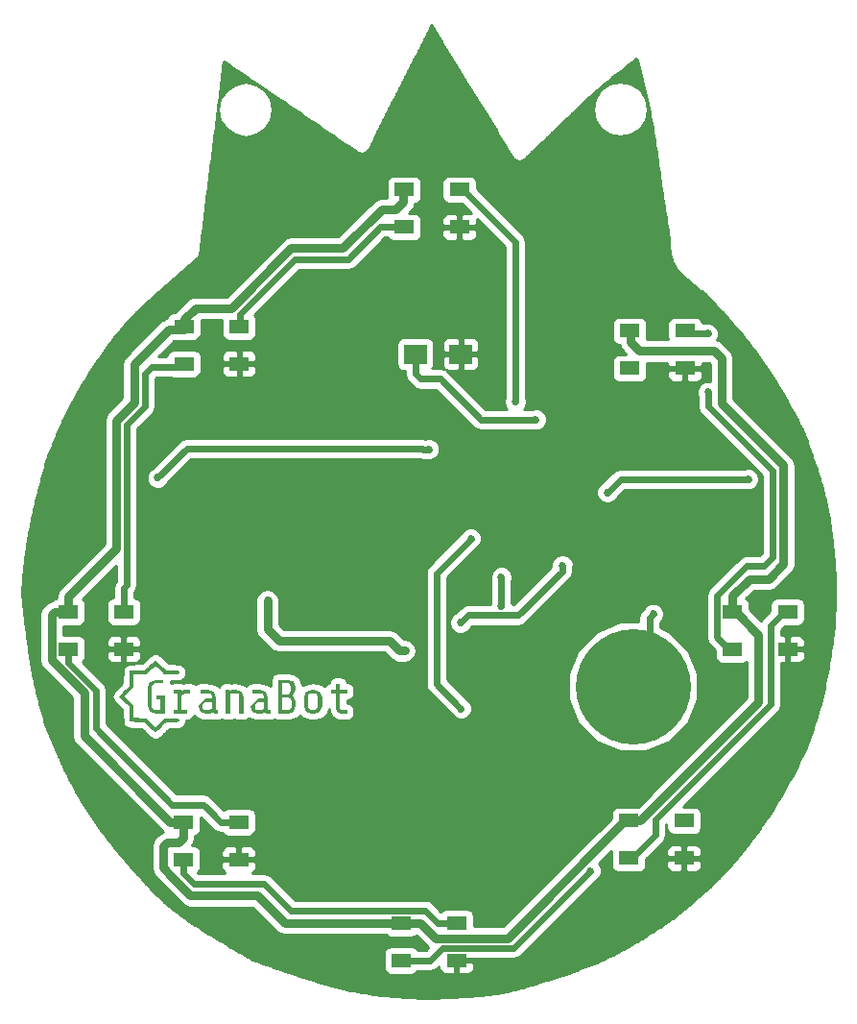
<source format=gtl>
%TF.GenerationSoftware,KiCad,Pcbnew,4.0.7*%
%TF.CreationDate,2018-04-25T10:24:46+02:00*%
%TF.ProjectId,001,3030312E6B696361645F706362000000,rev?*%
%TF.FileFunction,Copper,L1,Top,Signal*%
%FSLAX46Y46*%
G04 Gerber Fmt 4.6, Leading zero omitted, Abs format (unit mm)*
G04 Created by KiCad (PCBNEW 4.0.7) date 04/25/18 10:24:46*
%MOMM*%
%LPD*%
G01*
G04 APERTURE LIST*
%ADD10C,0.100000*%
%ADD11R,1.800000X1.200000*%
%ADD12C,10.160000*%
%ADD13R,2.000000X1.700000*%
%ADD14C,0.685800*%
%ADD15C,0.609600*%
%ADD16C,0.800000*%
%ADD17C,0.254000*%
G04 APERTURE END LIST*
D10*
G36*
X111436977Y-116610637D02*
X111320847Y-116494893D01*
X111204572Y-116379000D01*
X111088190Y-116263000D01*
X110972017Y-116147213D01*
X110808729Y-116147213D01*
X110645234Y-116147213D01*
X110481590Y-116147213D01*
X110318241Y-116147213D01*
X110151153Y-116137613D01*
X109983855Y-116128013D01*
X109816404Y-116118413D01*
X109649254Y-116108813D01*
X109645414Y-115941325D01*
X109641574Y-115773624D01*
X109637734Y-115605763D01*
X109633894Y-115438211D01*
X109633894Y-115228109D01*
X109633894Y-115018584D01*
X109633894Y-114807256D01*
X109518177Y-114691661D01*
X109402314Y-114575928D01*
X109286343Y-114460088D01*
X109170583Y-114344451D01*
X109054866Y-114228856D01*
X108939003Y-114113123D01*
X108823033Y-113997283D01*
X108707273Y-113881645D01*
X108822990Y-113765347D01*
X108938853Y-113648899D01*
X109054823Y-113532344D01*
X109170583Y-113416003D01*
X109286301Y-113299704D01*
X109402164Y-113183245D01*
X109518134Y-113066691D01*
X109633894Y-112950349D01*
X109633894Y-112739608D01*
X109633894Y-112529432D01*
X109633894Y-112317453D01*
X109640401Y-112147267D01*
X109646908Y-111976877D01*
X109653414Y-111806317D01*
X109659921Y-111636077D01*
X109830103Y-111624024D01*
X110000499Y-111611971D01*
X110171052Y-111599811D01*
X110341296Y-111587757D01*
X110504998Y-111587757D01*
X110668908Y-111587757D01*
X110832965Y-111587757D01*
X110996729Y-111587757D01*
X111113030Y-111472035D01*
X111229478Y-111356173D01*
X111346033Y-111240205D01*
X111462378Y-111124440D01*
X111578679Y-111008728D01*
X111695127Y-110892856D01*
X111811681Y-110776888D01*
X111928026Y-110661133D01*
X112043617Y-110776845D01*
X112159353Y-110892717D01*
X112275196Y-111008685D01*
X112390829Y-111124440D01*
X112506420Y-111240163D01*
X112622156Y-111356024D01*
X112737999Y-111471992D01*
X112853632Y-111587757D01*
X113043260Y-111587757D01*
X113232369Y-111587757D01*
X113423110Y-111587757D01*
X113606123Y-111595224D01*
X113788634Y-111602691D01*
X113972721Y-111610157D01*
X114044476Y-111772973D01*
X113974470Y-111922232D01*
X113773566Y-111927565D01*
X113573211Y-111932899D01*
X113371126Y-111938232D01*
X113210547Y-111938232D01*
X113049765Y-111938232D01*
X112888837Y-111938232D01*
X112728198Y-111938232D01*
X112607311Y-111816696D01*
X112486755Y-111695491D01*
X112365158Y-111573240D01*
X112228563Y-111443011D01*
X112092342Y-111313144D01*
X111954945Y-111182157D01*
X111808916Y-111303555D01*
X111663289Y-111424611D01*
X111516402Y-111546723D01*
X111386081Y-111676803D01*
X111256117Y-111806531D01*
X111125031Y-111937379D01*
X110937281Y-111939512D01*
X110750044Y-111941645D01*
X110561190Y-111943779D01*
X110373439Y-111945912D01*
X110186202Y-111948045D01*
X109997348Y-111950179D01*
X109995108Y-112137933D01*
X109992868Y-112325165D01*
X109990628Y-112514019D01*
X109988388Y-112701773D01*
X109986148Y-112889005D01*
X109983908Y-113077859D01*
X109852723Y-113209283D01*
X109721899Y-113340355D01*
X109589943Y-113472547D01*
X109458758Y-113603971D01*
X109327934Y-113735032D01*
X109195979Y-113867224D01*
X109325218Y-113996653D01*
X109454105Y-114125720D01*
X109584103Y-114255907D01*
X109713344Y-114385325D01*
X109842230Y-114514392D01*
X109972229Y-114644579D01*
X109976389Y-114834328D01*
X109980549Y-115023565D01*
X109984709Y-115214435D01*
X109988869Y-115404195D01*
X109993029Y-115593432D01*
X109997189Y-115784301D01*
X110186945Y-115788568D01*
X110376180Y-115792835D01*
X110567050Y-115797101D01*
X110756805Y-115801368D01*
X110946041Y-115805635D01*
X111136911Y-115809901D01*
X111264345Y-115937155D01*
X111391428Y-116064056D01*
X111519610Y-116192056D01*
X111654962Y-116319309D01*
X111789945Y-116446221D01*
X111926092Y-116574221D01*
X112064267Y-116444877D01*
X112202063Y-116315896D01*
X112341050Y-116185795D01*
X112471305Y-116056451D01*
X112601203Y-115927469D01*
X112732224Y-115797368D01*
X112942041Y-115797368D01*
X113151281Y-115797368D01*
X113362330Y-115797368D01*
X113563940Y-115803768D01*
X113764997Y-115810168D01*
X113967792Y-115816568D01*
X114044315Y-115980195D01*
X113980624Y-116129037D01*
X113802675Y-116135437D01*
X113625213Y-116141837D01*
X113446219Y-116148237D01*
X113257189Y-116148237D01*
X113068678Y-116148237D01*
X112878540Y-116148237D01*
X112762876Y-116264024D01*
X112647067Y-116379971D01*
X112531151Y-116496013D01*
X112415444Y-116611843D01*
X112293458Y-116727587D01*
X112171318Y-116843480D01*
X112049067Y-116959480D01*
X111927036Y-117075267D01*
X111804583Y-116959480D01*
X111681978Y-116843533D01*
X111559259Y-116727491D01*
X111436762Y-116611661D01*
X111436813Y-116612237D01*
X111436977Y-116610637D01*
X111436977Y-116610637D01*
G37*
G36*
X112006989Y-115411363D02*
X111433615Y-115231651D01*
X111236785Y-114683949D01*
X111236785Y-113143544D01*
X111433615Y-112600120D01*
X112006989Y-112416131D01*
X112610315Y-112416131D01*
X112610315Y-112741325D01*
X111964199Y-112741325D01*
X111707465Y-112835512D01*
X111609054Y-113062296D01*
X111609054Y-114765304D01*
X111707465Y-114992077D01*
X111964199Y-115086264D01*
X112383533Y-115086264D01*
X112383533Y-114157741D01*
X112011267Y-114157741D01*
X112011267Y-113836813D01*
X112738682Y-113836813D01*
X112738682Y-115411459D01*
X112006989Y-115411459D01*
X112006989Y-115411363D01*
X112006989Y-115411363D01*
G37*
G36*
X113881418Y-115090445D02*
X113881418Y-113592824D01*
X113569057Y-113592824D01*
X113569057Y-113271907D01*
X114223730Y-113271907D01*
X114223730Y-113387437D01*
X114566043Y-113271907D01*
X115006770Y-113271907D01*
X115006770Y-113614221D01*
X114523253Y-113614221D01*
X114317866Y-113704035D01*
X114245130Y-113879469D01*
X114245130Y-115090403D01*
X114711531Y-115090403D01*
X114711531Y-115411320D01*
X113569062Y-115411320D01*
X113569062Y-115090403D01*
X113881423Y-115090403D01*
X113881418Y-115090445D01*
X113881418Y-115090445D01*
G37*
G36*
X117232069Y-115411363D02*
X116692929Y-115090488D01*
X116855527Y-115030541D01*
X116889757Y-114876493D01*
X116889757Y-114405816D01*
X116354893Y-114405816D01*
X116170900Y-114478563D01*
X116098164Y-114662552D01*
X116098164Y-114876493D01*
X116149514Y-115039096D01*
X116312112Y-115090403D01*
X116692935Y-115090403D01*
X116692929Y-115090488D01*
X117232069Y-115411363D01*
X117107981Y-115377123D01*
X116996730Y-115282936D01*
X116735716Y-115411309D01*
X116354893Y-115411309D01*
X115879934Y-115282936D01*
X115734451Y-114833656D01*
X115734451Y-114748109D01*
X116359172Y-114084877D01*
X116889757Y-114084877D01*
X116889757Y-113870936D01*
X116808455Y-113665549D01*
X116568836Y-113592803D01*
X115905605Y-113592803D01*
X115905605Y-113271885D01*
X116526047Y-113271885D01*
X117073747Y-113434488D01*
X117253461Y-113956515D01*
X117253461Y-114983448D01*
X117300533Y-115081901D01*
X117467411Y-115111875D01*
X117467411Y-115411405D01*
X117232071Y-115411405D01*
X117232069Y-115411363D01*
X117232069Y-115411363D01*
G37*
G36*
X118468941Y-113271907D02*
X118468941Y-113374627D01*
X118811253Y-113271907D01*
X119008083Y-113271907D01*
X119521552Y-113434509D01*
X119692708Y-113956536D01*
X119692708Y-115411363D01*
X119329001Y-115411363D01*
X119329001Y-113870957D01*
X119251977Y-113669848D01*
X119050868Y-113592835D01*
X118768460Y-113592835D01*
X118558794Y-113669848D01*
X118490335Y-113828163D01*
X118490335Y-115411363D01*
X118126628Y-115411363D01*
X118126628Y-113271907D01*
X118468941Y-113271907D01*
X118468941Y-113271907D01*
G37*
G36*
X121845266Y-115411363D02*
X121306126Y-115090488D01*
X121468724Y-115030541D01*
X121502954Y-114876493D01*
X121502954Y-114405816D01*
X120968090Y-114405816D01*
X120784097Y-114478563D01*
X120711350Y-114662552D01*
X120711350Y-114876493D01*
X120762700Y-115039096D01*
X120925298Y-115090403D01*
X121306122Y-115090403D01*
X121306126Y-115090488D01*
X121845266Y-115411363D01*
X121721178Y-115377123D01*
X121609926Y-115282936D01*
X121348913Y-115411309D01*
X120968090Y-115411309D01*
X120493131Y-115282936D01*
X120347648Y-114833656D01*
X120347648Y-114748109D01*
X120972369Y-114084877D01*
X121502954Y-114084877D01*
X121502954Y-113870936D01*
X121421652Y-113665549D01*
X121182033Y-113592803D01*
X120518802Y-113592803D01*
X120518802Y-113271885D01*
X121139244Y-113271885D01*
X121686944Y-113434488D01*
X121866658Y-113956515D01*
X121866658Y-114983448D01*
X121913730Y-115081901D01*
X122080608Y-115111875D01*
X122080608Y-115411405D01*
X121845268Y-115411405D01*
X121845266Y-115411363D01*
X121845266Y-115411363D01*
G37*
G36*
X124314462Y-114735288D02*
X123587043Y-113682669D01*
X123809547Y-113597123D01*
X123899403Y-113370339D01*
X123899403Y-113045144D01*
X123899408Y-113045123D01*
X123822384Y-112809784D01*
X123587043Y-112737037D01*
X123103527Y-112737037D01*
X123103527Y-113682669D01*
X123587043Y-113682669D01*
X124314462Y-114735288D01*
X123942197Y-114311704D01*
X123856619Y-114089197D01*
X123629837Y-114003651D01*
X123103532Y-114003651D01*
X123103532Y-115090499D01*
X123625558Y-115090499D01*
X123865177Y-115017752D01*
X123942201Y-114778136D01*
X123942201Y-114311736D01*
X123942197Y-114311704D01*
X124314462Y-114735288D01*
X124143306Y-115257315D01*
X123587047Y-115411363D01*
X122731266Y-115411363D01*
X122731266Y-112416131D01*
X123535701Y-112416131D01*
X124091959Y-112570168D01*
X124271674Y-113083640D01*
X124271674Y-113327533D01*
X124036333Y-113823885D01*
X124314462Y-114350189D01*
X124314462Y-114735288D01*
X124314462Y-114735288D01*
G37*
G36*
X126625340Y-114726733D02*
X126261633Y-113870957D01*
X126180332Y-113665571D01*
X125940713Y-113592824D01*
X125713931Y-113592824D01*
X125474311Y-113665571D01*
X125393010Y-113870957D01*
X125393010Y-114812312D01*
X125474311Y-115017699D01*
X125713931Y-115090445D01*
X125940713Y-115090445D01*
X126180332Y-115017699D01*
X126261633Y-114812312D01*
X126261633Y-113870957D01*
X126625340Y-114726733D01*
X126445626Y-115248760D01*
X125897925Y-115411363D01*
X125756722Y-115411363D01*
X125204742Y-115248760D01*
X125029308Y-114726733D01*
X125029308Y-113956536D01*
X125204742Y-113434509D01*
X125756722Y-113271907D01*
X125897925Y-113271907D01*
X126445626Y-113434509D01*
X126625340Y-113956536D01*
X126625340Y-114726733D01*
X126625340Y-114726733D01*
G37*
G36*
X128294382Y-115411363D02*
X127960627Y-115270157D01*
X127845097Y-114897891D01*
X127845097Y-113592824D01*
X127438601Y-113592824D01*
X127438601Y-113271907D01*
X127845097Y-113271907D01*
X127845097Y-112758435D01*
X128208803Y-112758435D01*
X128208803Y-113271907D01*
X128833524Y-113271907D01*
X128833524Y-113592824D01*
X128208803Y-113592824D01*
X128208803Y-114919288D01*
X128255875Y-115051928D01*
X128401358Y-115090435D01*
X128833527Y-115090435D01*
X128833527Y-115411352D01*
X128294385Y-115411352D01*
X128294382Y-115411363D01*
X128294382Y-115411363D01*
G37*
D11*
X138734800Y-72517000D03*
X138734800Y-69215000D03*
X133858000Y-69215000D03*
X133858000Y-72517000D03*
X119303800Y-84582000D03*
X119303800Y-81280000D03*
X114427000Y-81280000D03*
X114427000Y-84582000D03*
X109118400Y-109728000D03*
X109118400Y-106426000D03*
X104241600Y-106426000D03*
X104241600Y-109728000D03*
X119253000Y-128270000D03*
X119253000Y-124968000D03*
X114376200Y-124968000D03*
X114376200Y-128270000D03*
X138480800Y-137160000D03*
X138480800Y-133858000D03*
X133604000Y-133858000D03*
X133604000Y-137160000D03*
X158546800Y-128143000D03*
X158546800Y-124841000D03*
X153670000Y-124841000D03*
X153670000Y-128143000D03*
X167690800Y-109728000D03*
X167690800Y-106426000D03*
X162814000Y-106426000D03*
X162814000Y-109728000D03*
X158623000Y-84963000D03*
X158623000Y-81661000D03*
X153746200Y-81661000D03*
X153746200Y-84963000D03*
D12*
X154051000Y-113030000D03*
D13*
X134855200Y-83718400D03*
X138855200Y-83718400D03*
D14*
X137769600Y-94665800D03*
X145338800Y-91948000D03*
X135102600Y-105816400D03*
X130911600Y-107315000D03*
X160901000Y-97282000D03*
X133903574Y-109852085D03*
X121799600Y-105435400D03*
X133807200Y-69215000D03*
X155840170Y-106617419D03*
X145476411Y-89483946D03*
X112115600Y-94615000D03*
X136042400Y-92100400D03*
X143678809Y-87910466D03*
X138890179Y-114961891D03*
X139750800Y-99974400D03*
X138834440Y-107382073D03*
X147822681Y-102355167D03*
X142443200Y-105928376D03*
X142434663Y-103381533D03*
X164211000Y-94742000D03*
X151790400Y-95910400D03*
X158496000Y-124917200D03*
X150291800Y-129260600D03*
X160655000Y-81915000D03*
X160680400Y-87071200D03*
D15*
X139598400Y-92837000D02*
X139598400Y-92075000D01*
X139598400Y-92075000D02*
X139725400Y-91948000D01*
X142113000Y-91948000D02*
X139725400Y-91948000D01*
X139598400Y-92837000D02*
X137769600Y-94665800D01*
X145415000Y-91948000D02*
X142062200Y-91948000D01*
D16*
X134747000Y-106172000D02*
X135102600Y-105816400D01*
X132054600Y-106172000D02*
X134747000Y-106172000D01*
X130911600Y-107315000D02*
X132054600Y-106172000D01*
X104241600Y-106426000D02*
X102997000Y-106426000D01*
X102997000Y-106426000D02*
X102743000Y-106680000D01*
X102743000Y-106680000D02*
X102743000Y-110667800D01*
X102743000Y-110667800D02*
X105638600Y-113563400D01*
X105638600Y-113563400D02*
X105638600Y-117383169D01*
X105638600Y-117383169D02*
X113223431Y-124968000D01*
X113223431Y-124968000D02*
X114376200Y-124968000D01*
X104241600Y-106426000D02*
X104241600Y-105079834D01*
X104241600Y-105079834D02*
X108456843Y-100864591D01*
X108456843Y-100864591D02*
X108456843Y-89554927D01*
X108456843Y-89554927D02*
X110032800Y-87978970D01*
X110032800Y-87978970D02*
X110032800Y-84616408D01*
X110032800Y-84616408D02*
X113115208Y-81534000D01*
X113115208Y-81534000D02*
X114503200Y-81534000D01*
X133807200Y-69215000D02*
X133807200Y-70287954D01*
X133807200Y-70287954D02*
X133113024Y-70982130D01*
X133113024Y-70982130D02*
X131875428Y-70982130D01*
X118626949Y-79660083D02*
X115458440Y-79660083D01*
X131875428Y-70982130D02*
X128471000Y-74386558D01*
X128471000Y-74386558D02*
X123900474Y-74386558D01*
X115458440Y-79660083D02*
X114503200Y-80615323D01*
X123900474Y-74386558D02*
X118626949Y-79660083D01*
X114503200Y-80615323D02*
X114503200Y-81534000D01*
X121799600Y-105435400D02*
X121799600Y-107967630D01*
X121799600Y-107967630D02*
X122811757Y-108979787D01*
X122811757Y-108979787D02*
X132546343Y-108979787D01*
X132546343Y-108979787D02*
X133418641Y-109852085D01*
X133418641Y-109852085D02*
X133903574Y-109852085D01*
X165131789Y-108443789D02*
X163114000Y-106426000D01*
X163114000Y-106426000D02*
X162814000Y-106426000D01*
X165131789Y-114433703D02*
X165131789Y-108443789D01*
X153670000Y-124841000D02*
X154724492Y-124841000D01*
X154724492Y-124841000D02*
X165131789Y-114433703D01*
X162814000Y-106426000D02*
X162814000Y-105026000D01*
X162814000Y-105026000D02*
X164309600Y-103530400D01*
X164309600Y-103530400D02*
X166039800Y-103530400D01*
X166039800Y-103530400D02*
X167335200Y-102235000D01*
X167335200Y-102235000D02*
X167335200Y-93522800D01*
X167335200Y-93522800D02*
X161874200Y-88061800D01*
X161192775Y-83443375D02*
X154639575Y-83443375D01*
X161874200Y-88061800D02*
X161874200Y-84124800D01*
X161874200Y-84124800D02*
X161192775Y-83443375D01*
X154639575Y-83443375D02*
X153873200Y-82677000D01*
X153873200Y-82677000D02*
X153873200Y-81788000D01*
X153873200Y-81788000D02*
X153746200Y-81661000D01*
X143025811Y-135185189D02*
X153370000Y-124841000D01*
X153370000Y-124841000D02*
X153670000Y-124841000D01*
X136631189Y-135185189D02*
X143025811Y-135185189D01*
X135304000Y-133858000D02*
X136631189Y-135185189D01*
X133604000Y-133858000D02*
X135304000Y-133858000D01*
X120904000Y-131445000D02*
X123317000Y-133858000D01*
X123317000Y-133858000D02*
X133604000Y-133858000D01*
X115011200Y-131445000D02*
X120904000Y-131445000D01*
X113405878Y-129839678D02*
X115011200Y-131445000D01*
X113405878Y-129794000D02*
X113405878Y-129839678D01*
X112598200Y-127101600D02*
X112598200Y-128986322D01*
X112598200Y-128986322D02*
X113405878Y-129794000D01*
X112928400Y-126771400D02*
X112598200Y-127101600D01*
X113972800Y-126771400D02*
X112928400Y-126771400D01*
X114376200Y-124968000D02*
X114376200Y-126368000D01*
X114376200Y-126368000D02*
X113972800Y-126771400D01*
D15*
X155840170Y-106617419D02*
X155497271Y-106960318D01*
X155497271Y-106960318D02*
X155497271Y-111583729D01*
X155497271Y-111583729D02*
X154051000Y-113030000D01*
X145476411Y-89483946D02*
X140635946Y-89483946D01*
X140635946Y-89483946D02*
X137058155Y-85906155D01*
X137058155Y-85906155D02*
X135282277Y-85906155D01*
X135282277Y-85906155D02*
X134855200Y-85479078D01*
X134855200Y-85479078D02*
X134855200Y-83718400D01*
X135506667Y-92049600D02*
X114681000Y-92049600D01*
X114681000Y-92049600D02*
X112115600Y-94615000D01*
X136042400Y-92100400D02*
X135557467Y-92100400D01*
X135557467Y-92100400D02*
X135506667Y-92049600D01*
X143678809Y-73859009D02*
X143678809Y-87425533D01*
X143678809Y-87425533D02*
X143678809Y-87910466D01*
X138734800Y-69215000D02*
X139034800Y-69215000D01*
X139034800Y-69215000D02*
X143678809Y-73859009D01*
X136714403Y-103010797D02*
X136714403Y-112786115D01*
X139750800Y-99974400D02*
X136714403Y-103010797D01*
X138547280Y-114618992D02*
X138890179Y-114961891D01*
X136714403Y-112786115D02*
X138547280Y-114618992D01*
X143934295Y-106728486D02*
X139488027Y-106728486D01*
X147822681Y-102840100D02*
X143934295Y-106728486D01*
X147822681Y-102355167D02*
X147822681Y-102840100D01*
X139488027Y-106728486D02*
X138834440Y-107382073D01*
X142434663Y-103381533D02*
X142434663Y-105919839D01*
X142434663Y-105919839D02*
X142443200Y-105928376D01*
X151790400Y-95910400D02*
X152958800Y-94742000D01*
X152958800Y-94742000D02*
X164211000Y-94742000D01*
X133858000Y-72517000D02*
X131777767Y-72517000D01*
X131777767Y-72517000D02*
X128923405Y-75371362D01*
X128923405Y-75371362D02*
X124237091Y-75371362D01*
X124237091Y-75371362D02*
X119380000Y-80228453D01*
X119380000Y-80228453D02*
X119380000Y-81534000D01*
X114503200Y-84836000D02*
X111607600Y-84836000D01*
X111607600Y-84836000D02*
X110972600Y-85471000D01*
X110972600Y-85471000D02*
X110972600Y-88290400D01*
X109371075Y-89891925D02*
X109371075Y-104083538D01*
X110972600Y-88290400D02*
X109371075Y-89891925D01*
X109371075Y-104083538D02*
X109118400Y-104336213D01*
X109118400Y-104336213D02*
X109118400Y-106426000D01*
X104241600Y-109728000D02*
X104241600Y-110937600D01*
X104241600Y-110937600D02*
X106654600Y-113350600D01*
X106654600Y-113350600D02*
X106654600Y-116664043D01*
X106654600Y-116664043D02*
X113409157Y-123418600D01*
X113409157Y-123418600D02*
X116154200Y-123418600D01*
X116154200Y-123418600D02*
X117068600Y-124333000D01*
X117068600Y-124333000D02*
X117068600Y-124358400D01*
X117068600Y-124358400D02*
X117678200Y-124968000D01*
X117678200Y-124968000D02*
X119253000Y-124968000D01*
X104241600Y-109728000D02*
X104541600Y-109728000D01*
X114376200Y-128270000D02*
X114376200Y-129479600D01*
X114376200Y-129479600D02*
X115274800Y-130378200D01*
X115274800Y-130378200D02*
X121513600Y-130378200D01*
X121513600Y-130378200D02*
X123875800Y-132740400D01*
X123875800Y-132740400D02*
X135712200Y-132740400D01*
X135712200Y-132740400D02*
X136829800Y-133858000D01*
X136829800Y-133858000D02*
X138480800Y-133858000D01*
X133604000Y-137160000D02*
X136157838Y-137160000D01*
X136157838Y-137160000D02*
X137275438Y-136042400D01*
X137275438Y-136042400D02*
X143510000Y-136042400D01*
X143510000Y-136042400D02*
X150291800Y-129260600D01*
X153670000Y-128143000D02*
X153970000Y-128143000D01*
X156023420Y-126089580D02*
X156023420Y-124754351D01*
X153970000Y-128143000D02*
X156023420Y-126089580D01*
X156023420Y-124754351D02*
X166181200Y-114596571D01*
X166181200Y-107635600D02*
X167390800Y-106426000D01*
X166181200Y-114596571D02*
X166181200Y-107635600D01*
X167390800Y-106426000D02*
X167690800Y-106426000D01*
X160655000Y-81915000D02*
X158877000Y-81915000D01*
X158877000Y-81915000D02*
X158623000Y-81661000D01*
X166344600Y-94005400D02*
X160680400Y-88341200D01*
X160680400Y-88341200D02*
X160680400Y-87071200D01*
X166344600Y-101650800D02*
X166344600Y-94005400D01*
X165582600Y-102412800D02*
X166344600Y-101650800D01*
X164058600Y-102412800D02*
X165582600Y-102412800D01*
X161456799Y-105014601D02*
X164058600Y-102412800D01*
X162814000Y-109728000D02*
X162514000Y-109728000D01*
X162514000Y-109728000D02*
X161456799Y-108670799D01*
X161456799Y-108670799D02*
X161456799Y-105014601D01*
D17*
G36*
X136286294Y-54779140D02*
X136286295Y-54779141D01*
X136452680Y-55049515D01*
X136951835Y-55860643D01*
X137118219Y-56131017D01*
X137118220Y-56131020D01*
X137284605Y-56401395D01*
X137284606Y-56401396D01*
X137450991Y-56671770D01*
X138282916Y-58023650D01*
X138282917Y-58023653D01*
X138449302Y-58294024D01*
X138449302Y-58294025D01*
X139447612Y-59916281D01*
X139447613Y-59916284D01*
X139613998Y-60186655D01*
X139613998Y-60186656D01*
X140445923Y-61538536D01*
X140612307Y-61808910D01*
X140612308Y-61808913D01*
X140778693Y-62079288D01*
X140778695Y-62079290D01*
X140945078Y-62349663D01*
X140945079Y-62349665D01*
X141111464Y-62620039D01*
X141610619Y-63431167D01*
X141777003Y-63701541D01*
X141777004Y-63701544D01*
X141943389Y-63971919D01*
X141943391Y-63971921D01*
X142109774Y-64242294D01*
X142276159Y-64512670D01*
X142276160Y-64512672D01*
X142442545Y-64783046D01*
X142608930Y-65053422D01*
X142775314Y-65323796D01*
X142775315Y-65323799D01*
X142941700Y-65594174D01*
X142941702Y-65594176D01*
X143108085Y-65864549D01*
X143108086Y-65864551D01*
X143274471Y-66134925D01*
X143440856Y-66405301D01*
X143489544Y-66457773D01*
X143527799Y-66518280D01*
X143579565Y-66554793D01*
X143622650Y-66601226D01*
X143687714Y-66631073D01*
X143746210Y-66672332D01*
X143808004Y-66686254D01*
X143865582Y-66712667D01*
X143937117Y-66715343D01*
X144006948Y-66731076D01*
X144069366Y-66720291D01*
X144132668Y-66722659D01*
X144199783Y-66697756D01*
X144270319Y-66685568D01*
X144323859Y-66651717D01*
X144383248Y-66629681D01*
X144435720Y-66580993D01*
X144496227Y-66542738D01*
X144717395Y-66332466D01*
X144717409Y-66332446D01*
X144717430Y-66332433D01*
X144938585Y-66122143D01*
X144938615Y-66122101D01*
X144938657Y-66122074D01*
X145159786Y-65911749D01*
X145159831Y-65911686D01*
X145159895Y-65911645D01*
X145380983Y-65701266D01*
X145381041Y-65701184D01*
X145381126Y-65701130D01*
X145602162Y-65490679D01*
X145602234Y-65490576D01*
X145602342Y-65490508D01*
X145823311Y-65279968D01*
X145823400Y-65279842D01*
X145823527Y-65279761D01*
X146044417Y-65069113D01*
X146044518Y-65068969D01*
X146044666Y-65068875D01*
X146265463Y-64858102D01*
X146265580Y-64857935D01*
X146265752Y-64857826D01*
X146486442Y-64646909D01*
X146486572Y-64646724D01*
X146486763Y-64646602D01*
X146707334Y-64435525D01*
X146707479Y-64435318D01*
X146707694Y-64435181D01*
X146928131Y-64223924D01*
X146928290Y-64223697D01*
X146928526Y-64223546D01*
X147148817Y-64012092D01*
X147148990Y-64011844D01*
X147149245Y-64011681D01*
X147369378Y-63800013D01*
X147369566Y-63799743D01*
X147369845Y-63799564D01*
X147589805Y-63587662D01*
X147590007Y-63587372D01*
X147590304Y-63587181D01*
X147810077Y-63375029D01*
X147810292Y-63374719D01*
X147810610Y-63374514D01*
X148030186Y-63162094D01*
X148030360Y-63161843D01*
X148030617Y-63161677D01*
X148250035Y-62949038D01*
X148250082Y-62948970D01*
X148250153Y-62948924D01*
X148469321Y-62736424D01*
X148469323Y-62736423D01*
X148688807Y-62523805D01*
X148907502Y-62312428D01*
X149098583Y-62128400D01*
X150515101Y-62128400D01*
X150699183Y-63053843D01*
X151223404Y-63838396D01*
X152007957Y-64362617D01*
X152933400Y-64546699D01*
X153858843Y-64362617D01*
X154643396Y-63838396D01*
X155167617Y-63053843D01*
X155351699Y-62128400D01*
X155167617Y-61202957D01*
X154643396Y-60418404D01*
X153858843Y-59894183D01*
X152933400Y-59710101D01*
X152007957Y-59894183D01*
X151223404Y-60418404D01*
X150699183Y-61202957D01*
X150515101Y-62128400D01*
X149098583Y-62128400D01*
X149126740Y-62101283D01*
X149345781Y-61891373D01*
X149565239Y-61682387D01*
X149785188Y-61474537D01*
X150005463Y-61268252D01*
X150226699Y-61063216D01*
X150448650Y-60859931D01*
X150671455Y-60658536D01*
X150895447Y-60459001D01*
X151120484Y-60261712D01*
X151346869Y-60066665D01*
X151574977Y-59873779D01*
X151804958Y-59682895D01*
X152036894Y-59493717D01*
X152270712Y-59306080D01*
X152506367Y-59119790D01*
X152743484Y-58934921D01*
X152982182Y-58751149D01*
X153222385Y-58568311D01*
X153463815Y-58386394D01*
X153706317Y-58205284D01*
X153949852Y-58024787D01*
X154194256Y-57844795D01*
X154376328Y-57711391D01*
X154403055Y-57810285D01*
X154497485Y-58162060D01*
X154591123Y-58514075D01*
X154683630Y-58865839D01*
X154774889Y-59217731D01*
X154864544Y-59569171D01*
X154952588Y-59920959D01*
X155038600Y-60272239D01*
X155122575Y-60623833D01*
X155204210Y-60975341D01*
X155283414Y-61327260D01*
X155359852Y-61679014D01*
X155433423Y-62031050D01*
X155503958Y-62383541D01*
X155571504Y-62736765D01*
X155636379Y-63091199D01*
X155698713Y-63446240D01*
X155758882Y-63802634D01*
X155816998Y-64159612D01*
X155873336Y-64517368D01*
X155928177Y-64876134D01*
X155981737Y-65235719D01*
X156034194Y-65595678D01*
X156085903Y-65956745D01*
X156136979Y-66318009D01*
X156187669Y-66679435D01*
X156238336Y-67041839D01*
X156238364Y-67041919D01*
X156238359Y-67042002D01*
X156289112Y-67404382D01*
X156289218Y-67404686D01*
X156289200Y-67405005D01*
X156340282Y-67767311D01*
X156340461Y-67767823D01*
X156340431Y-67768368D01*
X156392072Y-68130554D01*
X156392272Y-68131123D01*
X156392240Y-68131725D01*
X156444500Y-68493779D01*
X156444688Y-68494311D01*
X156444659Y-68494876D01*
X156497500Y-68856808D01*
X156497675Y-68857301D01*
X156497649Y-68857826D01*
X156551027Y-69219641D01*
X156551190Y-69220096D01*
X156551166Y-69220581D01*
X156605041Y-69582292D01*
X156605191Y-69582710D01*
X156605170Y-69583152D01*
X156659500Y-69944767D01*
X156659637Y-69945147D01*
X156659618Y-69945552D01*
X156714363Y-70307077D01*
X156714486Y-70307418D01*
X156714470Y-70307780D01*
X156769587Y-70669227D01*
X156769697Y-70669531D01*
X156769683Y-70669855D01*
X156825132Y-71031230D01*
X156825228Y-71031495D01*
X156825216Y-71031777D01*
X156880954Y-71393091D01*
X156881037Y-71393320D01*
X156881027Y-71393561D01*
X156937014Y-71754824D01*
X156937083Y-71755014D01*
X156937075Y-71755215D01*
X156993269Y-72116432D01*
X156993324Y-72116582D01*
X156993317Y-72116746D01*
X157049677Y-72477928D01*
X157049719Y-72478042D01*
X157049714Y-72478160D01*
X157106197Y-72839316D01*
X157106225Y-72839393D01*
X157106222Y-72839475D01*
X157162789Y-73200612D01*
X157162803Y-73200649D01*
X157162801Y-73200690D01*
X157212257Y-73516193D01*
X157213905Y-73595234D01*
X157214122Y-73596215D01*
X157213949Y-73597205D01*
X157216917Y-73722276D01*
X157217357Y-73724242D01*
X157217022Y-73726229D01*
X157220704Y-73851015D01*
X157221383Y-73853968D01*
X157220905Y-73856963D01*
X157225656Y-73981322D01*
X157226604Y-73985289D01*
X157226009Y-73989321D01*
X157232188Y-74113108D01*
X157233440Y-74118088D01*
X157232765Y-74123180D01*
X157240727Y-74246254D01*
X157242334Y-74252273D01*
X157241626Y-74258465D01*
X157251729Y-74380683D01*
X157253753Y-74387754D01*
X157253072Y-74395077D01*
X157265673Y-74516296D01*
X157268187Y-74524424D01*
X157267606Y-74532908D01*
X157283059Y-74652986D01*
X157286151Y-74662181D01*
X157285758Y-74671871D01*
X157304423Y-74790665D01*
X157308189Y-74800912D01*
X157308089Y-74811830D01*
X157330321Y-74929197D01*
X157334873Y-74940477D01*
X157335187Y-74952639D01*
X157361345Y-75068436D01*
X157366797Y-75080694D01*
X157367660Y-75094083D01*
X157398097Y-75208167D01*
X157404574Y-75221336D01*
X157406135Y-75235931D01*
X157441211Y-75348162D01*
X157448825Y-75362123D01*
X157451237Y-75377839D01*
X157491307Y-75488072D01*
X157500164Y-75502681D01*
X157503582Y-75519419D01*
X157549003Y-75627511D01*
X157558923Y-75642194D01*
X157563349Y-75659354D01*
X157614325Y-75765208D01*
X157624470Y-75778689D01*
X157629472Y-75794802D01*
X157685741Y-75898458D01*
X157695797Y-75910551D01*
X157701134Y-75925345D01*
X157762345Y-76026869D01*
X157772165Y-76037647D01*
X157777683Y-76051143D01*
X157843483Y-76150599D01*
X157852953Y-76160156D01*
X157858522Y-76172402D01*
X157928562Y-76269859D01*
X157937589Y-76278290D01*
X157943096Y-76289342D01*
X158017021Y-76384862D01*
X158025538Y-76392269D01*
X158030896Y-76402201D01*
X158108357Y-76495852D01*
X158116319Y-76502336D01*
X158121460Y-76511227D01*
X158202107Y-76603075D01*
X158209478Y-76608724D01*
X158214337Y-76616634D01*
X158297815Y-76706744D01*
X158304578Y-76711647D01*
X158309121Y-76718659D01*
X158395081Y-76807096D01*
X158401222Y-76811327D01*
X158405410Y-76817498D01*
X158493500Y-76904330D01*
X158499012Y-76907956D01*
X158502821Y-76913346D01*
X158592691Y-76998638D01*
X158597570Y-77001717D01*
X158600977Y-77006373D01*
X158692271Y-77090191D01*
X158696523Y-77092777D01*
X158699516Y-77096747D01*
X158791887Y-77179156D01*
X158795500Y-77181283D01*
X158798065Y-77184602D01*
X158891160Y-77265668D01*
X158894230Y-77267426D01*
X158896421Y-77270202D01*
X158989951Y-77349994D01*
X158992802Y-77351589D01*
X158994851Y-77354135D01*
X159088745Y-77432730D01*
X159091439Y-77434204D01*
X159093384Y-77436578D01*
X159187616Y-77514057D01*
X159190150Y-77515414D01*
X159191988Y-77517621D01*
X159286536Y-77594063D01*
X159288899Y-77595304D01*
X159290626Y-77597345D01*
X159385466Y-77672829D01*
X159387651Y-77673955D01*
X159389253Y-77675822D01*
X159484358Y-77750429D01*
X159486365Y-77751446D01*
X159487840Y-77753142D01*
X159583188Y-77826952D01*
X159585010Y-77827860D01*
X159586356Y-77829390D01*
X159681922Y-77902481D01*
X159683552Y-77903282D01*
X159684758Y-77904638D01*
X159780518Y-77977091D01*
X159781950Y-77977785D01*
X159783014Y-77978971D01*
X159878943Y-78050866D01*
X159880180Y-78051459D01*
X159881099Y-78052475D01*
X159977174Y-78123892D01*
X159978211Y-78124384D01*
X159978984Y-78125233D01*
X160075180Y-78196249D01*
X160076010Y-78196639D01*
X160076630Y-78197317D01*
X160172924Y-78268016D01*
X160173547Y-78268307D01*
X160174014Y-78268815D01*
X160270379Y-78339274D01*
X160270801Y-78339470D01*
X160271115Y-78339811D01*
X160367529Y-78410110D01*
X160367736Y-78410206D01*
X160367889Y-78410372D01*
X160413012Y-78443228D01*
X160593374Y-78634275D01*
X160817173Y-78871603D01*
X161040056Y-79108499D01*
X161262835Y-79346096D01*
X161484310Y-79583383D01*
X161704923Y-79821099D01*
X161924365Y-80059178D01*
X162142714Y-80297973D01*
X162359628Y-80537381D01*
X162575041Y-80777595D01*
X162788807Y-81018727D01*
X163000733Y-81260821D01*
X163210719Y-81504033D01*
X163418705Y-81748571D01*
X163624483Y-81994460D01*
X163827994Y-82241904D01*
X164029278Y-82491115D01*
X164228341Y-82742090D01*
X164425348Y-82995016D01*
X164620147Y-83249677D01*
X164812764Y-83506081D01*
X165003201Y-83764215D01*
X165191361Y-84023919D01*
X165377309Y-84285263D01*
X165561131Y-84548343D01*
X165742633Y-84812868D01*
X165921974Y-85079043D01*
X166099015Y-85346645D01*
X166273763Y-85615658D01*
X166446277Y-85886155D01*
X166616586Y-86158164D01*
X166784543Y-86431417D01*
X166950542Y-86706352D01*
X167114616Y-86982707D01*
X167276958Y-87260484D01*
X167437754Y-87539674D01*
X167597043Y-87820011D01*
X167755110Y-88101659D01*
X167911994Y-88384347D01*
X168067917Y-88668130D01*
X168222824Y-88952555D01*
X168377000Y-89237792D01*
X168530854Y-89524239D01*
X168684097Y-89811006D01*
X168836922Y-90098084D01*
X168990051Y-90386469D01*
X168990053Y-90386471D01*
X169118340Y-90628381D01*
X169172644Y-90784330D01*
X169172644Y-90784331D01*
X169244097Y-90989626D01*
X169244097Y-90989627D01*
X169315558Y-91195141D01*
X169386696Y-91400021D01*
X169457783Y-91605145D01*
X169457783Y-91605146D01*
X169528692Y-91810246D01*
X169599389Y-92015323D01*
X169669849Y-92220406D01*
X169740280Y-92426195D01*
X169809935Y-92630606D01*
X169879771Y-92836547D01*
X169948869Y-93041410D01*
X170017829Y-93247069D01*
X170086222Y-93452342D01*
X170154179Y-93657726D01*
X170221640Y-93863133D01*
X170288575Y-94068685D01*
X170354801Y-94274198D01*
X170420059Y-94479257D01*
X170484352Y-94684278D01*
X170547599Y-94889403D01*
X170609551Y-95094231D01*
X170670217Y-95299206D01*
X170729372Y-95503988D01*
X170786961Y-95708808D01*
X170842808Y-95913473D01*
X170896894Y-96118357D01*
X170948979Y-96323011D01*
X170999062Y-96527893D01*
X171046972Y-96732808D01*
X171092578Y-96937675D01*
X171135880Y-97142985D01*
X171176998Y-97349081D01*
X171216098Y-97556080D01*
X171253338Y-97764035D01*
X171288840Y-97972799D01*
X171322765Y-98182458D01*
X171355232Y-98392820D01*
X171386426Y-98604118D01*
X171416451Y-98816033D01*
X171445454Y-99028509D01*
X171473648Y-99242018D01*
X171501134Y-99456157D01*
X171528048Y-99670767D01*
X171554539Y-99885797D01*
X171580785Y-100101415D01*
X171606324Y-100312505D01*
X171623185Y-100473552D01*
X171640524Y-100639816D01*
X171640524Y-100639817D01*
X171657785Y-100806645D01*
X171674684Y-100971952D01*
X171691365Y-101137793D01*
X171707652Y-101303094D01*
X171723503Y-101468108D01*
X171738863Y-101632943D01*
X171753676Y-101797726D01*
X171767816Y-101961773D01*
X171781300Y-102126010D01*
X171794023Y-102290015D01*
X171805913Y-102453649D01*
X171816930Y-102617272D01*
X171826972Y-102780306D01*
X171836028Y-102943555D01*
X171844051Y-103106755D01*
X171851066Y-103269863D01*
X171857126Y-103433623D01*
X171862218Y-103596956D01*
X171866400Y-103761032D01*
X171869671Y-103924715D01*
X171872072Y-104088849D01*
X171873623Y-104253248D01*
X171874344Y-104417297D01*
X171874265Y-104581775D01*
X171873406Y-104746491D01*
X171871799Y-104910971D01*
X171869464Y-105075628D01*
X171866425Y-105240520D01*
X171862707Y-105405475D01*
X171858345Y-105570263D01*
X171853351Y-105735618D01*
X171847787Y-105900815D01*
X171841675Y-106066354D01*
X171835072Y-106231824D01*
X171827997Y-106397726D01*
X171820538Y-106563017D01*
X171812650Y-106729507D01*
X171804445Y-106895706D01*
X171795942Y-107062074D01*
X171787217Y-107227942D01*
X171778239Y-107394658D01*
X171769086Y-107561536D01*
X171759799Y-107728580D01*
X171750421Y-107895781D01*
X171742631Y-108034026D01*
X171694117Y-108374820D01*
X171641438Y-108743005D01*
X171641438Y-108743006D01*
X171588123Y-109111915D01*
X171534198Y-109479549D01*
X171479290Y-109846645D01*
X171423177Y-110212962D01*
X171365579Y-110578601D01*
X171306294Y-110943206D01*
X171244988Y-111307238D01*
X171181458Y-111670349D01*
X171115475Y-112032387D01*
X171046751Y-112393524D01*
X170975034Y-112753725D01*
X170900141Y-113112630D01*
X170821727Y-113470670D01*
X170739618Y-113827478D01*
X170653551Y-114183372D01*
X170563449Y-114538310D01*
X170469299Y-114892040D01*
X170371006Y-115244631D01*
X170268559Y-115595833D01*
X170161864Y-115945690D01*
X170050899Y-116293997D01*
X169935644Y-116640556D01*
X169815971Y-116985504D01*
X169691900Y-117328529D01*
X169563370Y-117669556D01*
X169430307Y-118008548D01*
X169292720Y-118345257D01*
X169150475Y-118679782D01*
X169003602Y-119011832D01*
X168851862Y-119341772D01*
X168695377Y-119669744D01*
X168534274Y-119996243D01*
X168368908Y-120321279D01*
X168199538Y-120645070D01*
X168026459Y-120967770D01*
X167849964Y-121289531D01*
X167670377Y-121610454D01*
X167487947Y-121930781D01*
X167303077Y-122250488D01*
X167115905Y-122570011D01*
X166926993Y-122889066D01*
X166736455Y-123208133D01*
X166544512Y-123527513D01*
X166351903Y-123846644D01*
X166168957Y-124149125D01*
X166023481Y-124359888D01*
X166023480Y-124359890D01*
X165866890Y-124586449D01*
X165709718Y-124813237D01*
X165552524Y-125039143D01*
X165395016Y-125264281D01*
X165237228Y-125488310D01*
X165078773Y-125711480D01*
X164919456Y-125933774D01*
X164759556Y-126154510D01*
X164598502Y-126374194D01*
X164436460Y-126592316D01*
X164273043Y-126809114D01*
X164108351Y-127024182D01*
X163942197Y-127237494D01*
X163774356Y-127449074D01*
X163604731Y-127658781D01*
X163432999Y-127866870D01*
X163259319Y-128073190D01*
X163083414Y-128278119D01*
X162905544Y-128481392D01*
X162725643Y-128683139D01*
X162543877Y-128883213D01*
X162360115Y-129081808D01*
X162174557Y-129278748D01*
X161987194Y-129474086D01*
X161798058Y-129667834D01*
X161607154Y-129860025D01*
X161414585Y-130050598D01*
X161220453Y-130239491D01*
X161024641Y-130426859D01*
X160827298Y-130612597D01*
X160628397Y-130796777D01*
X160427864Y-130979594D01*
X160225813Y-131161125D01*
X160022289Y-131341518D01*
X159817359Y-131520889D01*
X159610984Y-131699455D01*
X159403548Y-131877065D01*
X159195144Y-132053827D01*
X158985639Y-132230032D01*
X158775330Y-132405614D01*
X158563986Y-132580948D01*
X158352029Y-132755865D01*
X158139381Y-132930612D01*
X157925724Y-133105634D01*
X157712445Y-133279974D01*
X157712446Y-133279974D01*
X157522836Y-133434804D01*
X157324241Y-133568393D01*
X157324240Y-133568393D01*
X157099035Y-133719716D01*
X156874362Y-133870348D01*
X156649707Y-134020471D01*
X156425199Y-134169834D01*
X156200465Y-134318524D01*
X155975682Y-134466260D01*
X155750387Y-134613184D01*
X155525079Y-134758811D01*
X155299246Y-134903310D01*
X155073183Y-135046340D01*
X154846373Y-135188066D01*
X154619120Y-135328143D01*
X154391065Y-135466637D01*
X154162574Y-135603176D01*
X153932986Y-135738001D01*
X153702642Y-135870800D01*
X153471020Y-136001825D01*
X153238486Y-136130824D01*
X153004984Y-136257783D01*
X152770318Y-136382767D01*
X152534813Y-136505558D01*
X152298250Y-136626226D01*
X152060743Y-136744669D01*
X151822354Y-136860814D01*
X151582928Y-136974691D01*
X151342538Y-137086220D01*
X151101322Y-137195294D01*
X150859129Y-137301938D01*
X150616042Y-137406069D01*
X150372101Y-137507626D01*
X150127137Y-137606648D01*
X149880809Y-137703368D01*
X149633203Y-137797930D01*
X149384327Y-137890511D01*
X149134318Y-137981242D01*
X148883256Y-138070278D01*
X148630794Y-138157921D01*
X148377608Y-138244116D01*
X148123603Y-138329082D01*
X147868465Y-138413108D01*
X147612611Y-138496237D01*
X147355976Y-138578678D01*
X147098248Y-138660714D01*
X146841207Y-138741968D01*
X146841206Y-138741968D01*
X146582495Y-138823373D01*
X146582491Y-138823373D01*
X146323276Y-138904745D01*
X146320434Y-138906300D01*
X146317217Y-138906678D01*
X146095132Y-138978666D01*
X145873907Y-139050156D01*
X145653369Y-139120984D01*
X145433147Y-139191054D01*
X145213348Y-139260118D01*
X144993765Y-139328026D01*
X144774589Y-139394508D01*
X144555693Y-139459394D01*
X144337163Y-139522453D01*
X144118622Y-139583589D01*
X143900432Y-139642495D01*
X143682331Y-139699048D01*
X143464344Y-139753038D01*
X143246377Y-139804296D01*
X143028374Y-139852640D01*
X142810153Y-139897919D01*
X142591191Y-139940187D01*
X142371096Y-139979658D01*
X142150049Y-140016442D01*
X141927906Y-140050713D01*
X141704772Y-140082598D01*
X141480909Y-140112212D01*
X141256018Y-140139740D01*
X141030336Y-140165301D01*
X140803910Y-140189039D01*
X140576757Y-140211105D01*
X140348757Y-140231658D01*
X140120475Y-140250801D01*
X139891299Y-140268737D01*
X139661685Y-140285584D01*
X139431540Y-140301499D01*
X139201253Y-140316609D01*
X138970874Y-140330995D01*
X138739755Y-140344746D01*
X138509340Y-140357824D01*
X138278358Y-140370349D01*
X138047224Y-140382346D01*
X137816600Y-140393830D01*
X137584787Y-140404934D01*
X137353623Y-140415616D01*
X137122135Y-140425970D01*
X136890371Y-140436044D01*
X136658573Y-140445873D01*
X136426949Y-140455500D01*
X136194982Y-140464994D01*
X135962750Y-140474401D01*
X135762280Y-140482479D01*
X135453867Y-140466150D01*
X135113944Y-140447863D01*
X134775107Y-140429054D01*
X134436448Y-140409385D01*
X134098936Y-140388627D01*
X133762250Y-140366474D01*
X133426047Y-140342622D01*
X133091073Y-140316840D01*
X132756775Y-140288804D01*
X132423670Y-140258280D01*
X132091347Y-140224950D01*
X131760216Y-140188579D01*
X131430066Y-140148867D01*
X131101155Y-140105571D01*
X130773297Y-140058392D01*
X130446577Y-140007071D01*
X130120226Y-139951379D01*
X129794428Y-139891500D01*
X129468662Y-139827505D01*
X129143378Y-139759654D01*
X128818303Y-139688061D01*
X128493438Y-139612894D01*
X128168920Y-139534357D01*
X127844751Y-139452623D01*
X127520779Y-139367828D01*
X127197238Y-139280202D01*
X126873849Y-139189848D01*
X126550732Y-139096971D01*
X126228228Y-139001845D01*
X125905616Y-138904433D01*
X125583759Y-138805171D01*
X125261842Y-138703982D01*
X124940669Y-138601257D01*
X124619808Y-138496976D01*
X124299119Y-138391209D01*
X123978653Y-138284086D01*
X123658502Y-138175758D01*
X123338513Y-138066289D01*
X123018941Y-137955886D01*
X122699176Y-137844457D01*
X122379733Y-137732300D01*
X122060123Y-137619362D01*
X121740550Y-137505836D01*
X121421334Y-137391953D01*
X121101560Y-137277510D01*
X121101557Y-137277508D01*
X120781429Y-137162696D01*
X120518037Y-137068132D01*
X120319574Y-136954648D01*
X120319571Y-136954647D01*
X120069506Y-136811572D01*
X120069504Y-136811570D01*
X119819494Y-136668360D01*
X119819493Y-136668359D01*
X119569120Y-136524689D01*
X119319753Y-136381261D01*
X119070723Y-136237609D01*
X118821485Y-136093335D01*
X118573005Y-135948913D01*
X118324699Y-135803922D01*
X118076908Y-135658478D01*
X117829709Y-135512545D01*
X117582621Y-135365754D01*
X117336472Y-135218514D01*
X117090466Y-135070267D01*
X116845145Y-134921258D01*
X116600593Y-134771452D01*
X116356610Y-134620583D01*
X116114131Y-134468982D01*
X115872614Y-134316053D01*
X115632692Y-134161940D01*
X115394501Y-134006477D01*
X115157939Y-133849338D01*
X114923468Y-133690574D01*
X114691036Y-133529895D01*
X114460905Y-133367220D01*
X114233254Y-133202420D01*
X114008158Y-133035290D01*
X113785919Y-132865793D01*
X113566486Y-132693630D01*
X113350196Y-132518797D01*
X113137075Y-132341053D01*
X112927011Y-132160058D01*
X112719475Y-131975473D01*
X112514119Y-131787349D01*
X112310716Y-131595847D01*
X112109105Y-131401192D01*
X111909185Y-131203673D01*
X111710593Y-131003319D01*
X111513310Y-130800507D01*
X111317045Y-130595345D01*
X111121660Y-130388101D01*
X110927042Y-130179073D01*
X110732788Y-129968249D01*
X110538953Y-129756120D01*
X110345359Y-129542927D01*
X110151091Y-129328099D01*
X110151089Y-129328097D01*
X109962076Y-129118645D01*
X109756429Y-128880819D01*
X109756427Y-128880817D01*
X109547096Y-128638379D01*
X109337700Y-128395151D01*
X109129806Y-128152605D01*
X108922622Y-127909463D01*
X108716835Y-127666179D01*
X108512368Y-127422310D01*
X108309641Y-127178004D01*
X108108600Y-126932847D01*
X107909601Y-126686918D01*
X107712642Y-126439857D01*
X107518047Y-126191715D01*
X107325987Y-125942354D01*
X107136648Y-125691656D01*
X106950102Y-125439354D01*
X106766465Y-125185239D01*
X106585737Y-124929112D01*
X106407762Y-124670827D01*
X106232522Y-124410440D01*
X106059985Y-124147997D01*
X105890171Y-123883615D01*
X105723037Y-123617322D01*
X105558492Y-123349058D01*
X105396629Y-123079066D01*
X105237461Y-122807466D01*
X105080791Y-122534008D01*
X104926827Y-122259153D01*
X104775376Y-121982653D01*
X104626489Y-121704695D01*
X104480232Y-121425504D01*
X104336362Y-121144710D01*
X104195053Y-120862765D01*
X104055982Y-120579297D01*
X103919082Y-120294570D01*
X103784111Y-120008475D01*
X103650969Y-119721210D01*
X103519379Y-119432595D01*
X103389305Y-119142960D01*
X103260619Y-118852463D01*
X103132955Y-118560709D01*
X103006339Y-118268193D01*
X102880653Y-117975096D01*
X102755473Y-117680880D01*
X102630862Y-117386152D01*
X102506502Y-117090616D01*
X102382663Y-116795384D01*
X102274291Y-116536614D01*
X102213505Y-116323365D01*
X102141967Y-116071895D01*
X102070403Y-115819337D01*
X101999761Y-115568528D01*
X101929479Y-115316991D01*
X101860163Y-115066389D01*
X101791527Y-114815190D01*
X101724031Y-114564553D01*
X101657639Y-114313850D01*
X101592570Y-114063382D01*
X101528881Y-113812858D01*
X101466801Y-113562639D01*
X101406282Y-113311987D01*
X101347598Y-113061485D01*
X101290863Y-112811046D01*
X101236088Y-112560145D01*
X101183367Y-112308962D01*
X101132513Y-112056993D01*
X101083526Y-111804673D01*
X101036208Y-111551431D01*
X100990544Y-111297643D01*
X100946472Y-111043465D01*
X100903866Y-110788676D01*
X100862626Y-110533184D01*
X100822741Y-110277480D01*
X100784031Y-110020969D01*
X100746546Y-109764576D01*
X100710035Y-109507177D01*
X100674591Y-109250071D01*
X100639926Y-108991782D01*
X100606165Y-108733927D01*
X100573079Y-108475402D01*
X100540663Y-108216671D01*
X100508907Y-107958005D01*
X100477698Y-107698863D01*
X100447044Y-107439700D01*
X100416923Y-107180723D01*
X100387257Y-106921658D01*
X100359974Y-106680000D01*
X101707999Y-106680000D01*
X101708000Y-106680005D01*
X101708000Y-110667795D01*
X101707999Y-110667800D01*
X101786785Y-111063877D01*
X102011144Y-111399656D01*
X104603600Y-113992111D01*
X104603600Y-117383164D01*
X104603599Y-117383169D01*
X104682385Y-117779246D01*
X104906744Y-118115025D01*
X112491573Y-125699853D01*
X112491575Y-125699856D01*
X112633930Y-125794974D01*
X112532322Y-125815185D01*
X112416359Y-125892669D01*
X112196544Y-126039544D01*
X112196542Y-126039547D01*
X111866344Y-126369744D01*
X111641985Y-126705523D01*
X111563199Y-127101600D01*
X111563200Y-127101605D01*
X111563200Y-128986317D01*
X111563199Y-128986322D01*
X111641985Y-129382399D01*
X111866344Y-129718178D01*
X112582041Y-130433875D01*
X112674022Y-130571534D01*
X114279342Y-132176853D01*
X114279344Y-132176856D01*
X114572492Y-132372730D01*
X114615123Y-132401215D01*
X115011200Y-132480001D01*
X115011205Y-132480000D01*
X120475288Y-132480000D01*
X122585142Y-134589853D01*
X122585144Y-134589856D01*
X122779093Y-134719448D01*
X122920922Y-134814215D01*
X123317000Y-134893000D01*
X132229331Y-134893000D01*
X132239910Y-134909441D01*
X132452110Y-135054431D01*
X132704000Y-135105440D01*
X134504000Y-135105440D01*
X134739317Y-135061162D01*
X134924371Y-134942083D01*
X135899331Y-135917042D01*
X135899333Y-135917045D01*
X136002669Y-135986091D01*
X135768560Y-136220200D01*
X135039929Y-136220200D01*
X134968090Y-136108559D01*
X134755890Y-135963569D01*
X134504000Y-135912560D01*
X132704000Y-135912560D01*
X132468683Y-135956838D01*
X132252559Y-136095910D01*
X132107569Y-136308110D01*
X132056560Y-136560000D01*
X132056560Y-137760000D01*
X132100838Y-137995317D01*
X132239910Y-138211441D01*
X132452110Y-138356431D01*
X132704000Y-138407440D01*
X134504000Y-138407440D01*
X134739317Y-138363162D01*
X134955441Y-138224090D01*
X135040365Y-138099800D01*
X136157838Y-138099800D01*
X136517484Y-138028262D01*
X136822377Y-137824539D01*
X136945800Y-137701116D01*
X136945800Y-137886310D01*
X137042473Y-138119699D01*
X137221102Y-138298327D01*
X137454491Y-138395000D01*
X138195050Y-138395000D01*
X138353800Y-138236250D01*
X138353800Y-137287000D01*
X138607800Y-137287000D01*
X138607800Y-138236250D01*
X138766550Y-138395000D01*
X139507109Y-138395000D01*
X139740498Y-138298327D01*
X139919127Y-138119699D01*
X140015800Y-137886310D01*
X140015800Y-137445750D01*
X139857050Y-137287000D01*
X138607800Y-137287000D01*
X138353800Y-137287000D01*
X138333800Y-137287000D01*
X138333800Y-137033000D01*
X138353800Y-137033000D01*
X138353800Y-137013000D01*
X138607800Y-137013000D01*
X138607800Y-137033000D01*
X139857050Y-137033000D01*
X139907850Y-136982200D01*
X143510000Y-136982200D01*
X143869646Y-136910662D01*
X144174539Y-136706939D01*
X150753601Y-130127877D01*
X150845012Y-130090107D01*
X151120340Y-129815259D01*
X151269530Y-129455970D01*
X151269869Y-129066937D01*
X151121307Y-128707388D01*
X151044382Y-128630329D01*
X152122560Y-127552151D01*
X152122560Y-128743000D01*
X152166838Y-128978317D01*
X152305910Y-129194441D01*
X152518110Y-129339431D01*
X152770000Y-129390440D01*
X154570000Y-129390440D01*
X154805317Y-129346162D01*
X155021441Y-129207090D01*
X155166431Y-128994890D01*
X155217440Y-128743000D01*
X155217440Y-128428750D01*
X157011800Y-128428750D01*
X157011800Y-128869310D01*
X157108473Y-129102699D01*
X157287102Y-129281327D01*
X157520491Y-129378000D01*
X158261050Y-129378000D01*
X158419800Y-129219250D01*
X158419800Y-128270000D01*
X158673800Y-128270000D01*
X158673800Y-129219250D01*
X158832550Y-129378000D01*
X159573109Y-129378000D01*
X159806498Y-129281327D01*
X159985127Y-129102699D01*
X160081800Y-128869310D01*
X160081800Y-128428750D01*
X159923050Y-128270000D01*
X158673800Y-128270000D01*
X158419800Y-128270000D01*
X157170550Y-128270000D01*
X157011800Y-128428750D01*
X155217440Y-128428750D01*
X155217440Y-128224638D01*
X156025388Y-127416690D01*
X157011800Y-127416690D01*
X157011800Y-127857250D01*
X157170550Y-128016000D01*
X158419800Y-128016000D01*
X158419800Y-127066750D01*
X158673800Y-127066750D01*
X158673800Y-128016000D01*
X159923050Y-128016000D01*
X160081800Y-127857250D01*
X160081800Y-127416690D01*
X159985127Y-127183301D01*
X159806498Y-127004673D01*
X159573109Y-126908000D01*
X158832550Y-126908000D01*
X158673800Y-127066750D01*
X158419800Y-127066750D01*
X158261050Y-126908000D01*
X157520491Y-126908000D01*
X157287102Y-127004673D01*
X157108473Y-127183301D01*
X157011800Y-127416690D01*
X156025388Y-127416690D01*
X156687959Y-126754119D01*
X156891682Y-126449226D01*
X156963220Y-126089580D01*
X156963220Y-125143629D01*
X156999360Y-125107489D01*
X156999360Y-125441000D01*
X157043638Y-125676317D01*
X157182710Y-125892441D01*
X157394910Y-126037431D01*
X157646800Y-126088440D01*
X159446800Y-126088440D01*
X159682117Y-126044162D01*
X159898241Y-125905090D01*
X160043231Y-125692890D01*
X160094240Y-125441000D01*
X160094240Y-124241000D01*
X160049962Y-124005683D01*
X159910890Y-123789559D01*
X159698690Y-123644569D01*
X159446800Y-123593560D01*
X158513289Y-123593560D01*
X166845739Y-115261110D01*
X167049462Y-114956217D01*
X167121000Y-114596571D01*
X167121000Y-110963000D01*
X167405050Y-110963000D01*
X167563800Y-110804250D01*
X167563800Y-109855000D01*
X167817800Y-109855000D01*
X167817800Y-110804250D01*
X167976550Y-110963000D01*
X168717109Y-110963000D01*
X168950498Y-110866327D01*
X169129127Y-110687699D01*
X169225800Y-110454310D01*
X169225800Y-110013750D01*
X169067050Y-109855000D01*
X167817800Y-109855000D01*
X167563800Y-109855000D01*
X167543800Y-109855000D01*
X167543800Y-109601000D01*
X167563800Y-109601000D01*
X167563800Y-108651750D01*
X167817800Y-108651750D01*
X167817800Y-109601000D01*
X169067050Y-109601000D01*
X169225800Y-109442250D01*
X169225800Y-109001690D01*
X169129127Y-108768301D01*
X168950498Y-108589673D01*
X168717109Y-108493000D01*
X167976550Y-108493000D01*
X167817800Y-108651750D01*
X167563800Y-108651750D01*
X167405050Y-108493000D01*
X167121000Y-108493000D01*
X167121000Y-108024878D01*
X167472438Y-107673440D01*
X168590800Y-107673440D01*
X168826117Y-107629162D01*
X169042241Y-107490090D01*
X169187231Y-107277890D01*
X169238240Y-107026000D01*
X169238240Y-105826000D01*
X169193962Y-105590683D01*
X169054890Y-105374559D01*
X168842690Y-105229569D01*
X168590800Y-105178560D01*
X166790800Y-105178560D01*
X166555483Y-105222838D01*
X166339359Y-105361910D01*
X166194369Y-105574110D01*
X166143360Y-105826000D01*
X166143360Y-106344362D01*
X165516661Y-106971061D01*
X165358891Y-107207180D01*
X164361440Y-106209728D01*
X164361440Y-105826000D01*
X164317162Y-105590683D01*
X164178090Y-105374559D01*
X164030201Y-105273511D01*
X164738311Y-104565400D01*
X166039795Y-104565400D01*
X166039800Y-104565401D01*
X166435877Y-104486615D01*
X166771656Y-104262256D01*
X168067053Y-102966858D01*
X168067056Y-102966856D01*
X168220033Y-102737908D01*
X168291415Y-102631078D01*
X168370201Y-102235000D01*
X168370200Y-102234995D01*
X168370200Y-93522800D01*
X168333788Y-93339744D01*
X168291415Y-93126722D01*
X168171199Y-92946806D01*
X168067056Y-92790944D01*
X168067053Y-92790942D01*
X162909200Y-87633088D01*
X162909200Y-84124800D01*
X162866689Y-83911082D01*
X162830415Y-83728722D01*
X162692254Y-83521949D01*
X162606056Y-83392944D01*
X162606053Y-83392942D01*
X161924631Y-82711519D01*
X161588852Y-82487160D01*
X161484862Y-82466475D01*
X161632730Y-82110370D01*
X161633069Y-81721337D01*
X161484507Y-81361788D01*
X161209659Y-81086460D01*
X160850370Y-80937270D01*
X160461337Y-80936931D01*
X160368719Y-80975200D01*
X160154296Y-80975200D01*
X160126162Y-80825683D01*
X159987090Y-80609559D01*
X159774890Y-80464569D01*
X159523000Y-80413560D01*
X157723000Y-80413560D01*
X157487683Y-80457838D01*
X157271559Y-80596910D01*
X157126569Y-80809110D01*
X157075560Y-81061000D01*
X157075560Y-82261000D01*
X157103291Y-82408375D01*
X155263796Y-82408375D01*
X155293640Y-82261000D01*
X155293640Y-81061000D01*
X155249362Y-80825683D01*
X155110290Y-80609559D01*
X154898090Y-80464569D01*
X154646200Y-80413560D01*
X152846200Y-80413560D01*
X152610883Y-80457838D01*
X152394759Y-80596910D01*
X152249769Y-80809110D01*
X152198760Y-81061000D01*
X152198760Y-82261000D01*
X152243038Y-82496317D01*
X152382110Y-82712441D01*
X152594310Y-82857431D01*
X152846200Y-82908440D01*
X152884236Y-82908440D01*
X152916985Y-83073077D01*
X153141344Y-83408856D01*
X153448048Y-83715560D01*
X152846200Y-83715560D01*
X152610883Y-83759838D01*
X152394759Y-83898910D01*
X152249769Y-84111110D01*
X152198760Y-84363000D01*
X152198760Y-85563000D01*
X152243038Y-85798317D01*
X152382110Y-86014441D01*
X152594310Y-86159431D01*
X152846200Y-86210440D01*
X154646200Y-86210440D01*
X154881517Y-86166162D01*
X155097641Y-86027090D01*
X155242631Y-85814890D01*
X155293640Y-85563000D01*
X155293640Y-85248750D01*
X157088000Y-85248750D01*
X157088000Y-85689310D01*
X157184673Y-85922699D01*
X157363302Y-86101327D01*
X157596691Y-86198000D01*
X158337250Y-86198000D01*
X158496000Y-86039250D01*
X158496000Y-85090000D01*
X158750000Y-85090000D01*
X158750000Y-86039250D01*
X158908750Y-86198000D01*
X159649309Y-86198000D01*
X159882698Y-86101327D01*
X160061327Y-85922699D01*
X160158000Y-85689310D01*
X160158000Y-85248750D01*
X159999250Y-85090000D01*
X158750000Y-85090000D01*
X158496000Y-85090000D01*
X157246750Y-85090000D01*
X157088000Y-85248750D01*
X155293640Y-85248750D01*
X155293640Y-84478375D01*
X157088000Y-84478375D01*
X157088000Y-84677250D01*
X157246750Y-84836000D01*
X158496000Y-84836000D01*
X158496000Y-84816000D01*
X158750000Y-84816000D01*
X158750000Y-84836000D01*
X159999250Y-84836000D01*
X160158000Y-84677250D01*
X160158000Y-84478375D01*
X160764063Y-84478375D01*
X160839200Y-84553511D01*
X160839200Y-86093438D01*
X160486737Y-86093131D01*
X160127188Y-86241693D01*
X159851860Y-86516541D01*
X159702670Y-86875830D01*
X159702331Y-87264863D01*
X159740600Y-87357481D01*
X159740600Y-88341200D01*
X159812138Y-88700846D01*
X160015861Y-89005739D01*
X165404800Y-94394678D01*
X165404800Y-101261522D01*
X165193322Y-101473000D01*
X164058600Y-101473000D01*
X163698954Y-101544538D01*
X163394061Y-101748261D01*
X160792260Y-104350062D01*
X160588537Y-104654955D01*
X160516999Y-105014601D01*
X160516999Y-108670799D01*
X160588537Y-109030445D01*
X160792260Y-109335338D01*
X161266560Y-109809638D01*
X161266560Y-110328000D01*
X161310838Y-110563317D01*
X161449910Y-110779441D01*
X161662110Y-110924431D01*
X161914000Y-110975440D01*
X163714000Y-110975440D01*
X163949317Y-110931162D01*
X164096789Y-110836266D01*
X164096789Y-114004992D01*
X154508220Y-123593560D01*
X152770000Y-123593560D01*
X152534683Y-123637838D01*
X152318559Y-123776910D01*
X152173569Y-123989110D01*
X152122560Y-124241000D01*
X152122560Y-124624729D01*
X142597099Y-134150189D01*
X140028240Y-134150189D01*
X140028240Y-133258000D01*
X139983962Y-133022683D01*
X139844890Y-132806559D01*
X139632690Y-132661569D01*
X139380800Y-132610560D01*
X137580800Y-132610560D01*
X137345483Y-132654838D01*
X137129359Y-132793910D01*
X137115326Y-132814448D01*
X136376739Y-132075861D01*
X136071846Y-131872138D01*
X135712200Y-131800600D01*
X124265078Y-131800600D01*
X122178139Y-129713661D01*
X121873246Y-129509938D01*
X121513600Y-129438400D01*
X120440095Y-129438400D01*
X120512698Y-129408327D01*
X120691327Y-129229699D01*
X120788000Y-128996310D01*
X120788000Y-128555750D01*
X120629250Y-128397000D01*
X119380000Y-128397000D01*
X119380000Y-128417000D01*
X119126000Y-128417000D01*
X119126000Y-128397000D01*
X117876750Y-128397000D01*
X117718000Y-128555750D01*
X117718000Y-128996310D01*
X117814673Y-129229699D01*
X117993302Y-129408327D01*
X118065905Y-129438400D01*
X115664078Y-129438400D01*
X115625496Y-129399818D01*
X115727641Y-129334090D01*
X115872631Y-129121890D01*
X115923640Y-128870000D01*
X115923640Y-127670000D01*
X115899874Y-127543690D01*
X117718000Y-127543690D01*
X117718000Y-127984250D01*
X117876750Y-128143000D01*
X119126000Y-128143000D01*
X119126000Y-127193750D01*
X119380000Y-127193750D01*
X119380000Y-128143000D01*
X120629250Y-128143000D01*
X120788000Y-127984250D01*
X120788000Y-127543690D01*
X120691327Y-127310301D01*
X120512698Y-127131673D01*
X120279309Y-127035000D01*
X119538750Y-127035000D01*
X119380000Y-127193750D01*
X119126000Y-127193750D01*
X118967250Y-127035000D01*
X118226691Y-127035000D01*
X117993302Y-127131673D01*
X117814673Y-127310301D01*
X117718000Y-127543690D01*
X115899874Y-127543690D01*
X115879362Y-127434683D01*
X115740290Y-127218559D01*
X115528090Y-127073569D01*
X115276200Y-127022560D01*
X115159703Y-127022560D01*
X115332415Y-126764077D01*
X115337996Y-126736021D01*
X115411201Y-126368000D01*
X115411200Y-126367995D01*
X115411200Y-126190038D01*
X115511517Y-126171162D01*
X115727641Y-126032090D01*
X115872631Y-125819890D01*
X115923640Y-125568000D01*
X115923640Y-124517118D01*
X116352914Y-124946392D01*
X116404061Y-125022939D01*
X117013661Y-125632539D01*
X117318554Y-125836262D01*
X117678200Y-125907800D01*
X117817071Y-125907800D01*
X117888910Y-126019441D01*
X118101110Y-126164431D01*
X118353000Y-126215440D01*
X120153000Y-126215440D01*
X120388317Y-126171162D01*
X120604441Y-126032090D01*
X120749431Y-125819890D01*
X120800440Y-125568000D01*
X120800440Y-124368000D01*
X120756162Y-124132683D01*
X120617090Y-123916559D01*
X120404890Y-123771569D01*
X120153000Y-123720560D01*
X118353000Y-123720560D01*
X118117683Y-123764838D01*
X117926889Y-123887611D01*
X117784286Y-123745008D01*
X117733139Y-123668461D01*
X116818739Y-122754061D01*
X116513846Y-122550338D01*
X116154200Y-122478800D01*
X113798435Y-122478800D01*
X107594400Y-116274765D01*
X107594400Y-113881980D01*
X108072273Y-113881980D01*
X108072398Y-113882608D01*
X108072275Y-113883235D01*
X108096624Y-114004066D01*
X108120737Y-114124959D01*
X108121093Y-114125491D01*
X108121219Y-114126118D01*
X108190000Y-114228499D01*
X108258497Y-114330894D01*
X108374257Y-114446532D01*
X108374265Y-114446537D01*
X108374272Y-114446548D01*
X108490240Y-114562385D01*
X108490242Y-114562388D01*
X108606090Y-114678106D01*
X108721807Y-114793700D01*
X108721809Y-114793702D01*
X108837569Y-114909339D01*
X108837578Y-114909345D01*
X108837584Y-114909354D01*
X108953551Y-115025190D01*
X108953553Y-115025193D01*
X108998894Y-115070483D01*
X108998894Y-115438211D01*
X109000338Y-115445471D01*
X108999061Y-115452760D01*
X109002900Y-115620284D01*
X109002900Y-115620286D01*
X109006740Y-115788147D01*
X109006741Y-115788153D01*
X109006740Y-115788160D01*
X109010580Y-115955861D01*
X109010582Y-115955872D01*
X109010581Y-115955880D01*
X109014421Y-116123368D01*
X109035926Y-116219868D01*
X109049622Y-116317779D01*
X109062702Y-116340017D01*
X109068314Y-116365200D01*
X109125112Y-116446126D01*
X109175234Y-116531341D01*
X109195828Y-116546881D01*
X109210651Y-116568000D01*
X109294094Y-116621030D01*
X109373011Y-116680578D01*
X109397985Y-116687054D01*
X109419761Y-116700893D01*
X109517148Y-116717954D01*
X109612844Y-116742768D01*
X109779993Y-116752368D01*
X109780026Y-116752363D01*
X109780059Y-116752372D01*
X109947510Y-116761972D01*
X109947511Y-116761972D01*
X110114726Y-116771567D01*
X110114729Y-116771568D01*
X110281818Y-116781168D01*
X110300119Y-116778608D01*
X110318241Y-116782213D01*
X110709608Y-116782213D01*
X110756298Y-116828750D01*
X110756299Y-116828751D01*
X110872574Y-116944644D01*
X110872578Y-116944646D01*
X110872582Y-116944653D01*
X110988712Y-117060397D01*
X110993999Y-117063917D01*
X111000481Y-117073054D01*
X111122971Y-117188878D01*
X111122973Y-117188880D01*
X111245666Y-117304896D01*
X111245667Y-117304898D01*
X111368272Y-117420845D01*
X111368290Y-117420856D01*
X111368304Y-117420876D01*
X111490757Y-117536663D01*
X111581353Y-117593598D01*
X111668718Y-117655351D01*
X111685750Y-117659206D01*
X111700535Y-117668498D01*
X111806014Y-117686428D01*
X111910370Y-117710049D01*
X111927581Y-117707093D01*
X111944796Y-117710019D01*
X112049105Y-117686220D01*
X112154559Y-117668107D01*
X112169328Y-117658790D01*
X112186354Y-117654905D01*
X112273625Y-117592993D01*
X112364109Y-117535910D01*
X112486140Y-117420123D01*
X112486143Y-117420119D01*
X112486149Y-117420115D01*
X112608400Y-117304115D01*
X112608402Y-117304113D01*
X112730537Y-117188225D01*
X112852516Y-117072487D01*
X112857508Y-117065425D01*
X112864695Y-117060617D01*
X112980402Y-116944787D01*
X112980403Y-116944785D01*
X112980408Y-116944782D01*
X113096324Y-116828740D01*
X113096334Y-116828724D01*
X113096347Y-116828716D01*
X113141772Y-116783237D01*
X113446219Y-116783237D01*
X113457529Y-116780987D01*
X113468909Y-116782831D01*
X113647903Y-116776431D01*
X113648000Y-116776408D01*
X113648099Y-116776424D01*
X113825494Y-116770026D01*
X113825498Y-116770027D01*
X114003447Y-116763627D01*
X114109587Y-116738518D01*
X114216787Y-116718488D01*
X114229634Y-116710118D01*
X114244557Y-116706588D01*
X114333002Y-116642776D01*
X114424383Y-116583243D01*
X114433050Y-116570592D01*
X114445485Y-116561621D01*
X114502775Y-116468825D01*
X114564421Y-116378850D01*
X114628112Y-116230007D01*
X114631861Y-116212244D01*
X114641262Y-116196712D01*
X114657318Y-116091613D01*
X114666877Y-116046320D01*
X114711531Y-116046320D01*
X114954535Y-115997984D01*
X115160544Y-115860333D01*
X115298195Y-115654324D01*
X115316636Y-115561612D01*
X115329318Y-115599239D01*
X115367986Y-115643525D01*
X115396663Y-115694853D01*
X115448679Y-115735943D01*
X115492275Y-115785874D01*
X115544949Y-115811992D01*
X115591084Y-115848437D01*
X115654865Y-115866494D01*
X115714250Y-115895940D01*
X116189209Y-116024313D01*
X116272761Y-116029972D01*
X116354893Y-116046309D01*
X116735716Y-116046309D01*
X116756033Y-116042268D01*
X116776573Y-116044994D01*
X116876895Y-116018227D01*
X116974059Y-115998900D01*
X117063163Y-116023487D01*
X117103101Y-116026403D01*
X117140848Y-116039777D01*
X117186705Y-116037381D01*
X117232071Y-116046405D01*
X117467411Y-116046405D01*
X117710415Y-115998069D01*
X117797051Y-115940181D01*
X117883624Y-115998027D01*
X118126628Y-116046363D01*
X118490335Y-116046363D01*
X118733339Y-115998027D01*
X118909668Y-115880208D01*
X119085997Y-115998027D01*
X119329001Y-116046363D01*
X119692708Y-116046363D01*
X119935712Y-115998027D01*
X120141721Y-115860376D01*
X120168555Y-115820215D01*
X120204281Y-115848437D01*
X120268062Y-115866494D01*
X120327447Y-115895940D01*
X120802406Y-116024313D01*
X120885958Y-116029972D01*
X120968090Y-116046309D01*
X121348913Y-116046309D01*
X121369231Y-116042268D01*
X121389771Y-116044994D01*
X121490088Y-116018228D01*
X121587256Y-115998900D01*
X121676360Y-116023487D01*
X121716298Y-116026403D01*
X121754045Y-116039777D01*
X121799902Y-116037381D01*
X121845268Y-116046405D01*
X122080608Y-116046405D01*
X122323612Y-115998069D01*
X122405968Y-115943040D01*
X122488262Y-115998027D01*
X122731266Y-116046363D01*
X123587047Y-116046363D01*
X123671077Y-116029649D01*
X123756522Y-116023330D01*
X124312782Y-115869281D01*
X124369215Y-115840862D01*
X124430082Y-115823871D01*
X124478793Y-115785680D01*
X124534071Y-115757843D01*
X124575335Y-115709989D01*
X124625064Y-115671000D01*
X124655451Y-115617077D01*
X124678573Y-115590262D01*
X124691564Y-115605835D01*
X124726051Y-115665990D01*
X124770166Y-115700054D01*
X124805865Y-115742847D01*
X124867273Y-115775038D01*
X124922156Y-115817417D01*
X124975945Y-115832005D01*
X125025306Y-115857881D01*
X125577287Y-116020484D01*
X125667696Y-116028655D01*
X125756722Y-116046363D01*
X125897925Y-116046363D01*
X125987605Y-116028525D01*
X126078649Y-116020102D01*
X126626350Y-115857500D01*
X126673017Y-115832911D01*
X126724025Y-115819478D01*
X126781578Y-115775709D01*
X126845548Y-115742002D01*
X126879252Y-115701427D01*
X126921238Y-115669496D01*
X126957660Y-115607033D01*
X127003861Y-115551413D01*
X127019473Y-115501026D01*
X127046042Y-115455460D01*
X127220312Y-114949247D01*
X127228685Y-114991342D01*
X127238631Y-115086103D01*
X127354161Y-115458369D01*
X127367067Y-115482148D01*
X127372146Y-115508727D01*
X127425779Y-115590321D01*
X127472351Y-115676127D01*
X127493375Y-115693157D01*
X127508238Y-115715769D01*
X127589009Y-115770625D01*
X127664877Y-115832080D01*
X127690821Y-115839769D01*
X127713203Y-115854970D01*
X128046958Y-115996176D01*
X128049375Y-115996676D01*
X128051381Y-115998016D01*
X128091040Y-116005905D01*
X128127302Y-116023988D01*
X128209198Y-116029722D01*
X128289590Y-116046345D01*
X128292018Y-116045881D01*
X128294385Y-116046352D01*
X128833527Y-116046352D01*
X129076531Y-115998016D01*
X129282540Y-115860365D01*
X129420191Y-115654356D01*
X129468527Y-115411352D01*
X129468527Y-115090435D01*
X129420191Y-114847431D01*
X129282540Y-114641422D01*
X129076531Y-114503771D01*
X128843803Y-114457479D01*
X128843803Y-114225779D01*
X129076528Y-114179488D01*
X129282537Y-114041837D01*
X129420188Y-113835828D01*
X129468524Y-113592824D01*
X129468524Y-113271907D01*
X129420188Y-113028903D01*
X129282537Y-112822894D01*
X129076528Y-112685243D01*
X128833524Y-112636907D01*
X128819630Y-112636907D01*
X128795467Y-112515431D01*
X128657816Y-112309422D01*
X128451807Y-112171771D01*
X128208803Y-112123435D01*
X127845097Y-112123435D01*
X127602093Y-112171771D01*
X127396084Y-112309422D01*
X127258433Y-112515431D01*
X127225853Y-112679225D01*
X127195597Y-112685243D01*
X126989588Y-112822894D01*
X126881990Y-112983925D01*
X126879252Y-112981842D01*
X126845547Y-112941266D01*
X126781577Y-112907560D01*
X126724025Y-112863791D01*
X126673016Y-112850358D01*
X126626349Y-112825769D01*
X126078648Y-112663167D01*
X125987603Y-112654745D01*
X125897925Y-112636907D01*
X125756722Y-112636907D01*
X125667692Y-112654616D01*
X125577287Y-112662786D01*
X125025307Y-112825388D01*
X124975945Y-112851264D01*
X124922156Y-112865852D01*
X124875032Y-112902240D01*
X124871024Y-112873868D01*
X124691309Y-112360396D01*
X124662373Y-112311350D01*
X124644517Y-112257270D01*
X124600027Y-112205676D01*
X124565410Y-112147002D01*
X124519906Y-112112762D01*
X124482715Y-112069633D01*
X124421867Y-112038992D01*
X124367432Y-111998032D01*
X124312289Y-111983812D01*
X124261424Y-111958198D01*
X123705165Y-111804161D01*
X123619725Y-111797844D01*
X123535701Y-111781131D01*
X122731266Y-111781131D01*
X122488262Y-111829467D01*
X122282253Y-111967118D01*
X122144602Y-112173127D01*
X122096266Y-112416131D01*
X122096266Y-112952562D01*
X122086866Y-112941246D01*
X122022897Y-112907540D01*
X121965343Y-112863770D01*
X121914332Y-112850337D01*
X121867668Y-112825749D01*
X121319969Y-112663146D01*
X121228923Y-112654723D01*
X121139244Y-112636885D01*
X120518802Y-112636885D01*
X120275798Y-112685221D01*
X120069789Y-112822872D01*
X119960560Y-112986344D01*
X119930330Y-112948581D01*
X119866062Y-112913218D01*
X119808328Y-112867953D01*
X119758540Y-112854055D01*
X119713257Y-112829138D01*
X119199788Y-112666536D01*
X119103298Y-112655846D01*
X119008083Y-112636907D01*
X118811253Y-112636907D01*
X118720677Y-112654924D01*
X118628744Y-112663700D01*
X118618737Y-112666703D01*
X118468941Y-112636907D01*
X118126628Y-112636907D01*
X117883624Y-112685243D01*
X117677615Y-112822894D01*
X117549699Y-113014334D01*
X117549359Y-113013752D01*
X117507372Y-112981821D01*
X117473669Y-112941246D01*
X117409700Y-112907540D01*
X117352146Y-112863770D01*
X117301135Y-112850337D01*
X117254471Y-112825749D01*
X116706772Y-112663146D01*
X116615726Y-112654723D01*
X116526047Y-112636885D01*
X115905605Y-112636885D01*
X115662601Y-112685221D01*
X115456592Y-112822872D01*
X115456180Y-112823488D01*
X115455783Y-112822894D01*
X115249774Y-112685243D01*
X115006770Y-112636907D01*
X114566043Y-112636907D01*
X114465074Y-112656991D01*
X114380148Y-112668020D01*
X114223730Y-112636907D01*
X113569057Y-112636907D01*
X113326053Y-112685243D01*
X113245315Y-112739190D01*
X113245315Y-112573232D01*
X113371126Y-112573232D01*
X113379482Y-112571570D01*
X113387878Y-112573011D01*
X113589962Y-112567678D01*
X113590036Y-112567661D01*
X113590110Y-112567674D01*
X113790465Y-112562340D01*
X113790467Y-112562340D01*
X113991320Y-112557008D01*
X114090130Y-112534613D01*
X114190323Y-112519420D01*
X114210253Y-112507387D01*
X114232956Y-112502241D01*
X114315681Y-112443732D01*
X114402426Y-112391358D01*
X114416233Y-112372615D01*
X114435240Y-112359172D01*
X114489283Y-112273452D01*
X114549376Y-112191876D01*
X114619382Y-112042617D01*
X114624649Y-112021299D01*
X114636436Y-112002773D01*
X114654195Y-111901711D01*
X114678809Y-111802085D01*
X114675517Y-111780373D01*
X114679317Y-111758747D01*
X114657050Y-111658585D01*
X114641664Y-111557120D01*
X114630313Y-111538319D01*
X114625548Y-111516887D01*
X114553793Y-111354071D01*
X114493931Y-111268685D01*
X114439560Y-111179708D01*
X114423191Y-111167783D01*
X114411563Y-111151198D01*
X114323587Y-111095224D01*
X114239299Y-111033822D01*
X114219608Y-111029068D01*
X114202521Y-111018197D01*
X114099819Y-111000150D01*
X113998453Y-110975679D01*
X113814593Y-110968222D01*
X113814592Y-110968222D01*
X113632081Y-110960755D01*
X113632045Y-110960761D01*
X113632009Y-110960752D01*
X113448997Y-110953285D01*
X113436007Y-110955322D01*
X113423110Y-110952757D01*
X113116866Y-110952757D01*
X113071411Y-110907253D01*
X113071408Y-110907251D01*
X112955675Y-110791393D01*
X112840098Y-110675683D01*
X112840085Y-110675674D01*
X112840078Y-110675664D01*
X112724453Y-110559917D01*
X112724451Y-110559914D01*
X112608608Y-110443946D01*
X112492893Y-110328096D01*
X112492877Y-110328086D01*
X112492865Y-110328067D01*
X112377274Y-110212355D01*
X112274737Y-110143764D01*
X112172521Y-110075089D01*
X112171881Y-110074960D01*
X112171337Y-110074596D01*
X112050332Y-110050461D01*
X111929640Y-110026135D01*
X111928999Y-110026261D01*
X111928358Y-110026133D01*
X111807512Y-110050105D01*
X111686514Y-110073853D01*
X111685969Y-110074215D01*
X111685329Y-110074342D01*
X111582835Y-110142749D01*
X111480156Y-110210980D01*
X111363811Y-110326735D01*
X111363807Y-110326741D01*
X111363801Y-110326745D01*
X111247247Y-110442713D01*
X111247240Y-110442724D01*
X111247229Y-110442731D01*
X111130807Y-110558577D01*
X111014507Y-110674289D01*
X111014500Y-110674300D01*
X111014489Y-110674307D01*
X110898158Y-110790058D01*
X110898155Y-110790060D01*
X110781600Y-110906028D01*
X110781600Y-110906029D01*
X110781599Y-110906029D01*
X110734635Y-110952757D01*
X110341296Y-110952757D01*
X110319000Y-110957192D01*
X110296447Y-110954343D01*
X110126204Y-110966397D01*
X110126051Y-110966439D01*
X110125893Y-110966419D01*
X109955340Y-110978579D01*
X109785298Y-110990607D01*
X109785270Y-110990615D01*
X109785242Y-110990611D01*
X109615060Y-111002664D01*
X109528311Y-111026397D01*
X109439502Y-111040560D01*
X109409756Y-111058832D01*
X109376078Y-111068046D01*
X109305010Y-111123174D01*
X109228386Y-111170242D01*
X109207897Y-111198506D01*
X109180308Y-111219907D01*
X109135746Y-111298035D01*
X109082967Y-111370843D01*
X109074854Y-111404797D01*
X109057555Y-111435126D01*
X109046285Y-111524354D01*
X109025384Y-111611824D01*
X109018877Y-111782063D01*
X109018881Y-111782088D01*
X109018875Y-111782113D01*
X109012369Y-111952673D01*
X109012370Y-111952678D01*
X109005865Y-112123005D01*
X109005865Y-112123006D01*
X108999358Y-112293192D01*
X109001299Y-112305363D01*
X108998894Y-112317453D01*
X108998894Y-112688256D01*
X108952025Y-112735361D01*
X108952014Y-112735377D01*
X108952001Y-112735386D01*
X108836168Y-112851815D01*
X108836165Y-112851817D01*
X108720448Y-112968115D01*
X108604688Y-113084457D01*
X108604687Y-113084459D01*
X108604682Y-113084462D01*
X108488712Y-113201017D01*
X108488711Y-113201018D01*
X108372854Y-113317460D01*
X108257137Y-113433758D01*
X108188827Y-113536547D01*
X108120481Y-113638950D01*
X108120357Y-113639578D01*
X108120002Y-113640111D01*
X108096246Y-113761127D01*
X108072273Y-113881980D01*
X107594400Y-113881980D01*
X107594400Y-113350600D01*
X107522862Y-112990954D01*
X107319139Y-112686061D01*
X105490896Y-110857818D01*
X105593041Y-110792090D01*
X105738031Y-110579890D01*
X105789040Y-110328000D01*
X105789040Y-110013750D01*
X107583400Y-110013750D01*
X107583400Y-110454310D01*
X107680073Y-110687699D01*
X107858702Y-110866327D01*
X108092091Y-110963000D01*
X108832650Y-110963000D01*
X108991400Y-110804250D01*
X108991400Y-109855000D01*
X109245400Y-109855000D01*
X109245400Y-110804250D01*
X109404150Y-110963000D01*
X110144709Y-110963000D01*
X110378098Y-110866327D01*
X110556727Y-110687699D01*
X110653400Y-110454310D01*
X110653400Y-110013750D01*
X110494650Y-109855000D01*
X109245400Y-109855000D01*
X108991400Y-109855000D01*
X107742150Y-109855000D01*
X107583400Y-110013750D01*
X105789040Y-110013750D01*
X105789040Y-109128000D01*
X105765274Y-109001690D01*
X107583400Y-109001690D01*
X107583400Y-109442250D01*
X107742150Y-109601000D01*
X108991400Y-109601000D01*
X108991400Y-108651750D01*
X109245400Y-108651750D01*
X109245400Y-109601000D01*
X110494650Y-109601000D01*
X110653400Y-109442250D01*
X110653400Y-109001690D01*
X110556727Y-108768301D01*
X110378098Y-108589673D01*
X110144709Y-108493000D01*
X109404150Y-108493000D01*
X109245400Y-108651750D01*
X108991400Y-108651750D01*
X108832650Y-108493000D01*
X108092091Y-108493000D01*
X107858702Y-108589673D01*
X107680073Y-108768301D01*
X107583400Y-109001690D01*
X105765274Y-109001690D01*
X105744762Y-108892683D01*
X105605690Y-108676559D01*
X105393490Y-108531569D01*
X105141600Y-108480560D01*
X103778000Y-108480560D01*
X103778000Y-107967630D01*
X120764599Y-107967630D01*
X120843385Y-108363707D01*
X121067744Y-108699486D01*
X122079899Y-109711640D01*
X122079901Y-109711643D01*
X122323426Y-109874360D01*
X122415680Y-109936002D01*
X122811757Y-110014788D01*
X122811762Y-110014787D01*
X132117631Y-110014787D01*
X132686783Y-110583938D01*
X132686785Y-110583941D01*
X132979373Y-110779441D01*
X133022564Y-110808300D01*
X133418641Y-110887086D01*
X133418646Y-110887085D01*
X133903574Y-110887085D01*
X134299651Y-110808300D01*
X134635430Y-110583941D01*
X134859789Y-110248162D01*
X134938574Y-109852085D01*
X134859789Y-109456008D01*
X134635430Y-109120229D01*
X134299651Y-108895870D01*
X133903574Y-108817085D01*
X133847352Y-108817085D01*
X133278199Y-108247931D01*
X132942420Y-108023572D01*
X132546343Y-107944786D01*
X132546338Y-107944787D01*
X123240468Y-107944787D01*
X122834600Y-107538918D01*
X122834600Y-105435400D01*
X122755815Y-105039323D01*
X122531456Y-104703544D01*
X122195677Y-104479185D01*
X121799600Y-104400400D01*
X121403523Y-104479185D01*
X121067744Y-104703544D01*
X120843385Y-105039323D01*
X120764600Y-105435400D01*
X120764600Y-107967625D01*
X120764599Y-107967630D01*
X103778000Y-107967630D01*
X103778000Y-107673440D01*
X105141600Y-107673440D01*
X105376917Y-107629162D01*
X105593041Y-107490090D01*
X105738031Y-107277890D01*
X105789040Y-107026000D01*
X105789040Y-105826000D01*
X105744762Y-105590683D01*
X105605690Y-105374559D01*
X105489783Y-105295363D01*
X108431275Y-102353870D01*
X108431275Y-103705476D01*
X108250138Y-103976567D01*
X108178600Y-104336213D01*
X108178600Y-105186049D01*
X107983083Y-105222838D01*
X107766959Y-105361910D01*
X107621969Y-105574110D01*
X107570960Y-105826000D01*
X107570960Y-107026000D01*
X107615238Y-107261317D01*
X107754310Y-107477441D01*
X107966510Y-107622431D01*
X108218400Y-107673440D01*
X110018400Y-107673440D01*
X110253717Y-107629162D01*
X110469841Y-107490090D01*
X110614831Y-107277890D01*
X110665840Y-107026000D01*
X110665840Y-105826000D01*
X110621562Y-105590683D01*
X110482490Y-105374559D01*
X110270290Y-105229569D01*
X110058200Y-105186620D01*
X110058200Y-104714275D01*
X110239337Y-104443184D01*
X110310875Y-104083538D01*
X110310875Y-103010797D01*
X135774603Y-103010797D01*
X135774603Y-112786115D01*
X135846141Y-113145761D01*
X136049864Y-113450654D01*
X138022902Y-115423692D01*
X138060672Y-115515103D01*
X138335520Y-115790431D01*
X138694809Y-115939621D01*
X139083842Y-115939960D01*
X139443391Y-115791398D01*
X139718719Y-115516550D01*
X139867909Y-115157261D01*
X139868248Y-114768228D01*
X139719686Y-114408679D01*
X139473234Y-114161796D01*
X148335011Y-114161796D01*
X149203234Y-116263058D01*
X150809486Y-117872116D01*
X152909229Y-118744005D01*
X155182796Y-118745989D01*
X157284058Y-117877766D01*
X158893116Y-116271514D01*
X159765005Y-114171771D01*
X159766989Y-111898204D01*
X158898766Y-109796942D01*
X157292514Y-108187884D01*
X156437071Y-107832673D01*
X156437071Y-107403313D01*
X156668710Y-107172078D01*
X156817900Y-106812789D01*
X156818239Y-106423756D01*
X156669677Y-106064207D01*
X156394829Y-105788879D01*
X156035540Y-105639689D01*
X155646507Y-105639350D01*
X155286958Y-105787912D01*
X155011630Y-106062760D01*
X154973199Y-106155312D01*
X154832732Y-106295779D01*
X154629009Y-106600672D01*
X154557471Y-106960318D01*
X154557471Y-107315441D01*
X152919204Y-107314011D01*
X150817942Y-108182234D01*
X149208884Y-109788486D01*
X148336995Y-111888229D01*
X148335011Y-114161796D01*
X139473234Y-114161796D01*
X139444838Y-114133351D01*
X139352286Y-114094920D01*
X137654203Y-112396837D01*
X137654203Y-107575736D01*
X137856371Y-107575736D01*
X138004933Y-107935285D01*
X138279781Y-108210613D01*
X138639070Y-108359803D01*
X139028103Y-108360142D01*
X139387652Y-108211580D01*
X139662980Y-107936732D01*
X139701411Y-107844180D01*
X139877305Y-107668286D01*
X143934295Y-107668286D01*
X144293941Y-107596748D01*
X144598834Y-107393025D01*
X148487220Y-103504639D01*
X148690943Y-103199746D01*
X148762481Y-102840100D01*
X148762481Y-102641882D01*
X148800411Y-102550537D01*
X148800750Y-102161504D01*
X148652188Y-101801955D01*
X148377340Y-101526627D01*
X148018051Y-101377437D01*
X147629018Y-101377098D01*
X147269469Y-101525660D01*
X146994141Y-101800508D01*
X146844951Y-102159797D01*
X146844664Y-102489039D01*
X143545017Y-105788686D01*
X143421222Y-105788686D01*
X143421269Y-105734713D01*
X143374463Y-105621433D01*
X143374463Y-103668248D01*
X143412393Y-103576903D01*
X143412732Y-103187870D01*
X143264170Y-102828321D01*
X142989322Y-102552993D01*
X142630033Y-102403803D01*
X142241000Y-102403464D01*
X141881451Y-102552026D01*
X141606123Y-102826874D01*
X141456933Y-103186163D01*
X141456594Y-103575196D01*
X141494863Y-103667814D01*
X141494863Y-105662220D01*
X141465470Y-105733006D01*
X141465421Y-105788686D01*
X139488027Y-105788686D01*
X139128381Y-105860224D01*
X138823488Y-106063947D01*
X138372639Y-106514796D01*
X138281228Y-106552566D01*
X138005900Y-106827414D01*
X137856710Y-107186703D01*
X137856371Y-107575736D01*
X137654203Y-107575736D01*
X137654203Y-103400075D01*
X140212601Y-100841677D01*
X140304012Y-100803907D01*
X140579340Y-100529059D01*
X140728530Y-100169770D01*
X140728869Y-99780737D01*
X140580307Y-99421188D01*
X140305459Y-99145860D01*
X139946170Y-98996670D01*
X139557137Y-98996331D01*
X139197588Y-99144893D01*
X138922260Y-99419741D01*
X138883829Y-99512293D01*
X136049864Y-102346258D01*
X135846141Y-102651151D01*
X135774603Y-103010797D01*
X110310875Y-103010797D01*
X110310875Y-96104063D01*
X150812331Y-96104063D01*
X150960893Y-96463612D01*
X151235741Y-96738940D01*
X151595030Y-96888130D01*
X151984063Y-96888469D01*
X152343612Y-96739907D01*
X152618940Y-96465059D01*
X152657371Y-96372507D01*
X153348078Y-95681800D01*
X163924285Y-95681800D01*
X164015630Y-95719730D01*
X164404663Y-95720069D01*
X164764212Y-95571507D01*
X165039540Y-95296659D01*
X165188730Y-94937370D01*
X165189069Y-94548337D01*
X165040507Y-94188788D01*
X164765659Y-93913460D01*
X164406370Y-93764270D01*
X164017337Y-93763931D01*
X163924719Y-93802200D01*
X152958800Y-93802200D01*
X152599154Y-93873738D01*
X152294261Y-94077461D01*
X151328599Y-95043123D01*
X151237188Y-95080893D01*
X150961860Y-95355741D01*
X150812670Y-95715030D01*
X150812331Y-96104063D01*
X110310875Y-96104063D01*
X110310875Y-94808663D01*
X111137531Y-94808663D01*
X111286093Y-95168212D01*
X111560941Y-95443540D01*
X111920230Y-95592730D01*
X112309263Y-95593069D01*
X112668812Y-95444507D01*
X112944140Y-95169659D01*
X112982571Y-95077107D01*
X115070278Y-92989400D01*
X135302078Y-92989400D01*
X135557467Y-93040200D01*
X135755685Y-93040200D01*
X135847030Y-93078130D01*
X136236063Y-93078469D01*
X136595612Y-92929907D01*
X136870940Y-92655059D01*
X137020130Y-92295770D01*
X137020469Y-91906737D01*
X136871907Y-91547188D01*
X136597059Y-91271860D01*
X136237770Y-91122670D01*
X135848737Y-91122331D01*
X135758048Y-91159803D01*
X135506667Y-91109800D01*
X114681000Y-91109800D01*
X114321354Y-91181338D01*
X114016461Y-91385061D01*
X111653799Y-93747723D01*
X111562388Y-93785493D01*
X111287060Y-94060341D01*
X111137870Y-94419630D01*
X111137531Y-94808663D01*
X110310875Y-94808663D01*
X110310875Y-90281203D01*
X111637139Y-88954939D01*
X111840862Y-88650046D01*
X111912400Y-88290400D01*
X111912400Y-85860278D01*
X111996878Y-85775800D01*
X113271259Y-85775800D01*
X113275110Y-85778431D01*
X113527000Y-85829440D01*
X115327000Y-85829440D01*
X115562317Y-85785162D01*
X115778441Y-85646090D01*
X115923431Y-85433890D01*
X115974440Y-85182000D01*
X115974440Y-84867750D01*
X117768800Y-84867750D01*
X117768800Y-85308310D01*
X117865473Y-85541699D01*
X118044102Y-85720327D01*
X118277491Y-85817000D01*
X119018050Y-85817000D01*
X119176800Y-85658250D01*
X119176800Y-84709000D01*
X119430800Y-84709000D01*
X119430800Y-85658250D01*
X119589550Y-85817000D01*
X120330109Y-85817000D01*
X120563498Y-85720327D01*
X120742127Y-85541699D01*
X120838800Y-85308310D01*
X120838800Y-84867750D01*
X120680050Y-84709000D01*
X119430800Y-84709000D01*
X119176800Y-84709000D01*
X117927550Y-84709000D01*
X117768800Y-84867750D01*
X115974440Y-84867750D01*
X115974440Y-83982000D01*
X115950674Y-83855690D01*
X117768800Y-83855690D01*
X117768800Y-84296250D01*
X117927550Y-84455000D01*
X119176800Y-84455000D01*
X119176800Y-83505750D01*
X119430800Y-83505750D01*
X119430800Y-84455000D01*
X120680050Y-84455000D01*
X120838800Y-84296250D01*
X120838800Y-83855690D01*
X120742127Y-83622301D01*
X120563498Y-83443673D01*
X120330109Y-83347000D01*
X119589550Y-83347000D01*
X119430800Y-83505750D01*
X119176800Y-83505750D01*
X119018050Y-83347000D01*
X118277491Y-83347000D01*
X118044102Y-83443673D01*
X117865473Y-83622301D01*
X117768800Y-83855690D01*
X115950674Y-83855690D01*
X115930162Y-83746683D01*
X115791090Y-83530559D01*
X115578890Y-83385569D01*
X115327000Y-83334560D01*
X113527000Y-83334560D01*
X113291683Y-83378838D01*
X113075559Y-83517910D01*
X112930569Y-83730110D01*
X112896935Y-83896200D01*
X112216720Y-83896200D01*
X113244519Y-82868400D01*
X133207760Y-82868400D01*
X133207760Y-84568400D01*
X133252038Y-84803717D01*
X133391110Y-85019841D01*
X133603310Y-85164831D01*
X133855200Y-85215840D01*
X133915400Y-85215840D01*
X133915400Y-85479078D01*
X133986938Y-85838724D01*
X134190661Y-86143617D01*
X134617738Y-86570694D01*
X134922631Y-86774417D01*
X135282277Y-86845955D01*
X136668877Y-86845955D01*
X139971407Y-90148485D01*
X140276300Y-90352208D01*
X140635946Y-90423746D01*
X145189696Y-90423746D01*
X145281041Y-90461676D01*
X145670074Y-90462015D01*
X146029623Y-90313453D01*
X146304951Y-90038605D01*
X146454141Y-89679316D01*
X146454480Y-89290283D01*
X146305918Y-88930734D01*
X146031070Y-88655406D01*
X145671781Y-88506216D01*
X145282748Y-88505877D01*
X145190130Y-88544146D01*
X144428190Y-88544146D01*
X144507349Y-88465125D01*
X144656539Y-88105836D01*
X144656878Y-87716803D01*
X144618609Y-87624185D01*
X144618609Y-73859009D01*
X144547071Y-73499363D01*
X144343348Y-73194470D01*
X140282240Y-69133362D01*
X140282240Y-68615000D01*
X140237962Y-68379683D01*
X140098890Y-68163559D01*
X139886690Y-68018569D01*
X139634800Y-67967560D01*
X137834800Y-67967560D01*
X137599483Y-68011838D01*
X137383359Y-68150910D01*
X137238369Y-68363110D01*
X137187360Y-68615000D01*
X137187360Y-69815000D01*
X137231638Y-70050317D01*
X137370710Y-70266441D01*
X137582910Y-70411431D01*
X137834800Y-70462440D01*
X138953162Y-70462440D01*
X139780934Y-71290212D01*
X139761109Y-71282000D01*
X139020550Y-71282000D01*
X138861800Y-71440750D01*
X138861800Y-72390000D01*
X140111050Y-72390000D01*
X140269800Y-72231250D01*
X140269800Y-71790690D01*
X140261589Y-71770867D01*
X142739009Y-74248287D01*
X142739009Y-87623751D01*
X142701079Y-87715096D01*
X142700740Y-88104129D01*
X142849302Y-88463678D01*
X142929630Y-88544146D01*
X141025224Y-88544146D01*
X137722694Y-85241616D01*
X137562109Y-85134317D01*
X137728891Y-85203400D01*
X138569450Y-85203400D01*
X138728200Y-85044650D01*
X138728200Y-83845400D01*
X138982200Y-83845400D01*
X138982200Y-85044650D01*
X139140950Y-85203400D01*
X139981509Y-85203400D01*
X140214898Y-85106727D01*
X140393527Y-84928099D01*
X140490200Y-84694710D01*
X140490200Y-84004150D01*
X140331450Y-83845400D01*
X138982200Y-83845400D01*
X138728200Y-83845400D01*
X137378950Y-83845400D01*
X137220200Y-84004150D01*
X137220200Y-84694710D01*
X137316873Y-84928099D01*
X137444522Y-85055748D01*
X137417801Y-85037893D01*
X137058155Y-84966355D01*
X136351829Y-84966355D01*
X136451631Y-84820290D01*
X136502640Y-84568400D01*
X136502640Y-82868400D01*
X136478874Y-82742090D01*
X137220200Y-82742090D01*
X137220200Y-83432650D01*
X137378950Y-83591400D01*
X138728200Y-83591400D01*
X138728200Y-82392150D01*
X138982200Y-82392150D01*
X138982200Y-83591400D01*
X140331450Y-83591400D01*
X140490200Y-83432650D01*
X140490200Y-82742090D01*
X140393527Y-82508701D01*
X140214898Y-82330073D01*
X139981509Y-82233400D01*
X139140950Y-82233400D01*
X138982200Y-82392150D01*
X138728200Y-82392150D01*
X138569450Y-82233400D01*
X137728891Y-82233400D01*
X137495502Y-82330073D01*
X137316873Y-82508701D01*
X137220200Y-82742090D01*
X136478874Y-82742090D01*
X136458362Y-82633083D01*
X136319290Y-82416959D01*
X136107090Y-82271969D01*
X135855200Y-82220960D01*
X133855200Y-82220960D01*
X133619883Y-82265238D01*
X133403759Y-82404310D01*
X133258769Y-82616510D01*
X133207760Y-82868400D01*
X113244519Y-82868400D01*
X113543919Y-82569000D01*
X114503200Y-82569000D01*
X114712135Y-82527440D01*
X115327000Y-82527440D01*
X115562317Y-82483162D01*
X115778441Y-82344090D01*
X115923431Y-82131890D01*
X115974440Y-81880000D01*
X115974440Y-80695083D01*
X117756360Y-80695083D01*
X117756360Y-81880000D01*
X117800638Y-82115317D01*
X117939710Y-82331441D01*
X118151910Y-82476431D01*
X118403800Y-82527440D01*
X120203800Y-82527440D01*
X120439117Y-82483162D01*
X120655241Y-82344090D01*
X120800231Y-82131890D01*
X120851240Y-81880000D01*
X120851240Y-80680000D01*
X120806962Y-80444683D01*
X120683975Y-80253556D01*
X124626369Y-76311162D01*
X128923405Y-76311162D01*
X129283051Y-76239624D01*
X129587944Y-76035901D01*
X132167045Y-73456800D01*
X132422071Y-73456800D01*
X132493910Y-73568441D01*
X132706110Y-73713431D01*
X132958000Y-73764440D01*
X134758000Y-73764440D01*
X134993317Y-73720162D01*
X135209441Y-73581090D01*
X135354431Y-73368890D01*
X135405440Y-73117000D01*
X135405440Y-72802750D01*
X137199800Y-72802750D01*
X137199800Y-73243310D01*
X137296473Y-73476699D01*
X137475102Y-73655327D01*
X137708491Y-73752000D01*
X138449050Y-73752000D01*
X138607800Y-73593250D01*
X138607800Y-72644000D01*
X138861800Y-72644000D01*
X138861800Y-73593250D01*
X139020550Y-73752000D01*
X139761109Y-73752000D01*
X139994498Y-73655327D01*
X140173127Y-73476699D01*
X140269800Y-73243310D01*
X140269800Y-72802750D01*
X140111050Y-72644000D01*
X138861800Y-72644000D01*
X138607800Y-72644000D01*
X137358550Y-72644000D01*
X137199800Y-72802750D01*
X135405440Y-72802750D01*
X135405440Y-71917000D01*
X135381674Y-71790690D01*
X137199800Y-71790690D01*
X137199800Y-72231250D01*
X137358550Y-72390000D01*
X138607800Y-72390000D01*
X138607800Y-71440750D01*
X138449050Y-71282000D01*
X137708491Y-71282000D01*
X137475102Y-71378673D01*
X137296473Y-71557301D01*
X137199800Y-71790690D01*
X135381674Y-71790690D01*
X135361162Y-71681683D01*
X135222090Y-71465559D01*
X135009890Y-71320569D01*
X134758000Y-71269560D01*
X134289305Y-71269560D01*
X134539053Y-71019812D01*
X134539056Y-71019810D01*
X134763415Y-70684031D01*
X134766360Y-70669227D01*
X134809417Y-70452765D01*
X134993317Y-70418162D01*
X135209441Y-70279090D01*
X135354431Y-70066890D01*
X135405440Y-69815000D01*
X135405440Y-68615000D01*
X135361162Y-68379683D01*
X135222090Y-68163559D01*
X135009890Y-68018569D01*
X134758000Y-67967560D01*
X132958000Y-67967560D01*
X132722683Y-68011838D01*
X132506559Y-68150910D01*
X132361569Y-68363110D01*
X132310560Y-68615000D01*
X132310560Y-69815000D01*
X132335422Y-69947130D01*
X131875433Y-69947130D01*
X131875428Y-69947129D01*
X131479350Y-70025915D01*
X131365542Y-70101959D01*
X131143572Y-70250274D01*
X131143570Y-70250277D01*
X128042288Y-73351558D01*
X123900479Y-73351558D01*
X123900474Y-73351557D01*
X123504397Y-73430343D01*
X123168618Y-73654702D01*
X123168616Y-73654705D01*
X118198237Y-78625083D01*
X115458440Y-78625083D01*
X115062362Y-78703868D01*
X114962723Y-78770445D01*
X114726584Y-78928227D01*
X114726582Y-78928230D01*
X113771344Y-79883467D01*
X113671724Y-80032560D01*
X113527000Y-80032560D01*
X113291683Y-80076838D01*
X113075559Y-80215910D01*
X112930569Y-80428110D01*
X112907861Y-80540243D01*
X112719130Y-80577785D01*
X112595310Y-80660519D01*
X112383352Y-80802144D01*
X112383350Y-80802147D01*
X109300944Y-83884552D01*
X109076585Y-84220331D01*
X108997799Y-84616408D01*
X108997800Y-84616413D01*
X108997800Y-87550259D01*
X107724987Y-88823071D01*
X107500628Y-89158850D01*
X107421842Y-89554927D01*
X107421843Y-89554932D01*
X107421843Y-100435880D01*
X103509744Y-104347978D01*
X103285385Y-104683757D01*
X103206599Y-105079834D01*
X103206600Y-105079839D01*
X103206600Y-105203962D01*
X103106283Y-105222838D01*
X102890159Y-105361910D01*
X102850352Y-105420170D01*
X102600922Y-105469785D01*
X102481662Y-105549472D01*
X102265144Y-105694144D01*
X102265142Y-105694147D01*
X102011144Y-105948144D01*
X101786785Y-106283923D01*
X101707999Y-106680000D01*
X100359974Y-106680000D01*
X100357852Y-106661206D01*
X100328909Y-106401537D01*
X100300354Y-106142436D01*
X100271973Y-105882369D01*
X100243756Y-105621670D01*
X100243755Y-105621666D01*
X100215775Y-105361439D01*
X100187921Y-105101078D01*
X100187921Y-105101077D01*
X100160161Y-104840711D01*
X100160161Y-104840708D01*
X100139568Y-104647247D01*
X100156895Y-104457041D01*
X100180438Y-104199863D01*
X100204195Y-103942836D01*
X100228200Y-103686826D01*
X100252669Y-103430714D01*
X100277667Y-103175015D01*
X100303318Y-102919621D01*
X100329702Y-102664849D01*
X100356959Y-102410403D01*
X100385191Y-102156379D01*
X100414522Y-101902670D01*
X100445042Y-101649457D01*
X100476829Y-101396991D01*
X100510074Y-101144642D01*
X100544797Y-100893077D01*
X100581154Y-100641959D01*
X100619249Y-100390963D01*
X100659060Y-100140064D01*
X100700513Y-99889495D01*
X100743618Y-99638989D01*
X100788309Y-99388717D01*
X100834605Y-99138390D01*
X100882363Y-98888579D01*
X100931680Y-98638599D01*
X100982408Y-98389016D01*
X101034580Y-98139507D01*
X101088104Y-97890332D01*
X101143007Y-97641200D01*
X101199196Y-97392382D01*
X101256682Y-97143676D01*
X101315379Y-96895286D01*
X101375329Y-96646893D01*
X101436393Y-96398815D01*
X101498592Y-96150661D01*
X101561764Y-95902746D01*
X101625905Y-95654797D01*
X101690851Y-95407134D01*
X101756726Y-95158982D01*
X101823332Y-94910804D01*
X101890473Y-94663026D01*
X101958326Y-94414709D01*
X102026539Y-94166834D01*
X102095292Y-93918468D01*
X102164445Y-93669828D01*
X102233773Y-93421427D01*
X102303306Y-93172874D01*
X102363166Y-92959150D01*
X102417833Y-92821944D01*
X102417833Y-92821942D01*
X102485825Y-92651404D01*
X102485828Y-92651400D01*
X102554073Y-92480454D01*
X102554074Y-92480451D01*
X102622031Y-92310561D01*
X102690549Y-92139719D01*
X102758767Y-91970183D01*
X102827273Y-91800593D01*
X102896284Y-91630533D01*
X102965084Y-91461871D01*
X103034489Y-91292712D01*
X103104197Y-91123906D01*
X103174161Y-90955665D01*
X103244674Y-90787401D01*
X103315465Y-90619858D01*
X103386754Y-90452615D01*
X103458568Y-90285714D01*
X103531058Y-90118923D01*
X103603929Y-89953035D01*
X103677624Y-89787180D01*
X103751852Y-89622138D01*
X103826827Y-89457551D01*
X103902523Y-89293602D01*
X103979035Y-89130203D01*
X104056394Y-88967414D01*
X104134610Y-88805327D01*
X104213718Y-88643986D01*
X104293849Y-88483238D01*
X104374871Y-88323455D01*
X104457035Y-88164261D01*
X104540232Y-88005969D01*
X104624543Y-87848535D01*
X104710127Y-87691752D01*
X104797064Y-87535396D01*
X104885229Y-87379510D01*
X104974651Y-87223860D01*
X105065310Y-87068307D01*
X105157003Y-86913025D01*
X105249752Y-86757799D01*
X105343222Y-86603010D01*
X105437760Y-86447909D01*
X105532815Y-86293225D01*
X105628986Y-86137810D01*
X105725465Y-85982796D01*
X105822646Y-85827375D01*
X105920008Y-85672200D01*
X106017531Y-85517123D01*
X106017533Y-85517121D01*
X106110763Y-85369042D01*
X106272795Y-85126477D01*
X106439289Y-84877721D01*
X106606477Y-84628904D01*
X106773555Y-84381709D01*
X106941292Y-84135470D01*
X107109736Y-83890591D01*
X107278969Y-83647420D01*
X107449314Y-83405946D01*
X107621101Y-83166160D01*
X107794219Y-82928657D01*
X107969094Y-82693290D01*
X108145833Y-82460344D01*
X108324714Y-82229874D01*
X108505845Y-82002152D01*
X108689456Y-81777292D01*
X108875883Y-81555277D01*
X109065497Y-81335779D01*
X109258429Y-81118375D01*
X109454478Y-80902998D01*
X109653493Y-80689523D01*
X109855440Y-80477702D01*
X110059946Y-80267643D01*
X110266954Y-80059116D01*
X110476269Y-79852039D01*
X110687742Y-79646277D01*
X110901165Y-79441754D01*
X111116418Y-79238309D01*
X111333515Y-79035651D01*
X111551865Y-78834060D01*
X111771522Y-78633202D01*
X111992228Y-78433040D01*
X112214072Y-78233227D01*
X112436344Y-78034251D01*
X112659318Y-77835786D01*
X112882728Y-77637987D01*
X113106789Y-77440586D01*
X113331412Y-77243581D01*
X113556280Y-77047169D01*
X113781891Y-76850836D01*
X114007561Y-76655097D01*
X114233987Y-76459267D01*
X114460386Y-76263946D01*
X114460387Y-76263945D01*
X114686641Y-76069149D01*
X114686643Y-76069148D01*
X114913669Y-75874008D01*
X114913672Y-75874006D01*
X115141127Y-75678741D01*
X115368440Y-75483758D01*
X115368441Y-75483756D01*
X115595892Y-75288737D01*
X115612298Y-75267843D01*
X115634387Y-75253084D01*
X115685201Y-75177035D01*
X115745125Y-75107940D01*
X115750485Y-75091858D01*
X115760955Y-75078525D01*
X115768117Y-75052943D01*
X115782876Y-75030854D01*
X115800720Y-74941149D01*
X115829641Y-74854381D01*
X115878033Y-74470465D01*
X115878033Y-74470463D01*
X115878034Y-74470460D01*
X115926423Y-74086543D01*
X115926423Y-74086538D01*
X115926424Y-74086534D01*
X115974808Y-73702617D01*
X115974808Y-73702610D01*
X115974810Y-73702603D01*
X116023186Y-73318685D01*
X116023185Y-73318674D01*
X116023188Y-73318666D01*
X116071553Y-72934747D01*
X116071552Y-72934735D01*
X116071556Y-72934724D01*
X116119908Y-72550802D01*
X116119907Y-72550789D01*
X116119912Y-72550774D01*
X116168248Y-72166851D01*
X116168247Y-72166835D01*
X116168252Y-72166819D01*
X116216570Y-71782893D01*
X116216569Y-71782872D01*
X116216574Y-71782856D01*
X116264871Y-71398928D01*
X116264869Y-71398907D01*
X116264877Y-71398884D01*
X116313149Y-71014953D01*
X116313147Y-71014932D01*
X116313155Y-71014909D01*
X116361402Y-70630974D01*
X116361400Y-70630946D01*
X116361408Y-70630922D01*
X116409625Y-70246983D01*
X116409623Y-70246956D01*
X116409632Y-70246929D01*
X116457818Y-69862987D01*
X116457816Y-69862956D01*
X116457826Y-69862925D01*
X116505977Y-69478978D01*
X116505975Y-69478944D01*
X116505985Y-69478913D01*
X116554099Y-69094962D01*
X116554096Y-69094926D01*
X116554108Y-69094891D01*
X116602182Y-68710935D01*
X116602180Y-68710901D01*
X116602191Y-68710866D01*
X116650226Y-68326905D01*
X116650223Y-68326870D01*
X116650234Y-68326838D01*
X116698231Y-67942873D01*
X116698229Y-67942843D01*
X116698239Y-67942813D01*
X116746202Y-67558843D01*
X116746200Y-67558813D01*
X116746208Y-67558788D01*
X116794140Y-67174814D01*
X116794138Y-67174789D01*
X116794147Y-67174763D01*
X116842050Y-66790785D01*
X116842048Y-66790763D01*
X116842055Y-66790743D01*
X116889934Y-66406763D01*
X116889933Y-66406743D01*
X116889939Y-66406724D01*
X116937796Y-66022741D01*
X116937795Y-66022723D01*
X116937800Y-66022707D01*
X116985638Y-65638722D01*
X116985637Y-65638707D01*
X116985641Y-65638695D01*
X117033465Y-65254708D01*
X117033464Y-65254695D01*
X117033468Y-65254683D01*
X117081277Y-64870694D01*
X117081276Y-64870685D01*
X117081278Y-64870680D01*
X117129079Y-64486690D01*
X117129079Y-64486683D01*
X117129081Y-64486676D01*
X117176874Y-64102685D01*
X117176874Y-64102684D01*
X117176875Y-64102681D01*
X117224666Y-63718689D01*
X117224666Y-63718688D01*
X117272456Y-63334697D01*
X117272456Y-63334695D01*
X117320248Y-62950711D01*
X117368045Y-62566729D01*
X117368045Y-62566726D01*
X117415848Y-62182753D01*
X117419453Y-62153800D01*
X117444301Y-62153800D01*
X117628383Y-63079243D01*
X118152604Y-63863796D01*
X118937157Y-64388017D01*
X119862600Y-64572099D01*
X120788043Y-64388017D01*
X121572596Y-63863796D01*
X122096817Y-63079243D01*
X122280899Y-62153800D01*
X122096817Y-61228357D01*
X121572596Y-60443804D01*
X120788043Y-59919583D01*
X119862600Y-59735501D01*
X118937157Y-59919583D01*
X118152604Y-60443804D01*
X117628383Y-61228357D01*
X117444301Y-62153800D01*
X117419453Y-62153800D01*
X117463659Y-61798776D01*
X117511475Y-61414796D01*
X117559296Y-61030819D01*
X117607122Y-60646840D01*
X117654953Y-60262863D01*
X117654953Y-60262862D01*
X117702788Y-59878884D01*
X117702788Y-59878882D01*
X117750626Y-59494904D01*
X117750626Y-59494903D01*
X117798466Y-59110933D01*
X117798467Y-59110930D01*
X117846312Y-58726945D01*
X117846312Y-58726942D01*
X117894158Y-58342964D01*
X117942007Y-57958984D01*
X117946975Y-57919122D01*
X118101954Y-58024581D01*
X118372329Y-58208565D01*
X118372331Y-58208567D01*
X118642705Y-58392548D01*
X118642706Y-58392549D01*
X119183458Y-58760517D01*
X119183459Y-58760518D01*
X119453833Y-58944499D01*
X119453834Y-58944500D01*
X119994586Y-59312468D01*
X119994587Y-59312469D01*
X120264961Y-59496450D01*
X120264962Y-59496451D01*
X120535338Y-59680435D01*
X120535339Y-59680436D01*
X120805713Y-59864417D01*
X121076088Y-60048401D01*
X121076089Y-60048402D01*
X121346465Y-60232386D01*
X121346466Y-60232387D01*
X121616840Y-60416368D01*
X121616841Y-60416369D01*
X121887217Y-60600353D01*
X121887218Y-60600354D01*
X122157592Y-60784335D01*
X122157593Y-60784336D01*
X122698345Y-61152304D01*
X122698346Y-61152305D01*
X122968720Y-61336286D01*
X122968721Y-61336287D01*
X123239097Y-61520271D01*
X123509470Y-61704252D01*
X123509472Y-61704254D01*
X123779848Y-61888238D01*
X123779849Y-61888239D01*
X124050223Y-62072220D01*
X124050224Y-62072221D01*
X124590976Y-62440189D01*
X124590977Y-62440190D01*
X124861351Y-62624171D01*
X124861352Y-62624172D01*
X125131728Y-62808156D01*
X125131729Y-62808157D01*
X125402103Y-62992138D01*
X125402104Y-62992139D01*
X125672479Y-63176122D01*
X125942854Y-63360106D01*
X125942856Y-63360108D01*
X126213230Y-63544089D01*
X126213231Y-63544090D01*
X126483607Y-63728074D01*
X126483608Y-63728075D01*
X126753982Y-63912056D01*
X126753983Y-63912057D01*
X127294735Y-64280025D01*
X127294736Y-64280026D01*
X127565110Y-64464007D01*
X127565111Y-64464008D01*
X128105863Y-64831976D01*
X128105864Y-64831977D01*
X128376238Y-65015958D01*
X128646613Y-65199942D01*
X128646615Y-65199944D01*
X128916989Y-65383925D01*
X128916990Y-65383926D01*
X129187366Y-65567910D01*
X129187367Y-65567911D01*
X129457741Y-65751892D01*
X129457742Y-65751893D01*
X129728118Y-65935877D01*
X129769080Y-65953251D01*
X129804091Y-65980704D01*
X129891052Y-66004985D01*
X129974173Y-66040241D01*
X130018664Y-66040617D01*
X130061519Y-66052583D01*
X130151156Y-66041737D01*
X130241437Y-66042500D01*
X130282684Y-66025822D01*
X130326857Y-66020477D01*
X130405519Y-65976154D01*
X130489221Y-65942310D01*
X130520948Y-65911116D01*
X130559711Y-65889274D01*
X130615422Y-65818226D01*
X130679804Y-65754923D01*
X130697178Y-65713961D01*
X130724631Y-65678950D01*
X130854220Y-65422972D01*
X130983807Y-65166998D01*
X130983807Y-65166997D01*
X130983809Y-65166995D01*
X131113395Y-64911021D01*
X131113396Y-64911019D01*
X131242984Y-64655043D01*
X131242985Y-64655041D01*
X131372574Y-64399063D01*
X131502161Y-64143089D01*
X131502162Y-64143087D01*
X131631751Y-63887109D01*
X131631752Y-63887107D01*
X131761339Y-63631133D01*
X131761340Y-63631131D01*
X131890928Y-63375154D01*
X132020515Y-63119180D01*
X132020516Y-63119178D01*
X132150105Y-62863200D01*
X132150106Y-62863198D01*
X132279693Y-62607223D01*
X132409280Y-62351249D01*
X132409281Y-62351247D01*
X132538870Y-62095269D01*
X132538871Y-62095267D01*
X132668458Y-61839293D01*
X132668459Y-61839291D01*
X132798047Y-61583314D01*
X132798048Y-61583312D01*
X132927635Y-61327337D01*
X133057222Y-61071363D01*
X133057223Y-61071361D01*
X133186812Y-60815383D01*
X133316399Y-60559409D01*
X133316399Y-60559408D01*
X133316401Y-60559406D01*
X133445989Y-60303427D01*
X133575577Y-60047451D01*
X133705164Y-59791477D01*
X133705165Y-59791475D01*
X133834754Y-59535497D01*
X133964341Y-59279523D01*
X133964342Y-59279521D01*
X134093931Y-59023543D01*
X134223517Y-58767569D01*
X134223518Y-58767567D01*
X134353106Y-58511591D01*
X134353107Y-58511589D01*
X134482696Y-58255611D01*
X134612283Y-57999637D01*
X134612284Y-57999635D01*
X134741873Y-57743657D01*
X134871459Y-57487683D01*
X134871460Y-57487681D01*
X135001048Y-57231705D01*
X135001049Y-57231703D01*
X135130638Y-56975725D01*
X135260225Y-56719751D01*
X135260225Y-56719750D01*
X135260227Y-56719748D01*
X135389815Y-56463769D01*
X135519403Y-56207793D01*
X135648990Y-55951819D01*
X135648991Y-55951817D01*
X135778580Y-55695839D01*
X135908167Y-55439865D01*
X135908168Y-55439863D01*
X136037757Y-55183885D01*
X136037758Y-55183883D01*
X136167345Y-54927909D01*
X136167346Y-54927907D01*
X136262354Y-54740237D01*
X136286294Y-54779140D01*
X136286294Y-54779140D01*
G37*
X136286294Y-54779140D02*
X136286295Y-54779141D01*
X136452680Y-55049515D01*
X136951835Y-55860643D01*
X137118219Y-56131017D01*
X137118220Y-56131020D01*
X137284605Y-56401395D01*
X137284606Y-56401396D01*
X137450991Y-56671770D01*
X138282916Y-58023650D01*
X138282917Y-58023653D01*
X138449302Y-58294024D01*
X138449302Y-58294025D01*
X139447612Y-59916281D01*
X139447613Y-59916284D01*
X139613998Y-60186655D01*
X139613998Y-60186656D01*
X140445923Y-61538536D01*
X140612307Y-61808910D01*
X140612308Y-61808913D01*
X140778693Y-62079288D01*
X140778695Y-62079290D01*
X140945078Y-62349663D01*
X140945079Y-62349665D01*
X141111464Y-62620039D01*
X141610619Y-63431167D01*
X141777003Y-63701541D01*
X141777004Y-63701544D01*
X141943389Y-63971919D01*
X141943391Y-63971921D01*
X142109774Y-64242294D01*
X142276159Y-64512670D01*
X142276160Y-64512672D01*
X142442545Y-64783046D01*
X142608930Y-65053422D01*
X142775314Y-65323796D01*
X142775315Y-65323799D01*
X142941700Y-65594174D01*
X142941702Y-65594176D01*
X143108085Y-65864549D01*
X143108086Y-65864551D01*
X143274471Y-66134925D01*
X143440856Y-66405301D01*
X143489544Y-66457773D01*
X143527799Y-66518280D01*
X143579565Y-66554793D01*
X143622650Y-66601226D01*
X143687714Y-66631073D01*
X143746210Y-66672332D01*
X143808004Y-66686254D01*
X143865582Y-66712667D01*
X143937117Y-66715343D01*
X144006948Y-66731076D01*
X144069366Y-66720291D01*
X144132668Y-66722659D01*
X144199783Y-66697756D01*
X144270319Y-66685568D01*
X144323859Y-66651717D01*
X144383248Y-66629681D01*
X144435720Y-66580993D01*
X144496227Y-66542738D01*
X144717395Y-66332466D01*
X144717409Y-66332446D01*
X144717430Y-66332433D01*
X144938585Y-66122143D01*
X144938615Y-66122101D01*
X144938657Y-66122074D01*
X145159786Y-65911749D01*
X145159831Y-65911686D01*
X145159895Y-65911645D01*
X145380983Y-65701266D01*
X145381041Y-65701184D01*
X145381126Y-65701130D01*
X145602162Y-65490679D01*
X145602234Y-65490576D01*
X145602342Y-65490508D01*
X145823311Y-65279968D01*
X145823400Y-65279842D01*
X145823527Y-65279761D01*
X146044417Y-65069113D01*
X146044518Y-65068969D01*
X146044666Y-65068875D01*
X146265463Y-64858102D01*
X146265580Y-64857935D01*
X146265752Y-64857826D01*
X146486442Y-64646909D01*
X146486572Y-64646724D01*
X146486763Y-64646602D01*
X146707334Y-64435525D01*
X146707479Y-64435318D01*
X146707694Y-64435181D01*
X146928131Y-64223924D01*
X146928290Y-64223697D01*
X146928526Y-64223546D01*
X147148817Y-64012092D01*
X147148990Y-64011844D01*
X147149245Y-64011681D01*
X147369378Y-63800013D01*
X147369566Y-63799743D01*
X147369845Y-63799564D01*
X147589805Y-63587662D01*
X147590007Y-63587372D01*
X147590304Y-63587181D01*
X147810077Y-63375029D01*
X147810292Y-63374719D01*
X147810610Y-63374514D01*
X148030186Y-63162094D01*
X148030360Y-63161843D01*
X148030617Y-63161677D01*
X148250035Y-62949038D01*
X148250082Y-62948970D01*
X148250153Y-62948924D01*
X148469321Y-62736424D01*
X148469323Y-62736423D01*
X148688807Y-62523805D01*
X148907502Y-62312428D01*
X149098583Y-62128400D01*
X150515101Y-62128400D01*
X150699183Y-63053843D01*
X151223404Y-63838396D01*
X152007957Y-64362617D01*
X152933400Y-64546699D01*
X153858843Y-64362617D01*
X154643396Y-63838396D01*
X155167617Y-63053843D01*
X155351699Y-62128400D01*
X155167617Y-61202957D01*
X154643396Y-60418404D01*
X153858843Y-59894183D01*
X152933400Y-59710101D01*
X152007957Y-59894183D01*
X151223404Y-60418404D01*
X150699183Y-61202957D01*
X150515101Y-62128400D01*
X149098583Y-62128400D01*
X149126740Y-62101283D01*
X149345781Y-61891373D01*
X149565239Y-61682387D01*
X149785188Y-61474537D01*
X150005463Y-61268252D01*
X150226699Y-61063216D01*
X150448650Y-60859931D01*
X150671455Y-60658536D01*
X150895447Y-60459001D01*
X151120484Y-60261712D01*
X151346869Y-60066665D01*
X151574977Y-59873779D01*
X151804958Y-59682895D01*
X152036894Y-59493717D01*
X152270712Y-59306080D01*
X152506367Y-59119790D01*
X152743484Y-58934921D01*
X152982182Y-58751149D01*
X153222385Y-58568311D01*
X153463815Y-58386394D01*
X153706317Y-58205284D01*
X153949852Y-58024787D01*
X154194256Y-57844795D01*
X154376328Y-57711391D01*
X154403055Y-57810285D01*
X154497485Y-58162060D01*
X154591123Y-58514075D01*
X154683630Y-58865839D01*
X154774889Y-59217731D01*
X154864544Y-59569171D01*
X154952588Y-59920959D01*
X155038600Y-60272239D01*
X155122575Y-60623833D01*
X155204210Y-60975341D01*
X155283414Y-61327260D01*
X155359852Y-61679014D01*
X155433423Y-62031050D01*
X155503958Y-62383541D01*
X155571504Y-62736765D01*
X155636379Y-63091199D01*
X155698713Y-63446240D01*
X155758882Y-63802634D01*
X155816998Y-64159612D01*
X155873336Y-64517368D01*
X155928177Y-64876134D01*
X155981737Y-65235719D01*
X156034194Y-65595678D01*
X156085903Y-65956745D01*
X156136979Y-66318009D01*
X156187669Y-66679435D01*
X156238336Y-67041839D01*
X156238364Y-67041919D01*
X156238359Y-67042002D01*
X156289112Y-67404382D01*
X156289218Y-67404686D01*
X156289200Y-67405005D01*
X156340282Y-67767311D01*
X156340461Y-67767823D01*
X156340431Y-67768368D01*
X156392072Y-68130554D01*
X156392272Y-68131123D01*
X156392240Y-68131725D01*
X156444500Y-68493779D01*
X156444688Y-68494311D01*
X156444659Y-68494876D01*
X156497500Y-68856808D01*
X156497675Y-68857301D01*
X156497649Y-68857826D01*
X156551027Y-69219641D01*
X156551190Y-69220096D01*
X156551166Y-69220581D01*
X156605041Y-69582292D01*
X156605191Y-69582710D01*
X156605170Y-69583152D01*
X156659500Y-69944767D01*
X156659637Y-69945147D01*
X156659618Y-69945552D01*
X156714363Y-70307077D01*
X156714486Y-70307418D01*
X156714470Y-70307780D01*
X156769587Y-70669227D01*
X156769697Y-70669531D01*
X156769683Y-70669855D01*
X156825132Y-71031230D01*
X156825228Y-71031495D01*
X156825216Y-71031777D01*
X156880954Y-71393091D01*
X156881037Y-71393320D01*
X156881027Y-71393561D01*
X156937014Y-71754824D01*
X156937083Y-71755014D01*
X156937075Y-71755215D01*
X156993269Y-72116432D01*
X156993324Y-72116582D01*
X156993317Y-72116746D01*
X157049677Y-72477928D01*
X157049719Y-72478042D01*
X157049714Y-72478160D01*
X157106197Y-72839316D01*
X157106225Y-72839393D01*
X157106222Y-72839475D01*
X157162789Y-73200612D01*
X157162803Y-73200649D01*
X157162801Y-73200690D01*
X157212257Y-73516193D01*
X157213905Y-73595234D01*
X157214122Y-73596215D01*
X157213949Y-73597205D01*
X157216917Y-73722276D01*
X157217357Y-73724242D01*
X157217022Y-73726229D01*
X157220704Y-73851015D01*
X157221383Y-73853968D01*
X157220905Y-73856963D01*
X157225656Y-73981322D01*
X157226604Y-73985289D01*
X157226009Y-73989321D01*
X157232188Y-74113108D01*
X157233440Y-74118088D01*
X157232765Y-74123180D01*
X157240727Y-74246254D01*
X157242334Y-74252273D01*
X157241626Y-74258465D01*
X157251729Y-74380683D01*
X157253753Y-74387754D01*
X157253072Y-74395077D01*
X157265673Y-74516296D01*
X157268187Y-74524424D01*
X157267606Y-74532908D01*
X157283059Y-74652986D01*
X157286151Y-74662181D01*
X157285758Y-74671871D01*
X157304423Y-74790665D01*
X157308189Y-74800912D01*
X157308089Y-74811830D01*
X157330321Y-74929197D01*
X157334873Y-74940477D01*
X157335187Y-74952639D01*
X157361345Y-75068436D01*
X157366797Y-75080694D01*
X157367660Y-75094083D01*
X157398097Y-75208167D01*
X157404574Y-75221336D01*
X157406135Y-75235931D01*
X157441211Y-75348162D01*
X157448825Y-75362123D01*
X157451237Y-75377839D01*
X157491307Y-75488072D01*
X157500164Y-75502681D01*
X157503582Y-75519419D01*
X157549003Y-75627511D01*
X157558923Y-75642194D01*
X157563349Y-75659354D01*
X157614325Y-75765208D01*
X157624470Y-75778689D01*
X157629472Y-75794802D01*
X157685741Y-75898458D01*
X157695797Y-75910551D01*
X157701134Y-75925345D01*
X157762345Y-76026869D01*
X157772165Y-76037647D01*
X157777683Y-76051143D01*
X157843483Y-76150599D01*
X157852953Y-76160156D01*
X157858522Y-76172402D01*
X157928562Y-76269859D01*
X157937589Y-76278290D01*
X157943096Y-76289342D01*
X158017021Y-76384862D01*
X158025538Y-76392269D01*
X158030896Y-76402201D01*
X158108357Y-76495852D01*
X158116319Y-76502336D01*
X158121460Y-76511227D01*
X158202107Y-76603075D01*
X158209478Y-76608724D01*
X158214337Y-76616634D01*
X158297815Y-76706744D01*
X158304578Y-76711647D01*
X158309121Y-76718659D01*
X158395081Y-76807096D01*
X158401222Y-76811327D01*
X158405410Y-76817498D01*
X158493500Y-76904330D01*
X158499012Y-76907956D01*
X158502821Y-76913346D01*
X158592691Y-76998638D01*
X158597570Y-77001717D01*
X158600977Y-77006373D01*
X158692271Y-77090191D01*
X158696523Y-77092777D01*
X158699516Y-77096747D01*
X158791887Y-77179156D01*
X158795500Y-77181283D01*
X158798065Y-77184602D01*
X158891160Y-77265668D01*
X158894230Y-77267426D01*
X158896421Y-77270202D01*
X158989951Y-77349994D01*
X158992802Y-77351589D01*
X158994851Y-77354135D01*
X159088745Y-77432730D01*
X159091439Y-77434204D01*
X159093384Y-77436578D01*
X159187616Y-77514057D01*
X159190150Y-77515414D01*
X159191988Y-77517621D01*
X159286536Y-77594063D01*
X159288899Y-77595304D01*
X159290626Y-77597345D01*
X159385466Y-77672829D01*
X159387651Y-77673955D01*
X159389253Y-77675822D01*
X159484358Y-77750429D01*
X159486365Y-77751446D01*
X159487840Y-77753142D01*
X159583188Y-77826952D01*
X159585010Y-77827860D01*
X159586356Y-77829390D01*
X159681922Y-77902481D01*
X159683552Y-77903282D01*
X159684758Y-77904638D01*
X159780518Y-77977091D01*
X159781950Y-77977785D01*
X159783014Y-77978971D01*
X159878943Y-78050866D01*
X159880180Y-78051459D01*
X159881099Y-78052475D01*
X159977174Y-78123892D01*
X159978211Y-78124384D01*
X159978984Y-78125233D01*
X160075180Y-78196249D01*
X160076010Y-78196639D01*
X160076630Y-78197317D01*
X160172924Y-78268016D01*
X160173547Y-78268307D01*
X160174014Y-78268815D01*
X160270379Y-78339274D01*
X160270801Y-78339470D01*
X160271115Y-78339811D01*
X160367529Y-78410110D01*
X160367736Y-78410206D01*
X160367889Y-78410372D01*
X160413012Y-78443228D01*
X160593374Y-78634275D01*
X160817173Y-78871603D01*
X161040056Y-79108499D01*
X161262835Y-79346096D01*
X161484310Y-79583383D01*
X161704923Y-79821099D01*
X161924365Y-80059178D01*
X162142714Y-80297973D01*
X162359628Y-80537381D01*
X162575041Y-80777595D01*
X162788807Y-81018727D01*
X163000733Y-81260821D01*
X163210719Y-81504033D01*
X163418705Y-81748571D01*
X163624483Y-81994460D01*
X163827994Y-82241904D01*
X164029278Y-82491115D01*
X164228341Y-82742090D01*
X164425348Y-82995016D01*
X164620147Y-83249677D01*
X164812764Y-83506081D01*
X165003201Y-83764215D01*
X165191361Y-84023919D01*
X165377309Y-84285263D01*
X165561131Y-84548343D01*
X165742633Y-84812868D01*
X165921974Y-85079043D01*
X166099015Y-85346645D01*
X166273763Y-85615658D01*
X166446277Y-85886155D01*
X166616586Y-86158164D01*
X166784543Y-86431417D01*
X166950542Y-86706352D01*
X167114616Y-86982707D01*
X167276958Y-87260484D01*
X167437754Y-87539674D01*
X167597043Y-87820011D01*
X167755110Y-88101659D01*
X167911994Y-88384347D01*
X168067917Y-88668130D01*
X168222824Y-88952555D01*
X168377000Y-89237792D01*
X168530854Y-89524239D01*
X168684097Y-89811006D01*
X168836922Y-90098084D01*
X168990051Y-90386469D01*
X168990053Y-90386471D01*
X169118340Y-90628381D01*
X169172644Y-90784330D01*
X169172644Y-90784331D01*
X169244097Y-90989626D01*
X169244097Y-90989627D01*
X169315558Y-91195141D01*
X169386696Y-91400021D01*
X169457783Y-91605145D01*
X169457783Y-91605146D01*
X169528692Y-91810246D01*
X169599389Y-92015323D01*
X169669849Y-92220406D01*
X169740280Y-92426195D01*
X169809935Y-92630606D01*
X169879771Y-92836547D01*
X169948869Y-93041410D01*
X170017829Y-93247069D01*
X170086222Y-93452342D01*
X170154179Y-93657726D01*
X170221640Y-93863133D01*
X170288575Y-94068685D01*
X170354801Y-94274198D01*
X170420059Y-94479257D01*
X170484352Y-94684278D01*
X170547599Y-94889403D01*
X170609551Y-95094231D01*
X170670217Y-95299206D01*
X170729372Y-95503988D01*
X170786961Y-95708808D01*
X170842808Y-95913473D01*
X170896894Y-96118357D01*
X170948979Y-96323011D01*
X170999062Y-96527893D01*
X171046972Y-96732808D01*
X171092578Y-96937675D01*
X171135880Y-97142985D01*
X171176998Y-97349081D01*
X171216098Y-97556080D01*
X171253338Y-97764035D01*
X171288840Y-97972799D01*
X171322765Y-98182458D01*
X171355232Y-98392820D01*
X171386426Y-98604118D01*
X171416451Y-98816033D01*
X171445454Y-99028509D01*
X171473648Y-99242018D01*
X171501134Y-99456157D01*
X171528048Y-99670767D01*
X171554539Y-99885797D01*
X171580785Y-100101415D01*
X171606324Y-100312505D01*
X171623185Y-100473552D01*
X171640524Y-100639816D01*
X171640524Y-100639817D01*
X171657785Y-100806645D01*
X171674684Y-100971952D01*
X171691365Y-101137793D01*
X171707652Y-101303094D01*
X171723503Y-101468108D01*
X171738863Y-101632943D01*
X171753676Y-101797726D01*
X171767816Y-101961773D01*
X171781300Y-102126010D01*
X171794023Y-102290015D01*
X171805913Y-102453649D01*
X171816930Y-102617272D01*
X171826972Y-102780306D01*
X171836028Y-102943555D01*
X171844051Y-103106755D01*
X171851066Y-103269863D01*
X171857126Y-103433623D01*
X171862218Y-103596956D01*
X171866400Y-103761032D01*
X171869671Y-103924715D01*
X171872072Y-104088849D01*
X171873623Y-104253248D01*
X171874344Y-104417297D01*
X171874265Y-104581775D01*
X171873406Y-104746491D01*
X171871799Y-104910971D01*
X171869464Y-105075628D01*
X171866425Y-105240520D01*
X171862707Y-105405475D01*
X171858345Y-105570263D01*
X171853351Y-105735618D01*
X171847787Y-105900815D01*
X171841675Y-106066354D01*
X171835072Y-106231824D01*
X171827997Y-106397726D01*
X171820538Y-106563017D01*
X171812650Y-106729507D01*
X171804445Y-106895706D01*
X171795942Y-107062074D01*
X171787217Y-107227942D01*
X171778239Y-107394658D01*
X171769086Y-107561536D01*
X171759799Y-107728580D01*
X171750421Y-107895781D01*
X171742631Y-108034026D01*
X171694117Y-108374820D01*
X171641438Y-108743005D01*
X171641438Y-108743006D01*
X171588123Y-109111915D01*
X171534198Y-109479549D01*
X171479290Y-109846645D01*
X171423177Y-110212962D01*
X171365579Y-110578601D01*
X171306294Y-110943206D01*
X171244988Y-111307238D01*
X171181458Y-111670349D01*
X171115475Y-112032387D01*
X171046751Y-112393524D01*
X170975034Y-112753725D01*
X170900141Y-113112630D01*
X170821727Y-113470670D01*
X170739618Y-113827478D01*
X170653551Y-114183372D01*
X170563449Y-114538310D01*
X170469299Y-114892040D01*
X170371006Y-115244631D01*
X170268559Y-115595833D01*
X170161864Y-115945690D01*
X170050899Y-116293997D01*
X169935644Y-116640556D01*
X169815971Y-116985504D01*
X169691900Y-117328529D01*
X169563370Y-117669556D01*
X169430307Y-118008548D01*
X169292720Y-118345257D01*
X169150475Y-118679782D01*
X169003602Y-119011832D01*
X168851862Y-119341772D01*
X168695377Y-119669744D01*
X168534274Y-119996243D01*
X168368908Y-120321279D01*
X168199538Y-120645070D01*
X168026459Y-120967770D01*
X167849964Y-121289531D01*
X167670377Y-121610454D01*
X167487947Y-121930781D01*
X167303077Y-122250488D01*
X167115905Y-122570011D01*
X166926993Y-122889066D01*
X166736455Y-123208133D01*
X166544512Y-123527513D01*
X166351903Y-123846644D01*
X166168957Y-124149125D01*
X166023481Y-124359888D01*
X166023480Y-124359890D01*
X165866890Y-124586449D01*
X165709718Y-124813237D01*
X165552524Y-125039143D01*
X165395016Y-125264281D01*
X165237228Y-125488310D01*
X165078773Y-125711480D01*
X164919456Y-125933774D01*
X164759556Y-126154510D01*
X164598502Y-126374194D01*
X164436460Y-126592316D01*
X164273043Y-126809114D01*
X164108351Y-127024182D01*
X163942197Y-127237494D01*
X163774356Y-127449074D01*
X163604731Y-127658781D01*
X163432999Y-127866870D01*
X163259319Y-128073190D01*
X163083414Y-128278119D01*
X162905544Y-128481392D01*
X162725643Y-128683139D01*
X162543877Y-128883213D01*
X162360115Y-129081808D01*
X162174557Y-129278748D01*
X161987194Y-129474086D01*
X161798058Y-129667834D01*
X161607154Y-129860025D01*
X161414585Y-130050598D01*
X161220453Y-130239491D01*
X161024641Y-130426859D01*
X160827298Y-130612597D01*
X160628397Y-130796777D01*
X160427864Y-130979594D01*
X160225813Y-131161125D01*
X160022289Y-131341518D01*
X159817359Y-131520889D01*
X159610984Y-131699455D01*
X159403548Y-131877065D01*
X159195144Y-132053827D01*
X158985639Y-132230032D01*
X158775330Y-132405614D01*
X158563986Y-132580948D01*
X158352029Y-132755865D01*
X158139381Y-132930612D01*
X157925724Y-133105634D01*
X157712445Y-133279974D01*
X157712446Y-133279974D01*
X157522836Y-133434804D01*
X157324241Y-133568393D01*
X157324240Y-133568393D01*
X157099035Y-133719716D01*
X156874362Y-133870348D01*
X156649707Y-134020471D01*
X156425199Y-134169834D01*
X156200465Y-134318524D01*
X155975682Y-134466260D01*
X155750387Y-134613184D01*
X155525079Y-134758811D01*
X155299246Y-134903310D01*
X155073183Y-135046340D01*
X154846373Y-135188066D01*
X154619120Y-135328143D01*
X154391065Y-135466637D01*
X154162574Y-135603176D01*
X153932986Y-135738001D01*
X153702642Y-135870800D01*
X153471020Y-136001825D01*
X153238486Y-136130824D01*
X153004984Y-136257783D01*
X152770318Y-136382767D01*
X152534813Y-136505558D01*
X152298250Y-136626226D01*
X152060743Y-136744669D01*
X151822354Y-136860814D01*
X151582928Y-136974691D01*
X151342538Y-137086220D01*
X151101322Y-137195294D01*
X150859129Y-137301938D01*
X150616042Y-137406069D01*
X150372101Y-137507626D01*
X150127137Y-137606648D01*
X149880809Y-137703368D01*
X149633203Y-137797930D01*
X149384327Y-137890511D01*
X149134318Y-137981242D01*
X148883256Y-138070278D01*
X148630794Y-138157921D01*
X148377608Y-138244116D01*
X148123603Y-138329082D01*
X147868465Y-138413108D01*
X147612611Y-138496237D01*
X147355976Y-138578678D01*
X147098248Y-138660714D01*
X146841207Y-138741968D01*
X146841206Y-138741968D01*
X146582495Y-138823373D01*
X146582491Y-138823373D01*
X146323276Y-138904745D01*
X146320434Y-138906300D01*
X146317217Y-138906678D01*
X146095132Y-138978666D01*
X145873907Y-139050156D01*
X145653369Y-139120984D01*
X145433147Y-139191054D01*
X145213348Y-139260118D01*
X144993765Y-139328026D01*
X144774589Y-139394508D01*
X144555693Y-139459394D01*
X144337163Y-139522453D01*
X144118622Y-139583589D01*
X143900432Y-139642495D01*
X143682331Y-139699048D01*
X143464344Y-139753038D01*
X143246377Y-139804296D01*
X143028374Y-139852640D01*
X142810153Y-139897919D01*
X142591191Y-139940187D01*
X142371096Y-139979658D01*
X142150049Y-140016442D01*
X141927906Y-140050713D01*
X141704772Y-140082598D01*
X141480909Y-140112212D01*
X141256018Y-140139740D01*
X141030336Y-140165301D01*
X140803910Y-140189039D01*
X140576757Y-140211105D01*
X140348757Y-140231658D01*
X140120475Y-140250801D01*
X139891299Y-140268737D01*
X139661685Y-140285584D01*
X139431540Y-140301499D01*
X139201253Y-140316609D01*
X138970874Y-140330995D01*
X138739755Y-140344746D01*
X138509340Y-140357824D01*
X138278358Y-140370349D01*
X138047224Y-140382346D01*
X137816600Y-140393830D01*
X137584787Y-140404934D01*
X137353623Y-140415616D01*
X137122135Y-140425970D01*
X136890371Y-140436044D01*
X136658573Y-140445873D01*
X136426949Y-140455500D01*
X136194982Y-140464994D01*
X135962750Y-140474401D01*
X135762280Y-140482479D01*
X135453867Y-140466150D01*
X135113944Y-140447863D01*
X134775107Y-140429054D01*
X134436448Y-140409385D01*
X134098936Y-140388627D01*
X133762250Y-140366474D01*
X133426047Y-140342622D01*
X133091073Y-140316840D01*
X132756775Y-140288804D01*
X132423670Y-140258280D01*
X132091347Y-140224950D01*
X131760216Y-140188579D01*
X131430066Y-140148867D01*
X131101155Y-140105571D01*
X130773297Y-140058392D01*
X130446577Y-140007071D01*
X130120226Y-139951379D01*
X129794428Y-139891500D01*
X129468662Y-139827505D01*
X129143378Y-139759654D01*
X128818303Y-139688061D01*
X128493438Y-139612894D01*
X128168920Y-139534357D01*
X127844751Y-139452623D01*
X127520779Y-139367828D01*
X127197238Y-139280202D01*
X126873849Y-139189848D01*
X126550732Y-139096971D01*
X126228228Y-139001845D01*
X125905616Y-138904433D01*
X125583759Y-138805171D01*
X125261842Y-138703982D01*
X124940669Y-138601257D01*
X124619808Y-138496976D01*
X124299119Y-138391209D01*
X123978653Y-138284086D01*
X123658502Y-138175758D01*
X123338513Y-138066289D01*
X123018941Y-137955886D01*
X122699176Y-137844457D01*
X122379733Y-137732300D01*
X122060123Y-137619362D01*
X121740550Y-137505836D01*
X121421334Y-137391953D01*
X121101560Y-137277510D01*
X121101557Y-137277508D01*
X120781429Y-137162696D01*
X120518037Y-137068132D01*
X120319574Y-136954648D01*
X120319571Y-136954647D01*
X120069506Y-136811572D01*
X120069504Y-136811570D01*
X119819494Y-136668360D01*
X119819493Y-136668359D01*
X119569120Y-136524689D01*
X119319753Y-136381261D01*
X119070723Y-136237609D01*
X118821485Y-136093335D01*
X118573005Y-135948913D01*
X118324699Y-135803922D01*
X118076908Y-135658478D01*
X117829709Y-135512545D01*
X117582621Y-135365754D01*
X117336472Y-135218514D01*
X117090466Y-135070267D01*
X116845145Y-134921258D01*
X116600593Y-134771452D01*
X116356610Y-134620583D01*
X116114131Y-134468982D01*
X115872614Y-134316053D01*
X115632692Y-134161940D01*
X115394501Y-134006477D01*
X115157939Y-133849338D01*
X114923468Y-133690574D01*
X114691036Y-133529895D01*
X114460905Y-133367220D01*
X114233254Y-133202420D01*
X114008158Y-133035290D01*
X113785919Y-132865793D01*
X113566486Y-132693630D01*
X113350196Y-132518797D01*
X113137075Y-132341053D01*
X112927011Y-132160058D01*
X112719475Y-131975473D01*
X112514119Y-131787349D01*
X112310716Y-131595847D01*
X112109105Y-131401192D01*
X111909185Y-131203673D01*
X111710593Y-131003319D01*
X111513310Y-130800507D01*
X111317045Y-130595345D01*
X111121660Y-130388101D01*
X110927042Y-130179073D01*
X110732788Y-129968249D01*
X110538953Y-129756120D01*
X110345359Y-129542927D01*
X110151091Y-129328099D01*
X110151089Y-129328097D01*
X109962076Y-129118645D01*
X109756429Y-128880819D01*
X109756427Y-128880817D01*
X109547096Y-128638379D01*
X109337700Y-128395151D01*
X109129806Y-128152605D01*
X108922622Y-127909463D01*
X108716835Y-127666179D01*
X108512368Y-127422310D01*
X108309641Y-127178004D01*
X108108600Y-126932847D01*
X107909601Y-126686918D01*
X107712642Y-126439857D01*
X107518047Y-126191715D01*
X107325987Y-125942354D01*
X107136648Y-125691656D01*
X106950102Y-125439354D01*
X106766465Y-125185239D01*
X106585737Y-124929112D01*
X106407762Y-124670827D01*
X106232522Y-124410440D01*
X106059985Y-124147997D01*
X105890171Y-123883615D01*
X105723037Y-123617322D01*
X105558492Y-123349058D01*
X105396629Y-123079066D01*
X105237461Y-122807466D01*
X105080791Y-122534008D01*
X104926827Y-122259153D01*
X104775376Y-121982653D01*
X104626489Y-121704695D01*
X104480232Y-121425504D01*
X104336362Y-121144710D01*
X104195053Y-120862765D01*
X104055982Y-120579297D01*
X103919082Y-120294570D01*
X103784111Y-120008475D01*
X103650969Y-119721210D01*
X103519379Y-119432595D01*
X103389305Y-119142960D01*
X103260619Y-118852463D01*
X103132955Y-118560709D01*
X103006339Y-118268193D01*
X102880653Y-117975096D01*
X102755473Y-117680880D01*
X102630862Y-117386152D01*
X102506502Y-117090616D01*
X102382663Y-116795384D01*
X102274291Y-116536614D01*
X102213505Y-116323365D01*
X102141967Y-116071895D01*
X102070403Y-115819337D01*
X101999761Y-115568528D01*
X101929479Y-115316991D01*
X101860163Y-115066389D01*
X101791527Y-114815190D01*
X101724031Y-114564553D01*
X101657639Y-114313850D01*
X101592570Y-114063382D01*
X101528881Y-113812858D01*
X101466801Y-113562639D01*
X101406282Y-113311987D01*
X101347598Y-113061485D01*
X101290863Y-112811046D01*
X101236088Y-112560145D01*
X101183367Y-112308962D01*
X101132513Y-112056993D01*
X101083526Y-111804673D01*
X101036208Y-111551431D01*
X100990544Y-111297643D01*
X100946472Y-111043465D01*
X100903866Y-110788676D01*
X100862626Y-110533184D01*
X100822741Y-110277480D01*
X100784031Y-110020969D01*
X100746546Y-109764576D01*
X100710035Y-109507177D01*
X100674591Y-109250071D01*
X100639926Y-108991782D01*
X100606165Y-108733927D01*
X100573079Y-108475402D01*
X100540663Y-108216671D01*
X100508907Y-107958005D01*
X100477698Y-107698863D01*
X100447044Y-107439700D01*
X100416923Y-107180723D01*
X100387257Y-106921658D01*
X100359974Y-106680000D01*
X101707999Y-106680000D01*
X101708000Y-106680005D01*
X101708000Y-110667795D01*
X101707999Y-110667800D01*
X101786785Y-111063877D01*
X102011144Y-111399656D01*
X104603600Y-113992111D01*
X104603600Y-117383164D01*
X104603599Y-117383169D01*
X104682385Y-117779246D01*
X104906744Y-118115025D01*
X112491573Y-125699853D01*
X112491575Y-125699856D01*
X112633930Y-125794974D01*
X112532322Y-125815185D01*
X112416359Y-125892669D01*
X112196544Y-126039544D01*
X112196542Y-126039547D01*
X111866344Y-126369744D01*
X111641985Y-126705523D01*
X111563199Y-127101600D01*
X111563200Y-127101605D01*
X111563200Y-128986317D01*
X111563199Y-128986322D01*
X111641985Y-129382399D01*
X111866344Y-129718178D01*
X112582041Y-130433875D01*
X112674022Y-130571534D01*
X114279342Y-132176853D01*
X114279344Y-132176856D01*
X114572492Y-132372730D01*
X114615123Y-132401215D01*
X115011200Y-132480001D01*
X115011205Y-132480000D01*
X120475288Y-132480000D01*
X122585142Y-134589853D01*
X122585144Y-134589856D01*
X122779093Y-134719448D01*
X122920922Y-134814215D01*
X123317000Y-134893000D01*
X132229331Y-134893000D01*
X132239910Y-134909441D01*
X132452110Y-135054431D01*
X132704000Y-135105440D01*
X134504000Y-135105440D01*
X134739317Y-135061162D01*
X134924371Y-134942083D01*
X135899331Y-135917042D01*
X135899333Y-135917045D01*
X136002669Y-135986091D01*
X135768560Y-136220200D01*
X135039929Y-136220200D01*
X134968090Y-136108559D01*
X134755890Y-135963569D01*
X134504000Y-135912560D01*
X132704000Y-135912560D01*
X132468683Y-135956838D01*
X132252559Y-136095910D01*
X132107569Y-136308110D01*
X132056560Y-136560000D01*
X132056560Y-137760000D01*
X132100838Y-137995317D01*
X132239910Y-138211441D01*
X132452110Y-138356431D01*
X132704000Y-138407440D01*
X134504000Y-138407440D01*
X134739317Y-138363162D01*
X134955441Y-138224090D01*
X135040365Y-138099800D01*
X136157838Y-138099800D01*
X136517484Y-138028262D01*
X136822377Y-137824539D01*
X136945800Y-137701116D01*
X136945800Y-137886310D01*
X137042473Y-138119699D01*
X137221102Y-138298327D01*
X137454491Y-138395000D01*
X138195050Y-138395000D01*
X138353800Y-138236250D01*
X138353800Y-137287000D01*
X138607800Y-137287000D01*
X138607800Y-138236250D01*
X138766550Y-138395000D01*
X139507109Y-138395000D01*
X139740498Y-138298327D01*
X139919127Y-138119699D01*
X140015800Y-137886310D01*
X140015800Y-137445750D01*
X139857050Y-137287000D01*
X138607800Y-137287000D01*
X138353800Y-137287000D01*
X138333800Y-137287000D01*
X138333800Y-137033000D01*
X138353800Y-137033000D01*
X138353800Y-137013000D01*
X138607800Y-137013000D01*
X138607800Y-137033000D01*
X139857050Y-137033000D01*
X139907850Y-136982200D01*
X143510000Y-136982200D01*
X143869646Y-136910662D01*
X144174539Y-136706939D01*
X150753601Y-130127877D01*
X150845012Y-130090107D01*
X151120340Y-129815259D01*
X151269530Y-129455970D01*
X151269869Y-129066937D01*
X151121307Y-128707388D01*
X151044382Y-128630329D01*
X152122560Y-127552151D01*
X152122560Y-128743000D01*
X152166838Y-128978317D01*
X152305910Y-129194441D01*
X152518110Y-129339431D01*
X152770000Y-129390440D01*
X154570000Y-129390440D01*
X154805317Y-129346162D01*
X155021441Y-129207090D01*
X155166431Y-128994890D01*
X155217440Y-128743000D01*
X155217440Y-128428750D01*
X157011800Y-128428750D01*
X157011800Y-128869310D01*
X157108473Y-129102699D01*
X157287102Y-129281327D01*
X157520491Y-129378000D01*
X158261050Y-129378000D01*
X158419800Y-129219250D01*
X158419800Y-128270000D01*
X158673800Y-128270000D01*
X158673800Y-129219250D01*
X158832550Y-129378000D01*
X159573109Y-129378000D01*
X159806498Y-129281327D01*
X159985127Y-129102699D01*
X160081800Y-128869310D01*
X160081800Y-128428750D01*
X159923050Y-128270000D01*
X158673800Y-128270000D01*
X158419800Y-128270000D01*
X157170550Y-128270000D01*
X157011800Y-128428750D01*
X155217440Y-128428750D01*
X155217440Y-128224638D01*
X156025388Y-127416690D01*
X157011800Y-127416690D01*
X157011800Y-127857250D01*
X157170550Y-128016000D01*
X158419800Y-128016000D01*
X158419800Y-127066750D01*
X158673800Y-127066750D01*
X158673800Y-128016000D01*
X159923050Y-128016000D01*
X160081800Y-127857250D01*
X160081800Y-127416690D01*
X159985127Y-127183301D01*
X159806498Y-127004673D01*
X159573109Y-126908000D01*
X158832550Y-126908000D01*
X158673800Y-127066750D01*
X158419800Y-127066750D01*
X158261050Y-126908000D01*
X157520491Y-126908000D01*
X157287102Y-127004673D01*
X157108473Y-127183301D01*
X157011800Y-127416690D01*
X156025388Y-127416690D01*
X156687959Y-126754119D01*
X156891682Y-126449226D01*
X156963220Y-126089580D01*
X156963220Y-125143629D01*
X156999360Y-125107489D01*
X156999360Y-125441000D01*
X157043638Y-125676317D01*
X157182710Y-125892441D01*
X157394910Y-126037431D01*
X157646800Y-126088440D01*
X159446800Y-126088440D01*
X159682117Y-126044162D01*
X159898241Y-125905090D01*
X160043231Y-125692890D01*
X160094240Y-125441000D01*
X160094240Y-124241000D01*
X160049962Y-124005683D01*
X159910890Y-123789559D01*
X159698690Y-123644569D01*
X159446800Y-123593560D01*
X158513289Y-123593560D01*
X166845739Y-115261110D01*
X167049462Y-114956217D01*
X167121000Y-114596571D01*
X167121000Y-110963000D01*
X167405050Y-110963000D01*
X167563800Y-110804250D01*
X167563800Y-109855000D01*
X167817800Y-109855000D01*
X167817800Y-110804250D01*
X167976550Y-110963000D01*
X168717109Y-110963000D01*
X168950498Y-110866327D01*
X169129127Y-110687699D01*
X169225800Y-110454310D01*
X169225800Y-110013750D01*
X169067050Y-109855000D01*
X167817800Y-109855000D01*
X167563800Y-109855000D01*
X167543800Y-109855000D01*
X167543800Y-109601000D01*
X167563800Y-109601000D01*
X167563800Y-108651750D01*
X167817800Y-108651750D01*
X167817800Y-109601000D01*
X169067050Y-109601000D01*
X169225800Y-109442250D01*
X169225800Y-109001690D01*
X169129127Y-108768301D01*
X168950498Y-108589673D01*
X168717109Y-108493000D01*
X167976550Y-108493000D01*
X167817800Y-108651750D01*
X167563800Y-108651750D01*
X167405050Y-108493000D01*
X167121000Y-108493000D01*
X167121000Y-108024878D01*
X167472438Y-107673440D01*
X168590800Y-107673440D01*
X168826117Y-107629162D01*
X169042241Y-107490090D01*
X169187231Y-107277890D01*
X169238240Y-107026000D01*
X169238240Y-105826000D01*
X169193962Y-105590683D01*
X169054890Y-105374559D01*
X168842690Y-105229569D01*
X168590800Y-105178560D01*
X166790800Y-105178560D01*
X166555483Y-105222838D01*
X166339359Y-105361910D01*
X166194369Y-105574110D01*
X166143360Y-105826000D01*
X166143360Y-106344362D01*
X165516661Y-106971061D01*
X165358891Y-107207180D01*
X164361440Y-106209728D01*
X164361440Y-105826000D01*
X164317162Y-105590683D01*
X164178090Y-105374559D01*
X164030201Y-105273511D01*
X164738311Y-104565400D01*
X166039795Y-104565400D01*
X166039800Y-104565401D01*
X166435877Y-104486615D01*
X166771656Y-104262256D01*
X168067053Y-102966858D01*
X168067056Y-102966856D01*
X168220033Y-102737908D01*
X168291415Y-102631078D01*
X168370201Y-102235000D01*
X168370200Y-102234995D01*
X168370200Y-93522800D01*
X168333788Y-93339744D01*
X168291415Y-93126722D01*
X168171199Y-92946806D01*
X168067056Y-92790944D01*
X168067053Y-92790942D01*
X162909200Y-87633088D01*
X162909200Y-84124800D01*
X162866689Y-83911082D01*
X162830415Y-83728722D01*
X162692254Y-83521949D01*
X162606056Y-83392944D01*
X162606053Y-83392942D01*
X161924631Y-82711519D01*
X161588852Y-82487160D01*
X161484862Y-82466475D01*
X161632730Y-82110370D01*
X161633069Y-81721337D01*
X161484507Y-81361788D01*
X161209659Y-81086460D01*
X160850370Y-80937270D01*
X160461337Y-80936931D01*
X160368719Y-80975200D01*
X160154296Y-80975200D01*
X160126162Y-80825683D01*
X159987090Y-80609559D01*
X159774890Y-80464569D01*
X159523000Y-80413560D01*
X157723000Y-80413560D01*
X157487683Y-80457838D01*
X157271559Y-80596910D01*
X157126569Y-80809110D01*
X157075560Y-81061000D01*
X157075560Y-82261000D01*
X157103291Y-82408375D01*
X155263796Y-82408375D01*
X155293640Y-82261000D01*
X155293640Y-81061000D01*
X155249362Y-80825683D01*
X155110290Y-80609559D01*
X154898090Y-80464569D01*
X154646200Y-80413560D01*
X152846200Y-80413560D01*
X152610883Y-80457838D01*
X152394759Y-80596910D01*
X152249769Y-80809110D01*
X152198760Y-81061000D01*
X152198760Y-82261000D01*
X152243038Y-82496317D01*
X152382110Y-82712441D01*
X152594310Y-82857431D01*
X152846200Y-82908440D01*
X152884236Y-82908440D01*
X152916985Y-83073077D01*
X153141344Y-83408856D01*
X153448048Y-83715560D01*
X152846200Y-83715560D01*
X152610883Y-83759838D01*
X152394759Y-83898910D01*
X152249769Y-84111110D01*
X152198760Y-84363000D01*
X152198760Y-85563000D01*
X152243038Y-85798317D01*
X152382110Y-86014441D01*
X152594310Y-86159431D01*
X152846200Y-86210440D01*
X154646200Y-86210440D01*
X154881517Y-86166162D01*
X155097641Y-86027090D01*
X155242631Y-85814890D01*
X155293640Y-85563000D01*
X155293640Y-85248750D01*
X157088000Y-85248750D01*
X157088000Y-85689310D01*
X157184673Y-85922699D01*
X157363302Y-86101327D01*
X157596691Y-86198000D01*
X158337250Y-86198000D01*
X158496000Y-86039250D01*
X158496000Y-85090000D01*
X158750000Y-85090000D01*
X158750000Y-86039250D01*
X158908750Y-86198000D01*
X159649309Y-86198000D01*
X159882698Y-86101327D01*
X160061327Y-85922699D01*
X160158000Y-85689310D01*
X160158000Y-85248750D01*
X159999250Y-85090000D01*
X158750000Y-85090000D01*
X158496000Y-85090000D01*
X157246750Y-85090000D01*
X157088000Y-85248750D01*
X155293640Y-85248750D01*
X155293640Y-84478375D01*
X157088000Y-84478375D01*
X157088000Y-84677250D01*
X157246750Y-84836000D01*
X158496000Y-84836000D01*
X158496000Y-84816000D01*
X158750000Y-84816000D01*
X158750000Y-84836000D01*
X159999250Y-84836000D01*
X160158000Y-84677250D01*
X160158000Y-84478375D01*
X160764063Y-84478375D01*
X160839200Y-84553511D01*
X160839200Y-86093438D01*
X160486737Y-86093131D01*
X160127188Y-86241693D01*
X159851860Y-86516541D01*
X159702670Y-86875830D01*
X159702331Y-87264863D01*
X159740600Y-87357481D01*
X159740600Y-88341200D01*
X159812138Y-88700846D01*
X160015861Y-89005739D01*
X165404800Y-94394678D01*
X165404800Y-101261522D01*
X165193322Y-101473000D01*
X164058600Y-101473000D01*
X163698954Y-101544538D01*
X163394061Y-101748261D01*
X160792260Y-104350062D01*
X160588537Y-104654955D01*
X160516999Y-105014601D01*
X160516999Y-108670799D01*
X160588537Y-109030445D01*
X160792260Y-109335338D01*
X161266560Y-109809638D01*
X161266560Y-110328000D01*
X161310838Y-110563317D01*
X161449910Y-110779441D01*
X161662110Y-110924431D01*
X161914000Y-110975440D01*
X163714000Y-110975440D01*
X163949317Y-110931162D01*
X164096789Y-110836266D01*
X164096789Y-114004992D01*
X154508220Y-123593560D01*
X152770000Y-123593560D01*
X152534683Y-123637838D01*
X152318559Y-123776910D01*
X152173569Y-123989110D01*
X152122560Y-124241000D01*
X152122560Y-124624729D01*
X142597099Y-134150189D01*
X140028240Y-134150189D01*
X140028240Y-133258000D01*
X139983962Y-133022683D01*
X139844890Y-132806559D01*
X139632690Y-132661569D01*
X139380800Y-132610560D01*
X137580800Y-132610560D01*
X137345483Y-132654838D01*
X137129359Y-132793910D01*
X137115326Y-132814448D01*
X136376739Y-132075861D01*
X136071846Y-131872138D01*
X135712200Y-131800600D01*
X124265078Y-131800600D01*
X122178139Y-129713661D01*
X121873246Y-129509938D01*
X121513600Y-129438400D01*
X120440095Y-129438400D01*
X120512698Y-129408327D01*
X120691327Y-129229699D01*
X120788000Y-128996310D01*
X120788000Y-128555750D01*
X120629250Y-128397000D01*
X119380000Y-128397000D01*
X119380000Y-128417000D01*
X119126000Y-128417000D01*
X119126000Y-128397000D01*
X117876750Y-128397000D01*
X117718000Y-128555750D01*
X117718000Y-128996310D01*
X117814673Y-129229699D01*
X117993302Y-129408327D01*
X118065905Y-129438400D01*
X115664078Y-129438400D01*
X115625496Y-129399818D01*
X115727641Y-129334090D01*
X115872631Y-129121890D01*
X115923640Y-128870000D01*
X115923640Y-127670000D01*
X115899874Y-127543690D01*
X117718000Y-127543690D01*
X117718000Y-127984250D01*
X117876750Y-128143000D01*
X119126000Y-128143000D01*
X119126000Y-127193750D01*
X119380000Y-127193750D01*
X119380000Y-128143000D01*
X120629250Y-128143000D01*
X120788000Y-127984250D01*
X120788000Y-127543690D01*
X120691327Y-127310301D01*
X120512698Y-127131673D01*
X120279309Y-127035000D01*
X119538750Y-127035000D01*
X119380000Y-127193750D01*
X119126000Y-127193750D01*
X118967250Y-127035000D01*
X118226691Y-127035000D01*
X117993302Y-127131673D01*
X117814673Y-127310301D01*
X117718000Y-127543690D01*
X115899874Y-127543690D01*
X115879362Y-127434683D01*
X115740290Y-127218559D01*
X115528090Y-127073569D01*
X115276200Y-127022560D01*
X115159703Y-127022560D01*
X115332415Y-126764077D01*
X115337996Y-126736021D01*
X115411201Y-126368000D01*
X115411200Y-126367995D01*
X115411200Y-126190038D01*
X115511517Y-126171162D01*
X115727641Y-126032090D01*
X115872631Y-125819890D01*
X115923640Y-125568000D01*
X115923640Y-124517118D01*
X116352914Y-124946392D01*
X116404061Y-125022939D01*
X117013661Y-125632539D01*
X117318554Y-125836262D01*
X117678200Y-125907800D01*
X117817071Y-125907800D01*
X117888910Y-126019441D01*
X118101110Y-126164431D01*
X118353000Y-126215440D01*
X120153000Y-126215440D01*
X120388317Y-126171162D01*
X120604441Y-126032090D01*
X120749431Y-125819890D01*
X120800440Y-125568000D01*
X120800440Y-124368000D01*
X120756162Y-124132683D01*
X120617090Y-123916559D01*
X120404890Y-123771569D01*
X120153000Y-123720560D01*
X118353000Y-123720560D01*
X118117683Y-123764838D01*
X117926889Y-123887611D01*
X117784286Y-123745008D01*
X117733139Y-123668461D01*
X116818739Y-122754061D01*
X116513846Y-122550338D01*
X116154200Y-122478800D01*
X113798435Y-122478800D01*
X107594400Y-116274765D01*
X107594400Y-113881980D01*
X108072273Y-113881980D01*
X108072398Y-113882608D01*
X108072275Y-113883235D01*
X108096624Y-114004066D01*
X108120737Y-114124959D01*
X108121093Y-114125491D01*
X108121219Y-114126118D01*
X108190000Y-114228499D01*
X108258497Y-114330894D01*
X108374257Y-114446532D01*
X108374265Y-114446537D01*
X108374272Y-114446548D01*
X108490240Y-114562385D01*
X108490242Y-114562388D01*
X108606090Y-114678106D01*
X108721807Y-114793700D01*
X108721809Y-114793702D01*
X108837569Y-114909339D01*
X108837578Y-114909345D01*
X108837584Y-114909354D01*
X108953551Y-115025190D01*
X108953553Y-115025193D01*
X108998894Y-115070483D01*
X108998894Y-115438211D01*
X109000338Y-115445471D01*
X108999061Y-115452760D01*
X109002900Y-115620284D01*
X109002900Y-115620286D01*
X109006740Y-115788147D01*
X109006741Y-115788153D01*
X109006740Y-115788160D01*
X109010580Y-115955861D01*
X109010582Y-115955872D01*
X109010581Y-115955880D01*
X109014421Y-116123368D01*
X109035926Y-116219868D01*
X109049622Y-116317779D01*
X109062702Y-116340017D01*
X109068314Y-116365200D01*
X109125112Y-116446126D01*
X109175234Y-116531341D01*
X109195828Y-116546881D01*
X109210651Y-116568000D01*
X109294094Y-116621030D01*
X109373011Y-116680578D01*
X109397985Y-116687054D01*
X109419761Y-116700893D01*
X109517148Y-116717954D01*
X109612844Y-116742768D01*
X109779993Y-116752368D01*
X109780026Y-116752363D01*
X109780059Y-116752372D01*
X109947510Y-116761972D01*
X109947511Y-116761972D01*
X110114726Y-116771567D01*
X110114729Y-116771568D01*
X110281818Y-116781168D01*
X110300119Y-116778608D01*
X110318241Y-116782213D01*
X110709608Y-116782213D01*
X110756298Y-116828750D01*
X110756299Y-116828751D01*
X110872574Y-116944644D01*
X110872578Y-116944646D01*
X110872582Y-116944653D01*
X110988712Y-117060397D01*
X110993999Y-117063917D01*
X111000481Y-117073054D01*
X111122971Y-117188878D01*
X111122973Y-117188880D01*
X111245666Y-117304896D01*
X111245667Y-117304898D01*
X111368272Y-117420845D01*
X111368290Y-117420856D01*
X111368304Y-117420876D01*
X111490757Y-117536663D01*
X111581353Y-117593598D01*
X111668718Y-117655351D01*
X111685750Y-117659206D01*
X111700535Y-117668498D01*
X111806014Y-117686428D01*
X111910370Y-117710049D01*
X111927581Y-117707093D01*
X111944796Y-117710019D01*
X112049105Y-117686220D01*
X112154559Y-117668107D01*
X112169328Y-117658790D01*
X112186354Y-117654905D01*
X112273625Y-117592993D01*
X112364109Y-117535910D01*
X112486140Y-117420123D01*
X112486143Y-117420119D01*
X112486149Y-117420115D01*
X112608400Y-117304115D01*
X112608402Y-117304113D01*
X112730537Y-117188225D01*
X112852516Y-117072487D01*
X112857508Y-117065425D01*
X112864695Y-117060617D01*
X112980402Y-116944787D01*
X112980403Y-116944785D01*
X112980408Y-116944782D01*
X113096324Y-116828740D01*
X113096334Y-116828724D01*
X113096347Y-116828716D01*
X113141772Y-116783237D01*
X113446219Y-116783237D01*
X113457529Y-116780987D01*
X113468909Y-116782831D01*
X113647903Y-116776431D01*
X113648000Y-116776408D01*
X113648099Y-116776424D01*
X113825494Y-116770026D01*
X113825498Y-116770027D01*
X114003447Y-116763627D01*
X114109587Y-116738518D01*
X114216787Y-116718488D01*
X114229634Y-116710118D01*
X114244557Y-116706588D01*
X114333002Y-116642776D01*
X114424383Y-116583243D01*
X114433050Y-116570592D01*
X114445485Y-116561621D01*
X114502775Y-116468825D01*
X114564421Y-116378850D01*
X114628112Y-116230007D01*
X114631861Y-116212244D01*
X114641262Y-116196712D01*
X114657318Y-116091613D01*
X114666877Y-116046320D01*
X114711531Y-116046320D01*
X114954535Y-115997984D01*
X115160544Y-115860333D01*
X115298195Y-115654324D01*
X115316636Y-115561612D01*
X115329318Y-115599239D01*
X115367986Y-115643525D01*
X115396663Y-115694853D01*
X115448679Y-115735943D01*
X115492275Y-115785874D01*
X115544949Y-115811992D01*
X115591084Y-115848437D01*
X115654865Y-115866494D01*
X115714250Y-115895940D01*
X116189209Y-116024313D01*
X116272761Y-116029972D01*
X116354893Y-116046309D01*
X116735716Y-116046309D01*
X116756033Y-116042268D01*
X116776573Y-116044994D01*
X116876895Y-116018227D01*
X116974059Y-115998900D01*
X117063163Y-116023487D01*
X117103101Y-116026403D01*
X117140848Y-116039777D01*
X117186705Y-116037381D01*
X117232071Y-116046405D01*
X117467411Y-116046405D01*
X117710415Y-115998069D01*
X117797051Y-115940181D01*
X117883624Y-115998027D01*
X118126628Y-116046363D01*
X118490335Y-116046363D01*
X118733339Y-115998027D01*
X118909668Y-115880208D01*
X119085997Y-115998027D01*
X119329001Y-116046363D01*
X119692708Y-116046363D01*
X119935712Y-115998027D01*
X120141721Y-115860376D01*
X120168555Y-115820215D01*
X120204281Y-115848437D01*
X120268062Y-115866494D01*
X120327447Y-115895940D01*
X120802406Y-116024313D01*
X120885958Y-116029972D01*
X120968090Y-116046309D01*
X121348913Y-116046309D01*
X121369231Y-116042268D01*
X121389771Y-116044994D01*
X121490088Y-116018228D01*
X121587256Y-115998900D01*
X121676360Y-116023487D01*
X121716298Y-116026403D01*
X121754045Y-116039777D01*
X121799902Y-116037381D01*
X121845268Y-116046405D01*
X122080608Y-116046405D01*
X122323612Y-115998069D01*
X122405968Y-115943040D01*
X122488262Y-115998027D01*
X122731266Y-116046363D01*
X123587047Y-116046363D01*
X123671077Y-116029649D01*
X123756522Y-116023330D01*
X124312782Y-115869281D01*
X124369215Y-115840862D01*
X124430082Y-115823871D01*
X124478793Y-115785680D01*
X124534071Y-115757843D01*
X124575335Y-115709989D01*
X124625064Y-115671000D01*
X124655451Y-115617077D01*
X124678573Y-115590262D01*
X124691564Y-115605835D01*
X124726051Y-115665990D01*
X124770166Y-115700054D01*
X124805865Y-115742847D01*
X124867273Y-115775038D01*
X124922156Y-115817417D01*
X124975945Y-115832005D01*
X125025306Y-115857881D01*
X125577287Y-116020484D01*
X125667696Y-116028655D01*
X125756722Y-116046363D01*
X125897925Y-116046363D01*
X125987605Y-116028525D01*
X126078649Y-116020102D01*
X126626350Y-115857500D01*
X126673017Y-115832911D01*
X126724025Y-115819478D01*
X126781578Y-115775709D01*
X126845548Y-115742002D01*
X126879252Y-115701427D01*
X126921238Y-115669496D01*
X126957660Y-115607033D01*
X127003861Y-115551413D01*
X127019473Y-115501026D01*
X127046042Y-115455460D01*
X127220312Y-114949247D01*
X127228685Y-114991342D01*
X127238631Y-115086103D01*
X127354161Y-115458369D01*
X127367067Y-115482148D01*
X127372146Y-115508727D01*
X127425779Y-115590321D01*
X127472351Y-115676127D01*
X127493375Y-115693157D01*
X127508238Y-115715769D01*
X127589009Y-115770625D01*
X127664877Y-115832080D01*
X127690821Y-115839769D01*
X127713203Y-115854970D01*
X128046958Y-115996176D01*
X128049375Y-115996676D01*
X128051381Y-115998016D01*
X128091040Y-116005905D01*
X128127302Y-116023988D01*
X128209198Y-116029722D01*
X128289590Y-116046345D01*
X128292018Y-116045881D01*
X128294385Y-116046352D01*
X128833527Y-116046352D01*
X129076531Y-115998016D01*
X129282540Y-115860365D01*
X129420191Y-115654356D01*
X129468527Y-115411352D01*
X129468527Y-115090435D01*
X129420191Y-114847431D01*
X129282540Y-114641422D01*
X129076531Y-114503771D01*
X128843803Y-114457479D01*
X128843803Y-114225779D01*
X129076528Y-114179488D01*
X129282537Y-114041837D01*
X129420188Y-113835828D01*
X129468524Y-113592824D01*
X129468524Y-113271907D01*
X129420188Y-113028903D01*
X129282537Y-112822894D01*
X129076528Y-112685243D01*
X128833524Y-112636907D01*
X128819630Y-112636907D01*
X128795467Y-112515431D01*
X128657816Y-112309422D01*
X128451807Y-112171771D01*
X128208803Y-112123435D01*
X127845097Y-112123435D01*
X127602093Y-112171771D01*
X127396084Y-112309422D01*
X127258433Y-112515431D01*
X127225853Y-112679225D01*
X127195597Y-112685243D01*
X126989588Y-112822894D01*
X126881990Y-112983925D01*
X126879252Y-112981842D01*
X126845547Y-112941266D01*
X126781577Y-112907560D01*
X126724025Y-112863791D01*
X126673016Y-112850358D01*
X126626349Y-112825769D01*
X126078648Y-112663167D01*
X125987603Y-112654745D01*
X125897925Y-112636907D01*
X125756722Y-112636907D01*
X125667692Y-112654616D01*
X125577287Y-112662786D01*
X125025307Y-112825388D01*
X124975945Y-112851264D01*
X124922156Y-112865852D01*
X124875032Y-112902240D01*
X124871024Y-112873868D01*
X124691309Y-112360396D01*
X124662373Y-112311350D01*
X124644517Y-112257270D01*
X124600027Y-112205676D01*
X124565410Y-112147002D01*
X124519906Y-112112762D01*
X124482715Y-112069633D01*
X124421867Y-112038992D01*
X124367432Y-111998032D01*
X124312289Y-111983812D01*
X124261424Y-111958198D01*
X123705165Y-111804161D01*
X123619725Y-111797844D01*
X123535701Y-111781131D01*
X122731266Y-111781131D01*
X122488262Y-111829467D01*
X122282253Y-111967118D01*
X122144602Y-112173127D01*
X122096266Y-112416131D01*
X122096266Y-112952562D01*
X122086866Y-112941246D01*
X122022897Y-112907540D01*
X121965343Y-112863770D01*
X121914332Y-112850337D01*
X121867668Y-112825749D01*
X121319969Y-112663146D01*
X121228923Y-112654723D01*
X121139244Y-112636885D01*
X120518802Y-112636885D01*
X120275798Y-112685221D01*
X120069789Y-112822872D01*
X119960560Y-112986344D01*
X119930330Y-112948581D01*
X119866062Y-112913218D01*
X119808328Y-112867953D01*
X119758540Y-112854055D01*
X119713257Y-112829138D01*
X119199788Y-112666536D01*
X119103298Y-112655846D01*
X119008083Y-112636907D01*
X118811253Y-112636907D01*
X118720677Y-112654924D01*
X118628744Y-112663700D01*
X118618737Y-112666703D01*
X118468941Y-112636907D01*
X118126628Y-112636907D01*
X117883624Y-112685243D01*
X117677615Y-112822894D01*
X117549699Y-113014334D01*
X117549359Y-113013752D01*
X117507372Y-112981821D01*
X117473669Y-112941246D01*
X117409700Y-112907540D01*
X117352146Y-112863770D01*
X117301135Y-112850337D01*
X117254471Y-112825749D01*
X116706772Y-112663146D01*
X116615726Y-112654723D01*
X116526047Y-112636885D01*
X115905605Y-112636885D01*
X115662601Y-112685221D01*
X115456592Y-112822872D01*
X115456180Y-112823488D01*
X115455783Y-112822894D01*
X115249774Y-112685243D01*
X115006770Y-112636907D01*
X114566043Y-112636907D01*
X114465074Y-112656991D01*
X114380148Y-112668020D01*
X114223730Y-112636907D01*
X113569057Y-112636907D01*
X113326053Y-112685243D01*
X113245315Y-112739190D01*
X113245315Y-112573232D01*
X113371126Y-112573232D01*
X113379482Y-112571570D01*
X113387878Y-112573011D01*
X113589962Y-112567678D01*
X113590036Y-112567661D01*
X113590110Y-112567674D01*
X113790465Y-112562340D01*
X113790467Y-112562340D01*
X113991320Y-112557008D01*
X114090130Y-112534613D01*
X114190323Y-112519420D01*
X114210253Y-112507387D01*
X114232956Y-112502241D01*
X114315681Y-112443732D01*
X114402426Y-112391358D01*
X114416233Y-112372615D01*
X114435240Y-112359172D01*
X114489283Y-112273452D01*
X114549376Y-112191876D01*
X114619382Y-112042617D01*
X114624649Y-112021299D01*
X114636436Y-112002773D01*
X114654195Y-111901711D01*
X114678809Y-111802085D01*
X114675517Y-111780373D01*
X114679317Y-111758747D01*
X114657050Y-111658585D01*
X114641664Y-111557120D01*
X114630313Y-111538319D01*
X114625548Y-111516887D01*
X114553793Y-111354071D01*
X114493931Y-111268685D01*
X114439560Y-111179708D01*
X114423191Y-111167783D01*
X114411563Y-111151198D01*
X114323587Y-111095224D01*
X114239299Y-111033822D01*
X114219608Y-111029068D01*
X114202521Y-111018197D01*
X114099819Y-111000150D01*
X113998453Y-110975679D01*
X113814593Y-110968222D01*
X113814592Y-110968222D01*
X113632081Y-110960755D01*
X113632045Y-110960761D01*
X113632009Y-110960752D01*
X113448997Y-110953285D01*
X113436007Y-110955322D01*
X113423110Y-110952757D01*
X113116866Y-110952757D01*
X113071411Y-110907253D01*
X113071408Y-110907251D01*
X112955675Y-110791393D01*
X112840098Y-110675683D01*
X112840085Y-110675674D01*
X112840078Y-110675664D01*
X112724453Y-110559917D01*
X112724451Y-110559914D01*
X112608608Y-110443946D01*
X112492893Y-110328096D01*
X112492877Y-110328086D01*
X112492865Y-110328067D01*
X112377274Y-110212355D01*
X112274737Y-110143764D01*
X112172521Y-110075089D01*
X112171881Y-110074960D01*
X112171337Y-110074596D01*
X112050332Y-110050461D01*
X111929640Y-110026135D01*
X111928999Y-110026261D01*
X111928358Y-110026133D01*
X111807512Y-110050105D01*
X111686514Y-110073853D01*
X111685969Y-110074215D01*
X111685329Y-110074342D01*
X111582835Y-110142749D01*
X111480156Y-110210980D01*
X111363811Y-110326735D01*
X111363807Y-110326741D01*
X111363801Y-110326745D01*
X111247247Y-110442713D01*
X111247240Y-110442724D01*
X111247229Y-110442731D01*
X111130807Y-110558577D01*
X111014507Y-110674289D01*
X111014500Y-110674300D01*
X111014489Y-110674307D01*
X110898158Y-110790058D01*
X110898155Y-110790060D01*
X110781600Y-110906028D01*
X110781600Y-110906029D01*
X110781599Y-110906029D01*
X110734635Y-110952757D01*
X110341296Y-110952757D01*
X110319000Y-110957192D01*
X110296447Y-110954343D01*
X110126204Y-110966397D01*
X110126051Y-110966439D01*
X110125893Y-110966419D01*
X109955340Y-110978579D01*
X109785298Y-110990607D01*
X109785270Y-110990615D01*
X109785242Y-110990611D01*
X109615060Y-111002664D01*
X109528311Y-111026397D01*
X109439502Y-111040560D01*
X109409756Y-111058832D01*
X109376078Y-111068046D01*
X109305010Y-111123174D01*
X109228386Y-111170242D01*
X109207897Y-111198506D01*
X109180308Y-111219907D01*
X109135746Y-111298035D01*
X109082967Y-111370843D01*
X109074854Y-111404797D01*
X109057555Y-111435126D01*
X109046285Y-111524354D01*
X109025384Y-111611824D01*
X109018877Y-111782063D01*
X109018881Y-111782088D01*
X109018875Y-111782113D01*
X109012369Y-111952673D01*
X109012370Y-111952678D01*
X109005865Y-112123005D01*
X109005865Y-112123006D01*
X108999358Y-112293192D01*
X109001299Y-112305363D01*
X108998894Y-112317453D01*
X108998894Y-112688256D01*
X108952025Y-112735361D01*
X108952014Y-112735377D01*
X108952001Y-112735386D01*
X108836168Y-112851815D01*
X108836165Y-112851817D01*
X108720448Y-112968115D01*
X108604688Y-113084457D01*
X108604687Y-113084459D01*
X108604682Y-113084462D01*
X108488712Y-113201017D01*
X108488711Y-113201018D01*
X108372854Y-113317460D01*
X108257137Y-113433758D01*
X108188827Y-113536547D01*
X108120481Y-113638950D01*
X108120357Y-113639578D01*
X108120002Y-113640111D01*
X108096246Y-113761127D01*
X108072273Y-113881980D01*
X107594400Y-113881980D01*
X107594400Y-113350600D01*
X107522862Y-112990954D01*
X107319139Y-112686061D01*
X105490896Y-110857818D01*
X105593041Y-110792090D01*
X105738031Y-110579890D01*
X105789040Y-110328000D01*
X105789040Y-110013750D01*
X107583400Y-110013750D01*
X107583400Y-110454310D01*
X107680073Y-110687699D01*
X107858702Y-110866327D01*
X108092091Y-110963000D01*
X108832650Y-110963000D01*
X108991400Y-110804250D01*
X108991400Y-109855000D01*
X109245400Y-109855000D01*
X109245400Y-110804250D01*
X109404150Y-110963000D01*
X110144709Y-110963000D01*
X110378098Y-110866327D01*
X110556727Y-110687699D01*
X110653400Y-110454310D01*
X110653400Y-110013750D01*
X110494650Y-109855000D01*
X109245400Y-109855000D01*
X108991400Y-109855000D01*
X107742150Y-109855000D01*
X107583400Y-110013750D01*
X105789040Y-110013750D01*
X105789040Y-109128000D01*
X105765274Y-109001690D01*
X107583400Y-109001690D01*
X107583400Y-109442250D01*
X107742150Y-109601000D01*
X108991400Y-109601000D01*
X108991400Y-108651750D01*
X109245400Y-108651750D01*
X109245400Y-109601000D01*
X110494650Y-109601000D01*
X110653400Y-109442250D01*
X110653400Y-109001690D01*
X110556727Y-108768301D01*
X110378098Y-108589673D01*
X110144709Y-108493000D01*
X109404150Y-108493000D01*
X109245400Y-108651750D01*
X108991400Y-108651750D01*
X108832650Y-108493000D01*
X108092091Y-108493000D01*
X107858702Y-108589673D01*
X107680073Y-108768301D01*
X107583400Y-109001690D01*
X105765274Y-109001690D01*
X105744762Y-108892683D01*
X105605690Y-108676559D01*
X105393490Y-108531569D01*
X105141600Y-108480560D01*
X103778000Y-108480560D01*
X103778000Y-107967630D01*
X120764599Y-107967630D01*
X120843385Y-108363707D01*
X121067744Y-108699486D01*
X122079899Y-109711640D01*
X122079901Y-109711643D01*
X122323426Y-109874360D01*
X122415680Y-109936002D01*
X122811757Y-110014788D01*
X122811762Y-110014787D01*
X132117631Y-110014787D01*
X132686783Y-110583938D01*
X132686785Y-110583941D01*
X132979373Y-110779441D01*
X133022564Y-110808300D01*
X133418641Y-110887086D01*
X133418646Y-110887085D01*
X133903574Y-110887085D01*
X134299651Y-110808300D01*
X134635430Y-110583941D01*
X134859789Y-110248162D01*
X134938574Y-109852085D01*
X134859789Y-109456008D01*
X134635430Y-109120229D01*
X134299651Y-108895870D01*
X133903574Y-108817085D01*
X133847352Y-108817085D01*
X133278199Y-108247931D01*
X132942420Y-108023572D01*
X132546343Y-107944786D01*
X132546338Y-107944787D01*
X123240468Y-107944787D01*
X122834600Y-107538918D01*
X122834600Y-105435400D01*
X122755815Y-105039323D01*
X122531456Y-104703544D01*
X122195677Y-104479185D01*
X121799600Y-104400400D01*
X121403523Y-104479185D01*
X121067744Y-104703544D01*
X120843385Y-105039323D01*
X120764600Y-105435400D01*
X120764600Y-107967625D01*
X120764599Y-107967630D01*
X103778000Y-107967630D01*
X103778000Y-107673440D01*
X105141600Y-107673440D01*
X105376917Y-107629162D01*
X105593041Y-107490090D01*
X105738031Y-107277890D01*
X105789040Y-107026000D01*
X105789040Y-105826000D01*
X105744762Y-105590683D01*
X105605690Y-105374559D01*
X105489783Y-105295363D01*
X108431275Y-102353870D01*
X108431275Y-103705476D01*
X108250138Y-103976567D01*
X108178600Y-104336213D01*
X108178600Y-105186049D01*
X107983083Y-105222838D01*
X107766959Y-105361910D01*
X107621969Y-105574110D01*
X107570960Y-105826000D01*
X107570960Y-107026000D01*
X107615238Y-107261317D01*
X107754310Y-107477441D01*
X107966510Y-107622431D01*
X108218400Y-107673440D01*
X110018400Y-107673440D01*
X110253717Y-107629162D01*
X110469841Y-107490090D01*
X110614831Y-107277890D01*
X110665840Y-107026000D01*
X110665840Y-105826000D01*
X110621562Y-105590683D01*
X110482490Y-105374559D01*
X110270290Y-105229569D01*
X110058200Y-105186620D01*
X110058200Y-104714275D01*
X110239337Y-104443184D01*
X110310875Y-104083538D01*
X110310875Y-103010797D01*
X135774603Y-103010797D01*
X135774603Y-112786115D01*
X135846141Y-113145761D01*
X136049864Y-113450654D01*
X138022902Y-115423692D01*
X138060672Y-115515103D01*
X138335520Y-115790431D01*
X138694809Y-115939621D01*
X139083842Y-115939960D01*
X139443391Y-115791398D01*
X139718719Y-115516550D01*
X139867909Y-115157261D01*
X139868248Y-114768228D01*
X139719686Y-114408679D01*
X139473234Y-114161796D01*
X148335011Y-114161796D01*
X149203234Y-116263058D01*
X150809486Y-117872116D01*
X152909229Y-118744005D01*
X155182796Y-118745989D01*
X157284058Y-117877766D01*
X158893116Y-116271514D01*
X159765005Y-114171771D01*
X159766989Y-111898204D01*
X158898766Y-109796942D01*
X157292514Y-108187884D01*
X156437071Y-107832673D01*
X156437071Y-107403313D01*
X156668710Y-107172078D01*
X156817900Y-106812789D01*
X156818239Y-106423756D01*
X156669677Y-106064207D01*
X156394829Y-105788879D01*
X156035540Y-105639689D01*
X155646507Y-105639350D01*
X155286958Y-105787912D01*
X155011630Y-106062760D01*
X154973199Y-106155312D01*
X154832732Y-106295779D01*
X154629009Y-106600672D01*
X154557471Y-106960318D01*
X154557471Y-107315441D01*
X152919204Y-107314011D01*
X150817942Y-108182234D01*
X149208884Y-109788486D01*
X148336995Y-111888229D01*
X148335011Y-114161796D01*
X139473234Y-114161796D01*
X139444838Y-114133351D01*
X139352286Y-114094920D01*
X137654203Y-112396837D01*
X137654203Y-107575736D01*
X137856371Y-107575736D01*
X138004933Y-107935285D01*
X138279781Y-108210613D01*
X138639070Y-108359803D01*
X139028103Y-108360142D01*
X139387652Y-108211580D01*
X139662980Y-107936732D01*
X139701411Y-107844180D01*
X139877305Y-107668286D01*
X143934295Y-107668286D01*
X144293941Y-107596748D01*
X144598834Y-107393025D01*
X148487220Y-103504639D01*
X148690943Y-103199746D01*
X148762481Y-102840100D01*
X148762481Y-102641882D01*
X148800411Y-102550537D01*
X148800750Y-102161504D01*
X148652188Y-101801955D01*
X148377340Y-101526627D01*
X148018051Y-101377437D01*
X147629018Y-101377098D01*
X147269469Y-101525660D01*
X146994141Y-101800508D01*
X146844951Y-102159797D01*
X146844664Y-102489039D01*
X143545017Y-105788686D01*
X143421222Y-105788686D01*
X143421269Y-105734713D01*
X143374463Y-105621433D01*
X143374463Y-103668248D01*
X143412393Y-103576903D01*
X143412732Y-103187870D01*
X143264170Y-102828321D01*
X142989322Y-102552993D01*
X142630033Y-102403803D01*
X142241000Y-102403464D01*
X141881451Y-102552026D01*
X141606123Y-102826874D01*
X141456933Y-103186163D01*
X141456594Y-103575196D01*
X141494863Y-103667814D01*
X141494863Y-105662220D01*
X141465470Y-105733006D01*
X141465421Y-105788686D01*
X139488027Y-105788686D01*
X139128381Y-105860224D01*
X138823488Y-106063947D01*
X138372639Y-106514796D01*
X138281228Y-106552566D01*
X138005900Y-106827414D01*
X137856710Y-107186703D01*
X137856371Y-107575736D01*
X137654203Y-107575736D01*
X137654203Y-103400075D01*
X140212601Y-100841677D01*
X140304012Y-100803907D01*
X140579340Y-100529059D01*
X140728530Y-100169770D01*
X140728869Y-99780737D01*
X140580307Y-99421188D01*
X140305459Y-99145860D01*
X139946170Y-98996670D01*
X139557137Y-98996331D01*
X139197588Y-99144893D01*
X138922260Y-99419741D01*
X138883829Y-99512293D01*
X136049864Y-102346258D01*
X135846141Y-102651151D01*
X135774603Y-103010797D01*
X110310875Y-103010797D01*
X110310875Y-96104063D01*
X150812331Y-96104063D01*
X150960893Y-96463612D01*
X151235741Y-96738940D01*
X151595030Y-96888130D01*
X151984063Y-96888469D01*
X152343612Y-96739907D01*
X152618940Y-96465059D01*
X152657371Y-96372507D01*
X153348078Y-95681800D01*
X163924285Y-95681800D01*
X164015630Y-95719730D01*
X164404663Y-95720069D01*
X164764212Y-95571507D01*
X165039540Y-95296659D01*
X165188730Y-94937370D01*
X165189069Y-94548337D01*
X165040507Y-94188788D01*
X164765659Y-93913460D01*
X164406370Y-93764270D01*
X164017337Y-93763931D01*
X163924719Y-93802200D01*
X152958800Y-93802200D01*
X152599154Y-93873738D01*
X152294261Y-94077461D01*
X151328599Y-95043123D01*
X151237188Y-95080893D01*
X150961860Y-95355741D01*
X150812670Y-95715030D01*
X150812331Y-96104063D01*
X110310875Y-96104063D01*
X110310875Y-94808663D01*
X111137531Y-94808663D01*
X111286093Y-95168212D01*
X111560941Y-95443540D01*
X111920230Y-95592730D01*
X112309263Y-95593069D01*
X112668812Y-95444507D01*
X112944140Y-95169659D01*
X112982571Y-95077107D01*
X115070278Y-92989400D01*
X135302078Y-92989400D01*
X135557467Y-93040200D01*
X135755685Y-93040200D01*
X135847030Y-93078130D01*
X136236063Y-93078469D01*
X136595612Y-92929907D01*
X136870940Y-92655059D01*
X137020130Y-92295770D01*
X137020469Y-91906737D01*
X136871907Y-91547188D01*
X136597059Y-91271860D01*
X136237770Y-91122670D01*
X135848737Y-91122331D01*
X135758048Y-91159803D01*
X135506667Y-91109800D01*
X114681000Y-91109800D01*
X114321354Y-91181338D01*
X114016461Y-91385061D01*
X111653799Y-93747723D01*
X111562388Y-93785493D01*
X111287060Y-94060341D01*
X111137870Y-94419630D01*
X111137531Y-94808663D01*
X110310875Y-94808663D01*
X110310875Y-90281203D01*
X111637139Y-88954939D01*
X111840862Y-88650046D01*
X111912400Y-88290400D01*
X111912400Y-85860278D01*
X111996878Y-85775800D01*
X113271259Y-85775800D01*
X113275110Y-85778431D01*
X113527000Y-85829440D01*
X115327000Y-85829440D01*
X115562317Y-85785162D01*
X115778441Y-85646090D01*
X115923431Y-85433890D01*
X115974440Y-85182000D01*
X115974440Y-84867750D01*
X117768800Y-84867750D01*
X117768800Y-85308310D01*
X117865473Y-85541699D01*
X118044102Y-85720327D01*
X118277491Y-85817000D01*
X119018050Y-85817000D01*
X119176800Y-85658250D01*
X119176800Y-84709000D01*
X119430800Y-84709000D01*
X119430800Y-85658250D01*
X119589550Y-85817000D01*
X120330109Y-85817000D01*
X120563498Y-85720327D01*
X120742127Y-85541699D01*
X120838800Y-85308310D01*
X120838800Y-84867750D01*
X120680050Y-84709000D01*
X119430800Y-84709000D01*
X119176800Y-84709000D01*
X117927550Y-84709000D01*
X117768800Y-84867750D01*
X115974440Y-84867750D01*
X115974440Y-83982000D01*
X115950674Y-83855690D01*
X117768800Y-83855690D01*
X117768800Y-84296250D01*
X117927550Y-84455000D01*
X119176800Y-84455000D01*
X119176800Y-83505750D01*
X119430800Y-83505750D01*
X119430800Y-84455000D01*
X120680050Y-84455000D01*
X120838800Y-84296250D01*
X120838800Y-83855690D01*
X120742127Y-83622301D01*
X120563498Y-83443673D01*
X120330109Y-83347000D01*
X119589550Y-83347000D01*
X119430800Y-83505750D01*
X119176800Y-83505750D01*
X119018050Y-83347000D01*
X118277491Y-83347000D01*
X118044102Y-83443673D01*
X117865473Y-83622301D01*
X117768800Y-83855690D01*
X115950674Y-83855690D01*
X115930162Y-83746683D01*
X115791090Y-83530559D01*
X115578890Y-83385569D01*
X115327000Y-83334560D01*
X113527000Y-83334560D01*
X113291683Y-83378838D01*
X113075559Y-83517910D01*
X112930569Y-83730110D01*
X112896935Y-83896200D01*
X112216720Y-83896200D01*
X113244519Y-82868400D01*
X133207760Y-82868400D01*
X133207760Y-84568400D01*
X133252038Y-84803717D01*
X133391110Y-85019841D01*
X133603310Y-85164831D01*
X133855200Y-85215840D01*
X133915400Y-85215840D01*
X133915400Y-85479078D01*
X133986938Y-85838724D01*
X134190661Y-86143617D01*
X134617738Y-86570694D01*
X134922631Y-86774417D01*
X135282277Y-86845955D01*
X136668877Y-86845955D01*
X139971407Y-90148485D01*
X140276300Y-90352208D01*
X140635946Y-90423746D01*
X145189696Y-90423746D01*
X145281041Y-90461676D01*
X145670074Y-90462015D01*
X146029623Y-90313453D01*
X146304951Y-90038605D01*
X146454141Y-89679316D01*
X146454480Y-89290283D01*
X146305918Y-88930734D01*
X146031070Y-88655406D01*
X145671781Y-88506216D01*
X145282748Y-88505877D01*
X145190130Y-88544146D01*
X144428190Y-88544146D01*
X144507349Y-88465125D01*
X144656539Y-88105836D01*
X144656878Y-87716803D01*
X144618609Y-87624185D01*
X144618609Y-73859009D01*
X144547071Y-73499363D01*
X144343348Y-73194470D01*
X140282240Y-69133362D01*
X140282240Y-68615000D01*
X140237962Y-68379683D01*
X140098890Y-68163559D01*
X139886690Y-68018569D01*
X139634800Y-67967560D01*
X137834800Y-67967560D01*
X137599483Y-68011838D01*
X137383359Y-68150910D01*
X137238369Y-68363110D01*
X137187360Y-68615000D01*
X137187360Y-69815000D01*
X137231638Y-70050317D01*
X137370710Y-70266441D01*
X137582910Y-70411431D01*
X137834800Y-70462440D01*
X138953162Y-70462440D01*
X139780934Y-71290212D01*
X139761109Y-71282000D01*
X139020550Y-71282000D01*
X138861800Y-71440750D01*
X138861800Y-72390000D01*
X140111050Y-72390000D01*
X140269800Y-72231250D01*
X140269800Y-71790690D01*
X140261589Y-71770867D01*
X142739009Y-74248287D01*
X142739009Y-87623751D01*
X142701079Y-87715096D01*
X142700740Y-88104129D01*
X142849302Y-88463678D01*
X142929630Y-88544146D01*
X141025224Y-88544146D01*
X137722694Y-85241616D01*
X137562109Y-85134317D01*
X137728891Y-85203400D01*
X138569450Y-85203400D01*
X138728200Y-85044650D01*
X138728200Y-83845400D01*
X138982200Y-83845400D01*
X138982200Y-85044650D01*
X139140950Y-85203400D01*
X139981509Y-85203400D01*
X140214898Y-85106727D01*
X140393527Y-84928099D01*
X140490200Y-84694710D01*
X140490200Y-84004150D01*
X140331450Y-83845400D01*
X138982200Y-83845400D01*
X138728200Y-83845400D01*
X137378950Y-83845400D01*
X137220200Y-84004150D01*
X137220200Y-84694710D01*
X137316873Y-84928099D01*
X137444522Y-85055748D01*
X137417801Y-85037893D01*
X137058155Y-84966355D01*
X136351829Y-84966355D01*
X136451631Y-84820290D01*
X136502640Y-84568400D01*
X136502640Y-82868400D01*
X136478874Y-82742090D01*
X137220200Y-82742090D01*
X137220200Y-83432650D01*
X137378950Y-83591400D01*
X138728200Y-83591400D01*
X138728200Y-82392150D01*
X138982200Y-82392150D01*
X138982200Y-83591400D01*
X140331450Y-83591400D01*
X140490200Y-83432650D01*
X140490200Y-82742090D01*
X140393527Y-82508701D01*
X140214898Y-82330073D01*
X139981509Y-82233400D01*
X139140950Y-82233400D01*
X138982200Y-82392150D01*
X138728200Y-82392150D01*
X138569450Y-82233400D01*
X137728891Y-82233400D01*
X137495502Y-82330073D01*
X137316873Y-82508701D01*
X137220200Y-82742090D01*
X136478874Y-82742090D01*
X136458362Y-82633083D01*
X136319290Y-82416959D01*
X136107090Y-82271969D01*
X135855200Y-82220960D01*
X133855200Y-82220960D01*
X133619883Y-82265238D01*
X133403759Y-82404310D01*
X133258769Y-82616510D01*
X133207760Y-82868400D01*
X113244519Y-82868400D01*
X113543919Y-82569000D01*
X114503200Y-82569000D01*
X114712135Y-82527440D01*
X115327000Y-82527440D01*
X115562317Y-82483162D01*
X115778441Y-82344090D01*
X115923431Y-82131890D01*
X115974440Y-81880000D01*
X115974440Y-80695083D01*
X117756360Y-80695083D01*
X117756360Y-81880000D01*
X117800638Y-82115317D01*
X117939710Y-82331441D01*
X118151910Y-82476431D01*
X118403800Y-82527440D01*
X120203800Y-82527440D01*
X120439117Y-82483162D01*
X120655241Y-82344090D01*
X120800231Y-82131890D01*
X120851240Y-81880000D01*
X120851240Y-80680000D01*
X120806962Y-80444683D01*
X120683975Y-80253556D01*
X124626369Y-76311162D01*
X128923405Y-76311162D01*
X129283051Y-76239624D01*
X129587944Y-76035901D01*
X132167045Y-73456800D01*
X132422071Y-73456800D01*
X132493910Y-73568441D01*
X132706110Y-73713431D01*
X132958000Y-73764440D01*
X134758000Y-73764440D01*
X134993317Y-73720162D01*
X135209441Y-73581090D01*
X135354431Y-73368890D01*
X135405440Y-73117000D01*
X135405440Y-72802750D01*
X137199800Y-72802750D01*
X137199800Y-73243310D01*
X137296473Y-73476699D01*
X137475102Y-73655327D01*
X137708491Y-73752000D01*
X138449050Y-73752000D01*
X138607800Y-73593250D01*
X138607800Y-72644000D01*
X138861800Y-72644000D01*
X138861800Y-73593250D01*
X139020550Y-73752000D01*
X139761109Y-73752000D01*
X139994498Y-73655327D01*
X140173127Y-73476699D01*
X140269800Y-73243310D01*
X140269800Y-72802750D01*
X140111050Y-72644000D01*
X138861800Y-72644000D01*
X138607800Y-72644000D01*
X137358550Y-72644000D01*
X137199800Y-72802750D01*
X135405440Y-72802750D01*
X135405440Y-71917000D01*
X135381674Y-71790690D01*
X137199800Y-71790690D01*
X137199800Y-72231250D01*
X137358550Y-72390000D01*
X138607800Y-72390000D01*
X138607800Y-71440750D01*
X138449050Y-71282000D01*
X137708491Y-71282000D01*
X137475102Y-71378673D01*
X137296473Y-71557301D01*
X137199800Y-71790690D01*
X135381674Y-71790690D01*
X135361162Y-71681683D01*
X135222090Y-71465559D01*
X135009890Y-71320569D01*
X134758000Y-71269560D01*
X134289305Y-71269560D01*
X134539053Y-71019812D01*
X134539056Y-71019810D01*
X134763415Y-70684031D01*
X134766360Y-70669227D01*
X134809417Y-70452765D01*
X134993317Y-70418162D01*
X135209441Y-70279090D01*
X135354431Y-70066890D01*
X135405440Y-69815000D01*
X135405440Y-68615000D01*
X135361162Y-68379683D01*
X135222090Y-68163559D01*
X135009890Y-68018569D01*
X134758000Y-67967560D01*
X132958000Y-67967560D01*
X132722683Y-68011838D01*
X132506559Y-68150910D01*
X132361569Y-68363110D01*
X132310560Y-68615000D01*
X132310560Y-69815000D01*
X132335422Y-69947130D01*
X131875433Y-69947130D01*
X131875428Y-69947129D01*
X131479350Y-70025915D01*
X131365542Y-70101959D01*
X131143572Y-70250274D01*
X131143570Y-70250277D01*
X128042288Y-73351558D01*
X123900479Y-73351558D01*
X123900474Y-73351557D01*
X123504397Y-73430343D01*
X123168618Y-73654702D01*
X123168616Y-73654705D01*
X118198237Y-78625083D01*
X115458440Y-78625083D01*
X115062362Y-78703868D01*
X114962723Y-78770445D01*
X114726584Y-78928227D01*
X114726582Y-78928230D01*
X113771344Y-79883467D01*
X113671724Y-80032560D01*
X113527000Y-80032560D01*
X113291683Y-80076838D01*
X113075559Y-80215910D01*
X112930569Y-80428110D01*
X112907861Y-80540243D01*
X112719130Y-80577785D01*
X112595310Y-80660519D01*
X112383352Y-80802144D01*
X112383350Y-80802147D01*
X109300944Y-83884552D01*
X109076585Y-84220331D01*
X108997799Y-84616408D01*
X108997800Y-84616413D01*
X108997800Y-87550259D01*
X107724987Y-88823071D01*
X107500628Y-89158850D01*
X107421842Y-89554927D01*
X107421843Y-89554932D01*
X107421843Y-100435880D01*
X103509744Y-104347978D01*
X103285385Y-104683757D01*
X103206599Y-105079834D01*
X103206600Y-105079839D01*
X103206600Y-105203962D01*
X103106283Y-105222838D01*
X102890159Y-105361910D01*
X102850352Y-105420170D01*
X102600922Y-105469785D01*
X102481662Y-105549472D01*
X102265144Y-105694144D01*
X102265142Y-105694147D01*
X102011144Y-105948144D01*
X101786785Y-106283923D01*
X101707999Y-106680000D01*
X100359974Y-106680000D01*
X100357852Y-106661206D01*
X100328909Y-106401537D01*
X100300354Y-106142436D01*
X100271973Y-105882369D01*
X100243756Y-105621670D01*
X100243755Y-105621666D01*
X100215775Y-105361439D01*
X100187921Y-105101078D01*
X100187921Y-105101077D01*
X100160161Y-104840711D01*
X100160161Y-104840708D01*
X100139568Y-104647247D01*
X100156895Y-104457041D01*
X100180438Y-104199863D01*
X100204195Y-103942836D01*
X100228200Y-103686826D01*
X100252669Y-103430714D01*
X100277667Y-103175015D01*
X100303318Y-102919621D01*
X100329702Y-102664849D01*
X100356959Y-102410403D01*
X100385191Y-102156379D01*
X100414522Y-101902670D01*
X100445042Y-101649457D01*
X100476829Y-101396991D01*
X100510074Y-101144642D01*
X100544797Y-100893077D01*
X100581154Y-100641959D01*
X100619249Y-100390963D01*
X100659060Y-100140064D01*
X100700513Y-99889495D01*
X100743618Y-99638989D01*
X100788309Y-99388717D01*
X100834605Y-99138390D01*
X100882363Y-98888579D01*
X100931680Y-98638599D01*
X100982408Y-98389016D01*
X101034580Y-98139507D01*
X101088104Y-97890332D01*
X101143007Y-97641200D01*
X101199196Y-97392382D01*
X101256682Y-97143676D01*
X101315379Y-96895286D01*
X101375329Y-96646893D01*
X101436393Y-96398815D01*
X101498592Y-96150661D01*
X101561764Y-95902746D01*
X101625905Y-95654797D01*
X101690851Y-95407134D01*
X101756726Y-95158982D01*
X101823332Y-94910804D01*
X101890473Y-94663026D01*
X101958326Y-94414709D01*
X102026539Y-94166834D01*
X102095292Y-93918468D01*
X102164445Y-93669828D01*
X102233773Y-93421427D01*
X102303306Y-93172874D01*
X102363166Y-92959150D01*
X102417833Y-92821944D01*
X102417833Y-92821942D01*
X102485825Y-92651404D01*
X102485828Y-92651400D01*
X102554073Y-92480454D01*
X102554074Y-92480451D01*
X102622031Y-92310561D01*
X102690549Y-92139719D01*
X102758767Y-91970183D01*
X102827273Y-91800593D01*
X102896284Y-91630533D01*
X102965084Y-91461871D01*
X103034489Y-91292712D01*
X103104197Y-91123906D01*
X103174161Y-90955665D01*
X103244674Y-90787401D01*
X103315465Y-90619858D01*
X103386754Y-90452615D01*
X103458568Y-90285714D01*
X103531058Y-90118923D01*
X103603929Y-89953035D01*
X103677624Y-89787180D01*
X103751852Y-89622138D01*
X103826827Y-89457551D01*
X103902523Y-89293602D01*
X103979035Y-89130203D01*
X104056394Y-88967414D01*
X104134610Y-88805327D01*
X104213718Y-88643986D01*
X104293849Y-88483238D01*
X104374871Y-88323455D01*
X104457035Y-88164261D01*
X104540232Y-88005969D01*
X104624543Y-87848535D01*
X104710127Y-87691752D01*
X104797064Y-87535396D01*
X104885229Y-87379510D01*
X104974651Y-87223860D01*
X105065310Y-87068307D01*
X105157003Y-86913025D01*
X105249752Y-86757799D01*
X105343222Y-86603010D01*
X105437760Y-86447909D01*
X105532815Y-86293225D01*
X105628986Y-86137810D01*
X105725465Y-85982796D01*
X105822646Y-85827375D01*
X105920008Y-85672200D01*
X106017531Y-85517123D01*
X106017533Y-85517121D01*
X106110763Y-85369042D01*
X106272795Y-85126477D01*
X106439289Y-84877721D01*
X106606477Y-84628904D01*
X106773555Y-84381709D01*
X106941292Y-84135470D01*
X107109736Y-83890591D01*
X107278969Y-83647420D01*
X107449314Y-83405946D01*
X107621101Y-83166160D01*
X107794219Y-82928657D01*
X107969094Y-82693290D01*
X108145833Y-82460344D01*
X108324714Y-82229874D01*
X108505845Y-82002152D01*
X108689456Y-81777292D01*
X108875883Y-81555277D01*
X109065497Y-81335779D01*
X109258429Y-81118375D01*
X109454478Y-80902998D01*
X109653493Y-80689523D01*
X109855440Y-80477702D01*
X110059946Y-80267643D01*
X110266954Y-80059116D01*
X110476269Y-79852039D01*
X110687742Y-79646277D01*
X110901165Y-79441754D01*
X111116418Y-79238309D01*
X111333515Y-79035651D01*
X111551865Y-78834060D01*
X111771522Y-78633202D01*
X111992228Y-78433040D01*
X112214072Y-78233227D01*
X112436344Y-78034251D01*
X112659318Y-77835786D01*
X112882728Y-77637987D01*
X113106789Y-77440586D01*
X113331412Y-77243581D01*
X113556280Y-77047169D01*
X113781891Y-76850836D01*
X114007561Y-76655097D01*
X114233987Y-76459267D01*
X114460386Y-76263946D01*
X114460387Y-76263945D01*
X114686641Y-76069149D01*
X114686643Y-76069148D01*
X114913669Y-75874008D01*
X114913672Y-75874006D01*
X115141127Y-75678741D01*
X115368440Y-75483758D01*
X115368441Y-75483756D01*
X115595892Y-75288737D01*
X115612298Y-75267843D01*
X115634387Y-75253084D01*
X115685201Y-75177035D01*
X115745125Y-75107940D01*
X115750485Y-75091858D01*
X115760955Y-75078525D01*
X115768117Y-75052943D01*
X115782876Y-75030854D01*
X115800720Y-74941149D01*
X115829641Y-74854381D01*
X115878033Y-74470465D01*
X115878033Y-74470463D01*
X115878034Y-74470460D01*
X115926423Y-74086543D01*
X115926423Y-74086538D01*
X115926424Y-74086534D01*
X115974808Y-73702617D01*
X115974808Y-73702610D01*
X115974810Y-73702603D01*
X116023186Y-73318685D01*
X116023185Y-73318674D01*
X116023188Y-73318666D01*
X116071553Y-72934747D01*
X116071552Y-72934735D01*
X116071556Y-72934724D01*
X116119908Y-72550802D01*
X116119907Y-72550789D01*
X116119912Y-72550774D01*
X116168248Y-72166851D01*
X116168247Y-72166835D01*
X116168252Y-72166819D01*
X116216570Y-71782893D01*
X116216569Y-71782872D01*
X116216574Y-71782856D01*
X116264871Y-71398928D01*
X116264869Y-71398907D01*
X116264877Y-71398884D01*
X116313149Y-71014953D01*
X116313147Y-71014932D01*
X116313155Y-71014909D01*
X116361402Y-70630974D01*
X116361400Y-70630946D01*
X116361408Y-70630922D01*
X116409625Y-70246983D01*
X116409623Y-70246956D01*
X116409632Y-70246929D01*
X116457818Y-69862987D01*
X116457816Y-69862956D01*
X116457826Y-69862925D01*
X116505977Y-69478978D01*
X116505975Y-69478944D01*
X116505985Y-69478913D01*
X116554099Y-69094962D01*
X116554096Y-69094926D01*
X116554108Y-69094891D01*
X116602182Y-68710935D01*
X116602180Y-68710901D01*
X116602191Y-68710866D01*
X116650226Y-68326905D01*
X116650223Y-68326870D01*
X116650234Y-68326838D01*
X116698231Y-67942873D01*
X116698229Y-67942843D01*
X116698239Y-67942813D01*
X116746202Y-67558843D01*
X116746200Y-67558813D01*
X116746208Y-67558788D01*
X116794140Y-67174814D01*
X116794138Y-67174789D01*
X116794147Y-67174763D01*
X116842050Y-66790785D01*
X116842048Y-66790763D01*
X116842055Y-66790743D01*
X116889934Y-66406763D01*
X116889933Y-66406743D01*
X116889939Y-66406724D01*
X116937796Y-66022741D01*
X116937795Y-66022723D01*
X116937800Y-66022707D01*
X116985638Y-65638722D01*
X116985637Y-65638707D01*
X116985641Y-65638695D01*
X117033465Y-65254708D01*
X117033464Y-65254695D01*
X117033468Y-65254683D01*
X117081277Y-64870694D01*
X117081276Y-64870685D01*
X117081278Y-64870680D01*
X117129079Y-64486690D01*
X117129079Y-64486683D01*
X117129081Y-64486676D01*
X117176874Y-64102685D01*
X117176874Y-64102684D01*
X117176875Y-64102681D01*
X117224666Y-63718689D01*
X117224666Y-63718688D01*
X117272456Y-63334697D01*
X117272456Y-63334695D01*
X117320248Y-62950711D01*
X117368045Y-62566729D01*
X117368045Y-62566726D01*
X117415848Y-62182753D01*
X117419453Y-62153800D01*
X117444301Y-62153800D01*
X117628383Y-63079243D01*
X118152604Y-63863796D01*
X118937157Y-64388017D01*
X119862600Y-64572099D01*
X120788043Y-64388017D01*
X121572596Y-63863796D01*
X122096817Y-63079243D01*
X122280899Y-62153800D01*
X122096817Y-61228357D01*
X121572596Y-60443804D01*
X120788043Y-59919583D01*
X119862600Y-59735501D01*
X118937157Y-59919583D01*
X118152604Y-60443804D01*
X117628383Y-61228357D01*
X117444301Y-62153800D01*
X117419453Y-62153800D01*
X117463659Y-61798776D01*
X117511475Y-61414796D01*
X117559296Y-61030819D01*
X117607122Y-60646840D01*
X117654953Y-60262863D01*
X117654953Y-60262862D01*
X117702788Y-59878884D01*
X117702788Y-59878882D01*
X117750626Y-59494904D01*
X117750626Y-59494903D01*
X117798466Y-59110933D01*
X117798467Y-59110930D01*
X117846312Y-58726945D01*
X117846312Y-58726942D01*
X117894158Y-58342964D01*
X117942007Y-57958984D01*
X117946975Y-57919122D01*
X118101954Y-58024581D01*
X118372329Y-58208565D01*
X118372331Y-58208567D01*
X118642705Y-58392548D01*
X118642706Y-58392549D01*
X119183458Y-58760517D01*
X119183459Y-58760518D01*
X119453833Y-58944499D01*
X119453834Y-58944500D01*
X119994586Y-59312468D01*
X119994587Y-59312469D01*
X120264961Y-59496450D01*
X120264962Y-59496451D01*
X120535338Y-59680435D01*
X120535339Y-59680436D01*
X120805713Y-59864417D01*
X121076088Y-60048401D01*
X121076089Y-60048402D01*
X121346465Y-60232386D01*
X121346466Y-60232387D01*
X121616840Y-60416368D01*
X121616841Y-60416369D01*
X121887217Y-60600353D01*
X121887218Y-60600354D01*
X122157592Y-60784335D01*
X122157593Y-60784336D01*
X122698345Y-61152304D01*
X122698346Y-61152305D01*
X122968720Y-61336286D01*
X122968721Y-61336287D01*
X123239097Y-61520271D01*
X123509470Y-61704252D01*
X123509472Y-61704254D01*
X123779848Y-61888238D01*
X123779849Y-61888239D01*
X124050223Y-62072220D01*
X124050224Y-62072221D01*
X124590976Y-62440189D01*
X124590977Y-62440190D01*
X124861351Y-62624171D01*
X124861352Y-62624172D01*
X125131728Y-62808156D01*
X125131729Y-62808157D01*
X125402103Y-62992138D01*
X125402104Y-62992139D01*
X125672479Y-63176122D01*
X125942854Y-63360106D01*
X125942856Y-63360108D01*
X126213230Y-63544089D01*
X126213231Y-63544090D01*
X126483607Y-63728074D01*
X126483608Y-63728075D01*
X126753982Y-63912056D01*
X126753983Y-63912057D01*
X127294735Y-64280025D01*
X127294736Y-64280026D01*
X127565110Y-64464007D01*
X127565111Y-64464008D01*
X128105863Y-64831976D01*
X128105864Y-64831977D01*
X128376238Y-65015958D01*
X128646613Y-65199942D01*
X128646615Y-65199944D01*
X128916989Y-65383925D01*
X128916990Y-65383926D01*
X129187366Y-65567910D01*
X129187367Y-65567911D01*
X129457741Y-65751892D01*
X129457742Y-65751893D01*
X129728118Y-65935877D01*
X129769080Y-65953251D01*
X129804091Y-65980704D01*
X129891052Y-66004985D01*
X129974173Y-66040241D01*
X130018664Y-66040617D01*
X130061519Y-66052583D01*
X130151156Y-66041737D01*
X130241437Y-66042500D01*
X130282684Y-66025822D01*
X130326857Y-66020477D01*
X130405519Y-65976154D01*
X130489221Y-65942310D01*
X130520948Y-65911116D01*
X130559711Y-65889274D01*
X130615422Y-65818226D01*
X130679804Y-65754923D01*
X130697178Y-65713961D01*
X130724631Y-65678950D01*
X130854220Y-65422972D01*
X130983807Y-65166998D01*
X130983807Y-65166997D01*
X130983809Y-65166995D01*
X131113395Y-64911021D01*
X131113396Y-64911019D01*
X131242984Y-64655043D01*
X131242985Y-64655041D01*
X131372574Y-64399063D01*
X131502161Y-64143089D01*
X131502162Y-64143087D01*
X131631751Y-63887109D01*
X131631752Y-63887107D01*
X131761339Y-63631133D01*
X131761340Y-63631131D01*
X131890928Y-63375154D01*
X132020515Y-63119180D01*
X132020516Y-63119178D01*
X132150105Y-62863200D01*
X132150106Y-62863198D01*
X132279693Y-62607223D01*
X132409280Y-62351249D01*
X132409281Y-62351247D01*
X132538870Y-62095269D01*
X132538871Y-62095267D01*
X132668458Y-61839293D01*
X132668459Y-61839291D01*
X132798047Y-61583314D01*
X132798048Y-61583312D01*
X132927635Y-61327337D01*
X133057222Y-61071363D01*
X133057223Y-61071361D01*
X133186812Y-60815383D01*
X133316399Y-60559409D01*
X133316399Y-60559408D01*
X133316401Y-60559406D01*
X133445989Y-60303427D01*
X133575577Y-60047451D01*
X133705164Y-59791477D01*
X133705165Y-59791475D01*
X133834754Y-59535497D01*
X133964341Y-59279523D01*
X133964342Y-59279521D01*
X134093931Y-59023543D01*
X134223517Y-58767569D01*
X134223518Y-58767567D01*
X134353106Y-58511591D01*
X134353107Y-58511589D01*
X134482696Y-58255611D01*
X134612283Y-57999637D01*
X134612284Y-57999635D01*
X134741873Y-57743657D01*
X134871459Y-57487683D01*
X134871460Y-57487681D01*
X135001048Y-57231705D01*
X135001049Y-57231703D01*
X135130638Y-56975725D01*
X135260225Y-56719751D01*
X135260225Y-56719750D01*
X135260227Y-56719748D01*
X135389815Y-56463769D01*
X135519403Y-56207793D01*
X135648990Y-55951819D01*
X135648991Y-55951817D01*
X135778580Y-55695839D01*
X135908167Y-55439865D01*
X135908168Y-55439863D01*
X136037757Y-55183885D01*
X136037758Y-55183883D01*
X136167345Y-54927909D01*
X136167346Y-54927907D01*
X136262354Y-54740237D01*
X136286294Y-54779140D01*
M02*

</source>
